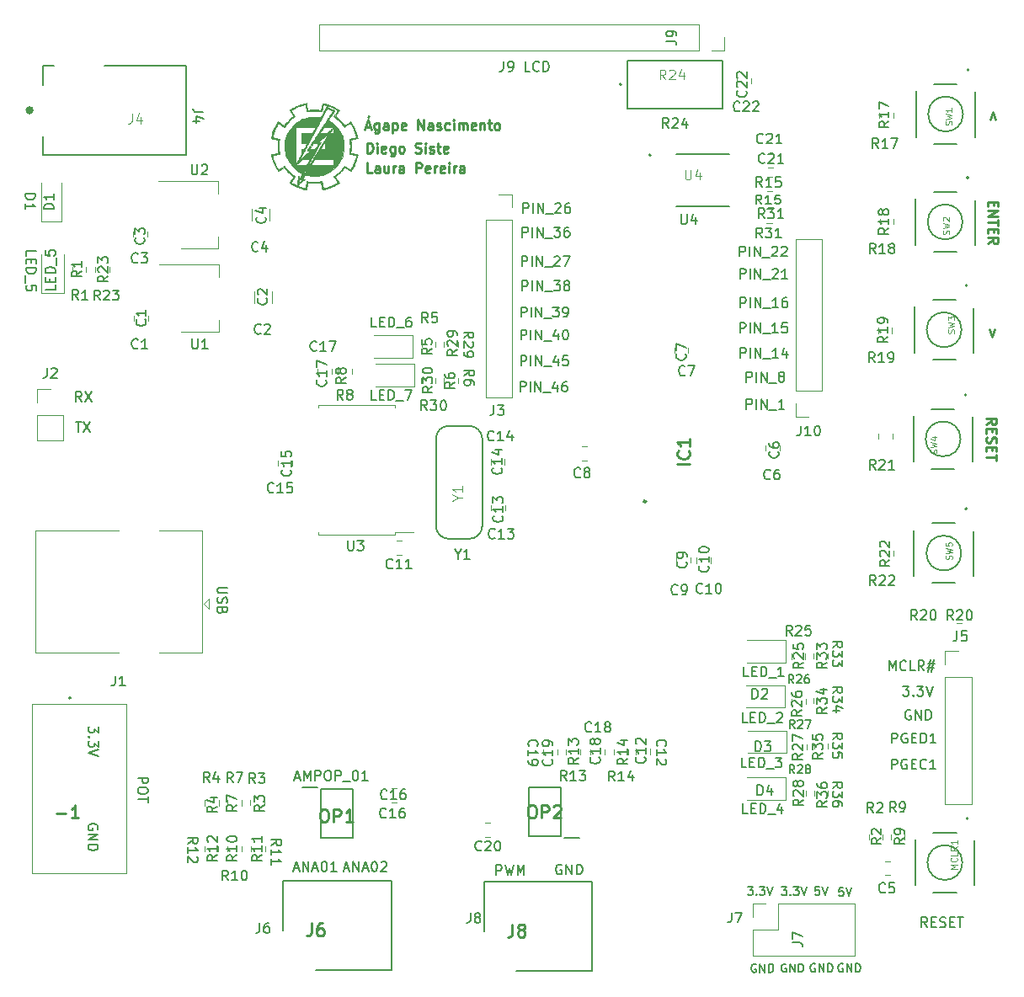
<source format=gbr>
G04 #@! TF.GenerationSoftware,KiCad,Pcbnew,(5.1.5)-3*
G04 #@! TF.CreationDate,2020-07-08T15:32:54-03:00*
G04 #@! TF.ProjectId,VH3,5648332e-6b69-4636-9164-5f7063625858,VH3*
G04 #@! TF.SameCoordinates,Original*
G04 #@! TF.FileFunction,Legend,Top*
G04 #@! TF.FilePolarity,Positive*
%FSLAX46Y46*%
G04 Gerber Fmt 4.6, Leading zero omitted, Abs format (unit mm)*
G04 Created by KiCad (PCBNEW (5.1.5)-3) date 2020-07-08 15:32:54*
%MOMM*%
%LPD*%
G04 APERTURE LIST*
%ADD10C,0.150000*%
%ADD11C,0.250000*%
%ADD12C,0.010000*%
%ADD13C,0.200000*%
%ADD14C,0.120000*%
%ADD15C,0.254000*%
%ADD16C,0.127000*%
%ADD17C,0.400000*%
%ADD18C,0.100000*%
%ADD19C,0.015000*%
G04 APERTURE END LIST*
D10*
X149433257Y-79230480D02*
X149433257Y-78230480D01*
X149814209Y-78230480D01*
X149909447Y-78278100D01*
X149957066Y-78325719D01*
X150004685Y-78420957D01*
X150004685Y-78563814D01*
X149957066Y-78659052D01*
X149909447Y-78706671D01*
X149814209Y-78754290D01*
X149433257Y-78754290D01*
X150433257Y-79230480D02*
X150433257Y-78230480D01*
X150909447Y-79230480D02*
X150909447Y-78230480D01*
X151480876Y-79230480D01*
X151480876Y-78230480D01*
X151718971Y-79325719D02*
X152480876Y-79325719D01*
X152623733Y-78230480D02*
X153242780Y-78230480D01*
X152909447Y-78611433D01*
X153052304Y-78611433D01*
X153147542Y-78659052D01*
X153195161Y-78706671D01*
X153242780Y-78801909D01*
X153242780Y-79040004D01*
X153195161Y-79135242D01*
X153147542Y-79182861D01*
X153052304Y-79230480D01*
X152766590Y-79230480D01*
X152671352Y-79182861D01*
X152623733Y-79135242D01*
X153814209Y-78659052D02*
X153718971Y-78611433D01*
X153671352Y-78563814D01*
X153623733Y-78468576D01*
X153623733Y-78420957D01*
X153671352Y-78325719D01*
X153718971Y-78278100D01*
X153814209Y-78230480D01*
X154004685Y-78230480D01*
X154099923Y-78278100D01*
X154147542Y-78325719D01*
X154195161Y-78420957D01*
X154195161Y-78468576D01*
X154147542Y-78563814D01*
X154099923Y-78611433D01*
X154004685Y-78659052D01*
X153814209Y-78659052D01*
X153718971Y-78706671D01*
X153671352Y-78754290D01*
X153623733Y-78849528D01*
X153623733Y-79040004D01*
X153671352Y-79135242D01*
X153718971Y-79182861D01*
X153814209Y-79230480D01*
X154004685Y-79230480D01*
X154099923Y-79182861D01*
X154147542Y-79135242D01*
X154195161Y-79040004D01*
X154195161Y-78849528D01*
X154147542Y-78754290D01*
X154099923Y-78706671D01*
X154004685Y-78659052D01*
X146580622Y-94225382D02*
X146533003Y-94273001D01*
X146390146Y-94320620D01*
X146294908Y-94320620D01*
X146152051Y-94273001D01*
X146056813Y-94177763D01*
X146009194Y-94082525D01*
X145961575Y-93892049D01*
X145961575Y-93749192D01*
X146009194Y-93558716D01*
X146056813Y-93463478D01*
X146152051Y-93368240D01*
X146294908Y-93320620D01*
X146390146Y-93320620D01*
X146533003Y-93368240D01*
X146580622Y-93415859D01*
X147533003Y-94320620D02*
X146961575Y-94320620D01*
X147247289Y-94320620D02*
X147247289Y-93320620D01*
X147152051Y-93463478D01*
X147056813Y-93558716D01*
X146961575Y-93606335D01*
X148390146Y-93653954D02*
X148390146Y-94320620D01*
X148152051Y-93273001D02*
X147913956Y-93987287D01*
X148533003Y-93987287D01*
X146672062Y-104065342D02*
X146624443Y-104112961D01*
X146481586Y-104160580D01*
X146386348Y-104160580D01*
X146243491Y-104112961D01*
X146148253Y-104017723D01*
X146100634Y-103922485D01*
X146053015Y-103732009D01*
X146053015Y-103589152D01*
X146100634Y-103398676D01*
X146148253Y-103303438D01*
X146243491Y-103208200D01*
X146386348Y-103160580D01*
X146481586Y-103160580D01*
X146624443Y-103208200D01*
X146672062Y-103255819D01*
X147624443Y-104160580D02*
X147053015Y-104160580D01*
X147338729Y-104160580D02*
X147338729Y-103160580D01*
X147243491Y-103303438D01*
X147148253Y-103398676D01*
X147053015Y-103446295D01*
X147957777Y-103160580D02*
X148576824Y-103160580D01*
X148243491Y-103541533D01*
X148386348Y-103541533D01*
X148481586Y-103589152D01*
X148529205Y-103636771D01*
X148576824Y-103732009D01*
X148576824Y-103970104D01*
X148529205Y-104065342D01*
X148481586Y-104112961D01*
X148386348Y-104160580D01*
X148100634Y-104160580D01*
X148005396Y-104112961D01*
X147957777Y-104065342D01*
X190149979Y-143230860D02*
X189816645Y-142754670D01*
X189578550Y-143230860D02*
X189578550Y-142230860D01*
X189959502Y-142230860D01*
X190054740Y-142278480D01*
X190102360Y-142326099D01*
X190149979Y-142421337D01*
X190149979Y-142564194D01*
X190102360Y-142659432D01*
X190054740Y-142707051D01*
X189959502Y-142754670D01*
X189578550Y-142754670D01*
X190578550Y-142707051D02*
X190911883Y-142707051D01*
X191054740Y-143230860D02*
X190578550Y-143230860D01*
X190578550Y-142230860D01*
X191054740Y-142230860D01*
X191435693Y-143183241D02*
X191578550Y-143230860D01*
X191816645Y-143230860D01*
X191911883Y-143183241D01*
X191959502Y-143135622D01*
X192007121Y-143040384D01*
X192007121Y-142945146D01*
X191959502Y-142849908D01*
X191911883Y-142802289D01*
X191816645Y-142754670D01*
X191626169Y-142707051D01*
X191530931Y-142659432D01*
X191483312Y-142611813D01*
X191435693Y-142516575D01*
X191435693Y-142421337D01*
X191483312Y-142326099D01*
X191530931Y-142278480D01*
X191626169Y-142230860D01*
X191864264Y-142230860D01*
X192007121Y-142278480D01*
X192435693Y-142707051D02*
X192769026Y-142707051D01*
X192911883Y-143230860D02*
X192435693Y-143230860D01*
X192435693Y-142230860D01*
X192911883Y-142230860D01*
X193197598Y-142230860D02*
X193769026Y-142230860D01*
X193483312Y-143230860D02*
X193483312Y-142230860D01*
D11*
X196097899Y-92659699D02*
X196574089Y-92326365D01*
X196097899Y-92088270D02*
X197097899Y-92088270D01*
X197097899Y-92469222D01*
X197050280Y-92564460D01*
X197002660Y-92612080D01*
X196907422Y-92659699D01*
X196764565Y-92659699D01*
X196669327Y-92612080D01*
X196621708Y-92564460D01*
X196574089Y-92469222D01*
X196574089Y-92088270D01*
X196621708Y-93088270D02*
X196621708Y-93421603D01*
X196097899Y-93564460D02*
X196097899Y-93088270D01*
X197097899Y-93088270D01*
X197097899Y-93564460D01*
X196145518Y-93945413D02*
X196097899Y-94088270D01*
X196097899Y-94326365D01*
X196145518Y-94421603D01*
X196193137Y-94469222D01*
X196288375Y-94516841D01*
X196383613Y-94516841D01*
X196478851Y-94469222D01*
X196526470Y-94421603D01*
X196574089Y-94326365D01*
X196621708Y-94135889D01*
X196669327Y-94040651D01*
X196716946Y-93993032D01*
X196812184Y-93945413D01*
X196907422Y-93945413D01*
X197002660Y-93993032D01*
X197050280Y-94040651D01*
X197097899Y-94135889D01*
X197097899Y-94373984D01*
X197050280Y-94516841D01*
X196621708Y-94945413D02*
X196621708Y-95278746D01*
X196097899Y-95421603D02*
X196097899Y-94945413D01*
X197097899Y-94945413D01*
X197097899Y-95421603D01*
X197097899Y-95707318D02*
X197097899Y-96278746D01*
X196097899Y-95993032D02*
X197097899Y-95993032D01*
X196947445Y-83093607D02*
X196661731Y-83855512D01*
X196376017Y-83093607D01*
X196804588Y-70293171D02*
X196804588Y-70626504D01*
X196280779Y-70769361D02*
X196280779Y-70293171D01*
X197280779Y-70293171D01*
X197280779Y-70769361D01*
X196280779Y-71197933D02*
X197280779Y-71197933D01*
X196280779Y-71769361D01*
X197280779Y-71769361D01*
X197280779Y-72102695D02*
X197280779Y-72674123D01*
X196280779Y-72388409D02*
X197280779Y-72388409D01*
X196804588Y-73007457D02*
X196804588Y-73340790D01*
X196280779Y-73483647D02*
X196280779Y-73007457D01*
X197280779Y-73007457D01*
X197280779Y-73483647D01*
X196280779Y-74483647D02*
X196756969Y-74150314D01*
X196280779Y-73912219D02*
X197280779Y-73912219D01*
X197280779Y-74293171D01*
X197233160Y-74388409D01*
X197185540Y-74436028D01*
X197090302Y-74483647D01*
X196947445Y-74483647D01*
X196852207Y-74436028D01*
X196804588Y-74388409D01*
X196756969Y-74293171D01*
X196756969Y-73912219D01*
X197033805Y-61991192D02*
X196748091Y-61229287D01*
X196462377Y-61991192D01*
X134317338Y-67368680D02*
X133841147Y-67368680D01*
X133841147Y-66368680D01*
X135079242Y-67368680D02*
X135079242Y-66844871D01*
X135031623Y-66749633D01*
X134936385Y-66702014D01*
X134745909Y-66702014D01*
X134650671Y-66749633D01*
X135079242Y-67321061D02*
X134984004Y-67368680D01*
X134745909Y-67368680D01*
X134650671Y-67321061D01*
X134603052Y-67225823D01*
X134603052Y-67130585D01*
X134650671Y-67035347D01*
X134745909Y-66987728D01*
X134984004Y-66987728D01*
X135079242Y-66940109D01*
X135984004Y-66702014D02*
X135984004Y-67368680D01*
X135555433Y-66702014D02*
X135555433Y-67225823D01*
X135603052Y-67321061D01*
X135698290Y-67368680D01*
X135841147Y-67368680D01*
X135936385Y-67321061D01*
X135984004Y-67273442D01*
X136460195Y-67368680D02*
X136460195Y-66702014D01*
X136460195Y-66892490D02*
X136507814Y-66797252D01*
X136555433Y-66749633D01*
X136650671Y-66702014D01*
X136745909Y-66702014D01*
X137507814Y-67368680D02*
X137507814Y-66844871D01*
X137460195Y-66749633D01*
X137364957Y-66702014D01*
X137174480Y-66702014D01*
X137079242Y-66749633D01*
X137507814Y-67321061D02*
X137412576Y-67368680D01*
X137174480Y-67368680D01*
X137079242Y-67321061D01*
X137031623Y-67225823D01*
X137031623Y-67130585D01*
X137079242Y-67035347D01*
X137174480Y-66987728D01*
X137412576Y-66987728D01*
X137507814Y-66940109D01*
X138745909Y-67368680D02*
X138745909Y-66368680D01*
X139126861Y-66368680D01*
X139222100Y-66416300D01*
X139269719Y-66463919D01*
X139317338Y-66559157D01*
X139317338Y-66702014D01*
X139269719Y-66797252D01*
X139222100Y-66844871D01*
X139126861Y-66892490D01*
X138745909Y-66892490D01*
X140126861Y-67321061D02*
X140031623Y-67368680D01*
X139841147Y-67368680D01*
X139745909Y-67321061D01*
X139698290Y-67225823D01*
X139698290Y-66844871D01*
X139745909Y-66749633D01*
X139841147Y-66702014D01*
X140031623Y-66702014D01*
X140126861Y-66749633D01*
X140174480Y-66844871D01*
X140174480Y-66940109D01*
X139698290Y-67035347D01*
X140603052Y-67368680D02*
X140603052Y-66702014D01*
X140603052Y-66892490D02*
X140650671Y-66797252D01*
X140698290Y-66749633D01*
X140793528Y-66702014D01*
X140888766Y-66702014D01*
X141603052Y-67321061D02*
X141507814Y-67368680D01*
X141317338Y-67368680D01*
X141222100Y-67321061D01*
X141174480Y-67225823D01*
X141174480Y-66844871D01*
X141222100Y-66749633D01*
X141317338Y-66702014D01*
X141507814Y-66702014D01*
X141603052Y-66749633D01*
X141650671Y-66844871D01*
X141650671Y-66940109D01*
X141174480Y-67035347D01*
X142079242Y-67368680D02*
X142079242Y-66702014D01*
X142079242Y-66368680D02*
X142031623Y-66416300D01*
X142079242Y-66463919D01*
X142126861Y-66416300D01*
X142079242Y-66368680D01*
X142079242Y-66463919D01*
X142555433Y-67368680D02*
X142555433Y-66702014D01*
X142555433Y-66892490D02*
X142603052Y-66797252D01*
X142650671Y-66749633D01*
X142745909Y-66702014D01*
X142841147Y-66702014D01*
X143603052Y-67368680D02*
X143603052Y-66844871D01*
X143555433Y-66749633D01*
X143460195Y-66702014D01*
X143269719Y-66702014D01*
X143174480Y-66749633D01*
X143603052Y-67321061D02*
X143507814Y-67368680D01*
X143269719Y-67368680D01*
X143174480Y-67321061D01*
X143126861Y-67225823D01*
X143126861Y-67130585D01*
X143174480Y-67035347D01*
X143269719Y-66987728D01*
X143507814Y-66987728D01*
X143603052Y-66940109D01*
X133836280Y-65374780D02*
X133836280Y-64374780D01*
X134074376Y-64374780D01*
X134217233Y-64422400D01*
X134312471Y-64517638D01*
X134360090Y-64612876D01*
X134407709Y-64803352D01*
X134407709Y-64946209D01*
X134360090Y-65136685D01*
X134312471Y-65231923D01*
X134217233Y-65327161D01*
X134074376Y-65374780D01*
X133836280Y-65374780D01*
X134836280Y-65374780D02*
X134836280Y-64708114D01*
X134836280Y-64374780D02*
X134788661Y-64422400D01*
X134836280Y-64470019D01*
X134883900Y-64422400D01*
X134836280Y-64374780D01*
X134836280Y-64470019D01*
X135693423Y-65327161D02*
X135598185Y-65374780D01*
X135407709Y-65374780D01*
X135312471Y-65327161D01*
X135264852Y-65231923D01*
X135264852Y-64850971D01*
X135312471Y-64755733D01*
X135407709Y-64708114D01*
X135598185Y-64708114D01*
X135693423Y-64755733D01*
X135741042Y-64850971D01*
X135741042Y-64946209D01*
X135264852Y-65041447D01*
X136598185Y-64708114D02*
X136598185Y-65517638D01*
X136550566Y-65612876D01*
X136502947Y-65660495D01*
X136407709Y-65708114D01*
X136264852Y-65708114D01*
X136169614Y-65660495D01*
X136598185Y-65327161D02*
X136502947Y-65374780D01*
X136312471Y-65374780D01*
X136217233Y-65327161D01*
X136169614Y-65279542D01*
X136121995Y-65184304D01*
X136121995Y-64898590D01*
X136169614Y-64803352D01*
X136217233Y-64755733D01*
X136312471Y-64708114D01*
X136502947Y-64708114D01*
X136598185Y-64755733D01*
X137217233Y-65374780D02*
X137121995Y-65327161D01*
X137074376Y-65279542D01*
X137026757Y-65184304D01*
X137026757Y-64898590D01*
X137074376Y-64803352D01*
X137121995Y-64755733D01*
X137217233Y-64708114D01*
X137360090Y-64708114D01*
X137455328Y-64755733D01*
X137502947Y-64803352D01*
X137550566Y-64898590D01*
X137550566Y-65184304D01*
X137502947Y-65279542D01*
X137455328Y-65327161D01*
X137360090Y-65374780D01*
X137217233Y-65374780D01*
X138693423Y-65327161D02*
X138836280Y-65374780D01*
X139074376Y-65374780D01*
X139169614Y-65327161D01*
X139217233Y-65279542D01*
X139264852Y-65184304D01*
X139264852Y-65089066D01*
X139217233Y-64993828D01*
X139169614Y-64946209D01*
X139074376Y-64898590D01*
X138883900Y-64850971D01*
X138788661Y-64803352D01*
X138741042Y-64755733D01*
X138693423Y-64660495D01*
X138693423Y-64565257D01*
X138741042Y-64470019D01*
X138788661Y-64422400D01*
X138883900Y-64374780D01*
X139121995Y-64374780D01*
X139264852Y-64422400D01*
X139693423Y-65374780D02*
X139693423Y-64708114D01*
X139693423Y-64374780D02*
X139645804Y-64422400D01*
X139693423Y-64470019D01*
X139741042Y-64422400D01*
X139693423Y-64374780D01*
X139693423Y-64470019D01*
X140121995Y-65327161D02*
X140217233Y-65374780D01*
X140407709Y-65374780D01*
X140502947Y-65327161D01*
X140550566Y-65231923D01*
X140550566Y-65184304D01*
X140502947Y-65089066D01*
X140407709Y-65041447D01*
X140264852Y-65041447D01*
X140169614Y-64993828D01*
X140121995Y-64898590D01*
X140121995Y-64850971D01*
X140169614Y-64755733D01*
X140264852Y-64708114D01*
X140407709Y-64708114D01*
X140502947Y-64755733D01*
X140836280Y-64708114D02*
X141217233Y-64708114D01*
X140979138Y-64374780D02*
X140979138Y-65231923D01*
X141026757Y-65327161D01*
X141121995Y-65374780D01*
X141217233Y-65374780D01*
X141931519Y-65327161D02*
X141836280Y-65374780D01*
X141645804Y-65374780D01*
X141550566Y-65327161D01*
X141502947Y-65231923D01*
X141502947Y-64850971D01*
X141550566Y-64755733D01*
X141645804Y-64708114D01*
X141836280Y-64708114D01*
X141931519Y-64755733D01*
X141979138Y-64850971D01*
X141979138Y-64946209D01*
X141502947Y-65041447D01*
X133698504Y-62764966D02*
X134174695Y-62764966D01*
X133603266Y-63050680D02*
X133936600Y-62050680D01*
X134269933Y-63050680D01*
X134031838Y-61669728D02*
X133888980Y-61812585D01*
X135031838Y-62384014D02*
X135031838Y-63193538D01*
X134984219Y-63288776D01*
X134936600Y-63336395D01*
X134841361Y-63384014D01*
X134698504Y-63384014D01*
X134603266Y-63336395D01*
X135031838Y-63003061D02*
X134936600Y-63050680D01*
X134746123Y-63050680D01*
X134650885Y-63003061D01*
X134603266Y-62955442D01*
X134555647Y-62860204D01*
X134555647Y-62574490D01*
X134603266Y-62479252D01*
X134650885Y-62431633D01*
X134746123Y-62384014D01*
X134936600Y-62384014D01*
X135031838Y-62431633D01*
X135936600Y-63050680D02*
X135936600Y-62526871D01*
X135888980Y-62431633D01*
X135793742Y-62384014D01*
X135603266Y-62384014D01*
X135508028Y-62431633D01*
X135936600Y-63003061D02*
X135841361Y-63050680D01*
X135603266Y-63050680D01*
X135508028Y-63003061D01*
X135460409Y-62907823D01*
X135460409Y-62812585D01*
X135508028Y-62717347D01*
X135603266Y-62669728D01*
X135841361Y-62669728D01*
X135936600Y-62622109D01*
X136412790Y-62384014D02*
X136412790Y-63384014D01*
X136412790Y-62431633D02*
X136508028Y-62384014D01*
X136698504Y-62384014D01*
X136793742Y-62431633D01*
X136841361Y-62479252D01*
X136888980Y-62574490D01*
X136888980Y-62860204D01*
X136841361Y-62955442D01*
X136793742Y-63003061D01*
X136698504Y-63050680D01*
X136508028Y-63050680D01*
X136412790Y-63003061D01*
X137698504Y-63003061D02*
X137603266Y-63050680D01*
X137412790Y-63050680D01*
X137317552Y-63003061D01*
X137269933Y-62907823D01*
X137269933Y-62526871D01*
X137317552Y-62431633D01*
X137412790Y-62384014D01*
X137603266Y-62384014D01*
X137698504Y-62431633D01*
X137746123Y-62526871D01*
X137746123Y-62622109D01*
X137269933Y-62717347D01*
X138936600Y-63050680D02*
X138936600Y-62050680D01*
X139508028Y-63050680D01*
X139508028Y-62050680D01*
X140412790Y-63050680D02*
X140412790Y-62526871D01*
X140365171Y-62431633D01*
X140269933Y-62384014D01*
X140079457Y-62384014D01*
X139984219Y-62431633D01*
X140412790Y-63003061D02*
X140317552Y-63050680D01*
X140079457Y-63050680D01*
X139984219Y-63003061D01*
X139936600Y-62907823D01*
X139936600Y-62812585D01*
X139984219Y-62717347D01*
X140079457Y-62669728D01*
X140317552Y-62669728D01*
X140412790Y-62622109D01*
X140841361Y-63003061D02*
X140936600Y-63050680D01*
X141127076Y-63050680D01*
X141222314Y-63003061D01*
X141269933Y-62907823D01*
X141269933Y-62860204D01*
X141222314Y-62764966D01*
X141127076Y-62717347D01*
X140984219Y-62717347D01*
X140888980Y-62669728D01*
X140841361Y-62574490D01*
X140841361Y-62526871D01*
X140888980Y-62431633D01*
X140984219Y-62384014D01*
X141127076Y-62384014D01*
X141222314Y-62431633D01*
X142127076Y-63003061D02*
X142031838Y-63050680D01*
X141841361Y-63050680D01*
X141746123Y-63003061D01*
X141698504Y-62955442D01*
X141650885Y-62860204D01*
X141650885Y-62574490D01*
X141698504Y-62479252D01*
X141746123Y-62431633D01*
X141841361Y-62384014D01*
X142031838Y-62384014D01*
X142127076Y-62431633D01*
X142555647Y-63050680D02*
X142555647Y-62384014D01*
X142555647Y-62050680D02*
X142508028Y-62098300D01*
X142555647Y-62145919D01*
X142603266Y-62098300D01*
X142555647Y-62050680D01*
X142555647Y-62145919D01*
X143031838Y-63050680D02*
X143031838Y-62384014D01*
X143031838Y-62479252D02*
X143079457Y-62431633D01*
X143174695Y-62384014D01*
X143317552Y-62384014D01*
X143412790Y-62431633D01*
X143460409Y-62526871D01*
X143460409Y-63050680D01*
X143460409Y-62526871D02*
X143508028Y-62431633D01*
X143603266Y-62384014D01*
X143746123Y-62384014D01*
X143841361Y-62431633D01*
X143888980Y-62526871D01*
X143888980Y-63050680D01*
X144746123Y-63003061D02*
X144650885Y-63050680D01*
X144460409Y-63050680D01*
X144365171Y-63003061D01*
X144317552Y-62907823D01*
X144317552Y-62526871D01*
X144365171Y-62431633D01*
X144460409Y-62384014D01*
X144650885Y-62384014D01*
X144746123Y-62431633D01*
X144793742Y-62526871D01*
X144793742Y-62622109D01*
X144317552Y-62717347D01*
X145222314Y-62384014D02*
X145222314Y-63050680D01*
X145222314Y-62479252D02*
X145269933Y-62431633D01*
X145365171Y-62384014D01*
X145508028Y-62384014D01*
X145603266Y-62431633D01*
X145650885Y-62526871D01*
X145650885Y-63050680D01*
X145984219Y-62384014D02*
X146365171Y-62384014D01*
X146127076Y-62050680D02*
X146127076Y-62907823D01*
X146174695Y-63003061D01*
X146269933Y-63050680D01*
X146365171Y-63050680D01*
X146841361Y-63050680D02*
X146746123Y-63003061D01*
X146698504Y-62955442D01*
X146650885Y-62860204D01*
X146650885Y-62574490D01*
X146698504Y-62479252D01*
X146746123Y-62431633D01*
X146841361Y-62384014D01*
X146984219Y-62384014D01*
X147079457Y-62431633D01*
X147127076Y-62479252D01*
X147174695Y-62574490D01*
X147174695Y-62860204D01*
X147127076Y-62955442D01*
X147079457Y-63003061D01*
X146984219Y-63050680D01*
X146841361Y-63050680D01*
D10*
X149230057Y-89377780D02*
X149230057Y-88377780D01*
X149611009Y-88377780D01*
X149706247Y-88425400D01*
X149753866Y-88473019D01*
X149801485Y-88568257D01*
X149801485Y-88711114D01*
X149753866Y-88806352D01*
X149706247Y-88853971D01*
X149611009Y-88901590D01*
X149230057Y-88901590D01*
X150230057Y-89377780D02*
X150230057Y-88377780D01*
X150706247Y-89377780D02*
X150706247Y-88377780D01*
X151277676Y-89377780D01*
X151277676Y-88377780D01*
X151515771Y-89473019D02*
X152277676Y-89473019D01*
X152944342Y-88711114D02*
X152944342Y-89377780D01*
X152706247Y-88330161D02*
X152468152Y-89044447D01*
X153087200Y-89044447D01*
X153896723Y-88377780D02*
X153706247Y-88377780D01*
X153611009Y-88425400D01*
X153563390Y-88473019D01*
X153468152Y-88615876D01*
X153420533Y-88806352D01*
X153420533Y-89187304D01*
X153468152Y-89282542D01*
X153515771Y-89330161D01*
X153611009Y-89377780D01*
X153801485Y-89377780D01*
X153896723Y-89330161D01*
X153944342Y-89282542D01*
X153991961Y-89187304D01*
X153991961Y-88949209D01*
X153944342Y-88853971D01*
X153896723Y-88806352D01*
X153801485Y-88758733D01*
X153611009Y-88758733D01*
X153515771Y-88806352D01*
X153468152Y-88853971D01*
X153420533Y-88949209D01*
X149306257Y-86761580D02*
X149306257Y-85761580D01*
X149687209Y-85761580D01*
X149782447Y-85809200D01*
X149830066Y-85856819D01*
X149877685Y-85952057D01*
X149877685Y-86094914D01*
X149830066Y-86190152D01*
X149782447Y-86237771D01*
X149687209Y-86285390D01*
X149306257Y-86285390D01*
X150306257Y-86761580D02*
X150306257Y-85761580D01*
X150782447Y-86761580D02*
X150782447Y-85761580D01*
X151353876Y-86761580D01*
X151353876Y-85761580D01*
X151591971Y-86856819D02*
X152353876Y-86856819D01*
X153020542Y-86094914D02*
X153020542Y-86761580D01*
X152782447Y-85713961D02*
X152544352Y-86428247D01*
X153163400Y-86428247D01*
X154020542Y-85761580D02*
X153544352Y-85761580D01*
X153496733Y-86237771D01*
X153544352Y-86190152D01*
X153639590Y-86142533D01*
X153877685Y-86142533D01*
X153972923Y-86190152D01*
X154020542Y-86237771D01*
X154068161Y-86333009D01*
X154068161Y-86571104D01*
X154020542Y-86666342D01*
X153972923Y-86713961D01*
X153877685Y-86761580D01*
X153639590Y-86761580D01*
X153544352Y-86713961D01*
X153496733Y-86666342D01*
X149306257Y-84158080D02*
X149306257Y-83158080D01*
X149687209Y-83158080D01*
X149782447Y-83205700D01*
X149830066Y-83253319D01*
X149877685Y-83348557D01*
X149877685Y-83491414D01*
X149830066Y-83586652D01*
X149782447Y-83634271D01*
X149687209Y-83681890D01*
X149306257Y-83681890D01*
X150306257Y-84158080D02*
X150306257Y-83158080D01*
X150782447Y-84158080D02*
X150782447Y-83158080D01*
X151353876Y-84158080D01*
X151353876Y-83158080D01*
X151591971Y-84253319D02*
X152353876Y-84253319D01*
X153020542Y-83491414D02*
X153020542Y-84158080D01*
X152782447Y-83110461D02*
X152544352Y-83824747D01*
X153163400Y-83824747D01*
X153734828Y-83158080D02*
X153830066Y-83158080D01*
X153925304Y-83205700D01*
X153972923Y-83253319D01*
X154020542Y-83348557D01*
X154068161Y-83539033D01*
X154068161Y-83777128D01*
X154020542Y-83967604D01*
X153972923Y-84062842D01*
X153925304Y-84110461D01*
X153830066Y-84158080D01*
X153734828Y-84158080D01*
X153639590Y-84110461D01*
X153591971Y-84062842D01*
X153544352Y-83967604D01*
X153496733Y-83777128D01*
X153496733Y-83539033D01*
X153544352Y-83348557D01*
X153591971Y-83253319D01*
X153639590Y-83205700D01*
X153734828Y-83158080D01*
X149318957Y-81872080D02*
X149318957Y-80872080D01*
X149699909Y-80872080D01*
X149795147Y-80919700D01*
X149842766Y-80967319D01*
X149890385Y-81062557D01*
X149890385Y-81205414D01*
X149842766Y-81300652D01*
X149795147Y-81348271D01*
X149699909Y-81395890D01*
X149318957Y-81395890D01*
X150318957Y-81872080D02*
X150318957Y-80872080D01*
X150795147Y-81872080D02*
X150795147Y-80872080D01*
X151366576Y-81872080D01*
X151366576Y-80872080D01*
X151604671Y-81967319D02*
X152366576Y-81967319D01*
X152509433Y-80872080D02*
X153128480Y-80872080D01*
X152795147Y-81253033D01*
X152938004Y-81253033D01*
X153033242Y-81300652D01*
X153080861Y-81348271D01*
X153128480Y-81443509D01*
X153128480Y-81681604D01*
X153080861Y-81776842D01*
X153033242Y-81824461D01*
X152938004Y-81872080D01*
X152652290Y-81872080D01*
X152557052Y-81824461D01*
X152509433Y-81776842D01*
X153604671Y-81872080D02*
X153795147Y-81872080D01*
X153890385Y-81824461D01*
X153938004Y-81776842D01*
X154033242Y-81633985D01*
X154080861Y-81443509D01*
X154080861Y-81062557D01*
X154033242Y-80967319D01*
X153985623Y-80919700D01*
X153890385Y-80872080D01*
X153699909Y-80872080D01*
X153604671Y-80919700D01*
X153557052Y-80967319D01*
X153509433Y-81062557D01*
X153509433Y-81300652D01*
X153557052Y-81395890D01*
X153604671Y-81443509D01*
X153699909Y-81491128D01*
X153890385Y-81491128D01*
X153985623Y-81443509D01*
X154033242Y-81395890D01*
X154080861Y-81300652D01*
X149395157Y-76766680D02*
X149395157Y-75766680D01*
X149776109Y-75766680D01*
X149871347Y-75814300D01*
X149918966Y-75861919D01*
X149966585Y-75957157D01*
X149966585Y-76100014D01*
X149918966Y-76195252D01*
X149871347Y-76242871D01*
X149776109Y-76290490D01*
X149395157Y-76290490D01*
X150395157Y-76766680D02*
X150395157Y-75766680D01*
X150871347Y-76766680D02*
X150871347Y-75766680D01*
X151442776Y-76766680D01*
X151442776Y-75766680D01*
X151680871Y-76861919D02*
X152442776Y-76861919D01*
X152633252Y-75861919D02*
X152680871Y-75814300D01*
X152776109Y-75766680D01*
X153014204Y-75766680D01*
X153109442Y-75814300D01*
X153157061Y-75861919D01*
X153204680Y-75957157D01*
X153204680Y-76052395D01*
X153157061Y-76195252D01*
X152585633Y-76766680D01*
X153204680Y-76766680D01*
X153538014Y-75766680D02*
X154204680Y-75766680D01*
X153776109Y-76766680D01*
X149445957Y-73845680D02*
X149445957Y-72845680D01*
X149826909Y-72845680D01*
X149922147Y-72893300D01*
X149969766Y-72940919D01*
X150017385Y-73036157D01*
X150017385Y-73179014D01*
X149969766Y-73274252D01*
X149922147Y-73321871D01*
X149826909Y-73369490D01*
X149445957Y-73369490D01*
X150445957Y-73845680D02*
X150445957Y-72845680D01*
X150922147Y-73845680D02*
X150922147Y-72845680D01*
X151493576Y-73845680D01*
X151493576Y-72845680D01*
X151731671Y-73940919D02*
X152493576Y-73940919D01*
X152636433Y-72845680D02*
X153255480Y-72845680D01*
X152922147Y-73226633D01*
X153065004Y-73226633D01*
X153160242Y-73274252D01*
X153207861Y-73321871D01*
X153255480Y-73417109D01*
X153255480Y-73655204D01*
X153207861Y-73750442D01*
X153160242Y-73798061D01*
X153065004Y-73845680D01*
X152779290Y-73845680D01*
X152684052Y-73798061D01*
X152636433Y-73750442D01*
X154112623Y-72845680D02*
X153922147Y-72845680D01*
X153826909Y-72893300D01*
X153779290Y-72940919D01*
X153684052Y-73083776D01*
X153636433Y-73274252D01*
X153636433Y-73655204D01*
X153684052Y-73750442D01*
X153731671Y-73798061D01*
X153826909Y-73845680D01*
X154017385Y-73845680D01*
X154112623Y-73798061D01*
X154160242Y-73750442D01*
X154207861Y-73655204D01*
X154207861Y-73417109D01*
X154160242Y-73321871D01*
X154112623Y-73274252D01*
X154017385Y-73226633D01*
X153826909Y-73226633D01*
X153731671Y-73274252D01*
X153684052Y-73321871D01*
X153636433Y-73417109D01*
X149509457Y-71432680D02*
X149509457Y-70432680D01*
X149890409Y-70432680D01*
X149985647Y-70480300D01*
X150033266Y-70527919D01*
X150080885Y-70623157D01*
X150080885Y-70766014D01*
X150033266Y-70861252D01*
X149985647Y-70908871D01*
X149890409Y-70956490D01*
X149509457Y-70956490D01*
X150509457Y-71432680D02*
X150509457Y-70432680D01*
X150985647Y-71432680D02*
X150985647Y-70432680D01*
X151557076Y-71432680D01*
X151557076Y-70432680D01*
X151795171Y-71527919D02*
X152557076Y-71527919D01*
X152747552Y-70527919D02*
X152795171Y-70480300D01*
X152890409Y-70432680D01*
X153128504Y-70432680D01*
X153223742Y-70480300D01*
X153271361Y-70527919D01*
X153318980Y-70623157D01*
X153318980Y-70718395D01*
X153271361Y-70861252D01*
X152699933Y-71432680D01*
X153318980Y-71432680D01*
X154176123Y-70432680D02*
X153985647Y-70432680D01*
X153890409Y-70480300D01*
X153842790Y-70527919D01*
X153747552Y-70670776D01*
X153699933Y-70861252D01*
X153699933Y-71242204D01*
X153747552Y-71337442D01*
X153795171Y-71385061D01*
X153890409Y-71432680D01*
X154080885Y-71432680D01*
X154176123Y-71385061D01*
X154223742Y-71337442D01*
X154271361Y-71242204D01*
X154271361Y-71004109D01*
X154223742Y-70908871D01*
X154176123Y-70861252D01*
X154080885Y-70813633D01*
X153890409Y-70813633D01*
X153795171Y-70861252D01*
X153747552Y-70908871D01*
X153699933Y-71004109D01*
X174366893Y-98111582D02*
X174319274Y-98159201D01*
X174176417Y-98206820D01*
X174081179Y-98206820D01*
X173938321Y-98159201D01*
X173843083Y-98063963D01*
X173795464Y-97968725D01*
X173747845Y-97778249D01*
X173747845Y-97635392D01*
X173795464Y-97444916D01*
X173843083Y-97349678D01*
X173938321Y-97254440D01*
X174081179Y-97206820D01*
X174176417Y-97206820D01*
X174319274Y-97254440D01*
X174366893Y-97302059D01*
X175224036Y-97206820D02*
X175033560Y-97206820D01*
X174938321Y-97254440D01*
X174890702Y-97302059D01*
X174795464Y-97444916D01*
X174747845Y-97635392D01*
X174747845Y-98016344D01*
X174795464Y-98111582D01*
X174843083Y-98159201D01*
X174938321Y-98206820D01*
X175128798Y-98206820D01*
X175224036Y-98159201D01*
X175271655Y-98111582D01*
X175319274Y-98016344D01*
X175319274Y-97778249D01*
X175271655Y-97683011D01*
X175224036Y-97635392D01*
X175128798Y-97587773D01*
X174938321Y-97587773D01*
X174843083Y-97635392D01*
X174795464Y-97683011D01*
X174747845Y-97778249D01*
X167535622Y-109566982D02*
X167488003Y-109614601D01*
X167345146Y-109662220D01*
X167249908Y-109662220D01*
X167107051Y-109614601D01*
X167011813Y-109519363D01*
X166964194Y-109424125D01*
X166916575Y-109233649D01*
X166916575Y-109090792D01*
X166964194Y-108900316D01*
X167011813Y-108805078D01*
X167107051Y-108709840D01*
X167249908Y-108662220D01*
X167345146Y-108662220D01*
X167488003Y-108709840D01*
X167535622Y-108757459D01*
X168488003Y-109662220D02*
X167916575Y-109662220D01*
X168202289Y-109662220D02*
X168202289Y-108662220D01*
X168107051Y-108805078D01*
X168011813Y-108900316D01*
X167916575Y-108947935D01*
X169107051Y-108662220D02*
X169202289Y-108662220D01*
X169297527Y-108709840D01*
X169345146Y-108757459D01*
X169392765Y-108852697D01*
X169440384Y-109043173D01*
X169440384Y-109281268D01*
X169392765Y-109471744D01*
X169345146Y-109566982D01*
X169297527Y-109614601D01*
X169202289Y-109662220D01*
X169107051Y-109662220D01*
X169011813Y-109614601D01*
X168964194Y-109566982D01*
X168916575Y-109471744D01*
X168868956Y-109281268D01*
X168868956Y-109043173D01*
X168916575Y-108852697D01*
X168964194Y-108757459D01*
X169011813Y-108709840D01*
X169107051Y-108662220D01*
X165045093Y-109693982D02*
X164997474Y-109741601D01*
X164854617Y-109789220D01*
X164759379Y-109789220D01*
X164616521Y-109741601D01*
X164521283Y-109646363D01*
X164473664Y-109551125D01*
X164426045Y-109360649D01*
X164426045Y-109217792D01*
X164473664Y-109027316D01*
X164521283Y-108932078D01*
X164616521Y-108836840D01*
X164759379Y-108789220D01*
X164854617Y-108789220D01*
X164997474Y-108836840D01*
X165045093Y-108884459D01*
X165521283Y-109789220D02*
X165711760Y-109789220D01*
X165806998Y-109741601D01*
X165854617Y-109693982D01*
X165949855Y-109551125D01*
X165997474Y-109360649D01*
X165997474Y-108979697D01*
X165949855Y-108884459D01*
X165902236Y-108836840D01*
X165806998Y-108789220D01*
X165616521Y-108789220D01*
X165521283Y-108836840D01*
X165473664Y-108884459D01*
X165426045Y-108979697D01*
X165426045Y-109217792D01*
X165473664Y-109313030D01*
X165521283Y-109360649D01*
X165616521Y-109408268D01*
X165806998Y-109408268D01*
X165902236Y-109360649D01*
X165949855Y-109313030D01*
X165997474Y-109217792D01*
X142957609Y-105726550D02*
X142957609Y-106202740D01*
X142624276Y-105202740D02*
X142957609Y-105726550D01*
X143290942Y-105202740D01*
X144148085Y-106202740D02*
X143576657Y-106202740D01*
X143862371Y-106202740D02*
X143862371Y-105202740D01*
X143767133Y-105345598D01*
X143671895Y-105440836D01*
X143576657Y-105488455D01*
X124426742Y-99452702D02*
X124379123Y-99500321D01*
X124236266Y-99547940D01*
X124141028Y-99547940D01*
X123998171Y-99500321D01*
X123902933Y-99405083D01*
X123855314Y-99309845D01*
X123807695Y-99119369D01*
X123807695Y-98976512D01*
X123855314Y-98786036D01*
X123902933Y-98690798D01*
X123998171Y-98595560D01*
X124141028Y-98547940D01*
X124236266Y-98547940D01*
X124379123Y-98595560D01*
X124426742Y-98643179D01*
X125379123Y-99547940D02*
X124807695Y-99547940D01*
X125093409Y-99547940D02*
X125093409Y-98547940D01*
X124998171Y-98690798D01*
X124902933Y-98786036D01*
X124807695Y-98833655D01*
X126283885Y-98547940D02*
X125807695Y-98547940D01*
X125760076Y-99024131D01*
X125807695Y-98976512D01*
X125902933Y-98928893D01*
X126141028Y-98928893D01*
X126236266Y-98976512D01*
X126283885Y-99024131D01*
X126331504Y-99119369D01*
X126331504Y-99357464D01*
X126283885Y-99452702D01*
X126236266Y-99500321D01*
X126141028Y-99547940D01*
X125902933Y-99547940D01*
X125807695Y-99500321D01*
X125760076Y-99452702D01*
X143540219Y-83979782D02*
X144016409Y-83646449D01*
X143540219Y-83408354D02*
X144540219Y-83408354D01*
X144540219Y-83789306D01*
X144492600Y-83884544D01*
X144444980Y-83932163D01*
X144349742Y-83979782D01*
X144206885Y-83979782D01*
X144111647Y-83932163D01*
X144064028Y-83884544D01*
X144016409Y-83789306D01*
X144016409Y-83408354D01*
X144444980Y-84360735D02*
X144492600Y-84408354D01*
X144540219Y-84503592D01*
X144540219Y-84741687D01*
X144492600Y-84836925D01*
X144444980Y-84884544D01*
X144349742Y-84932163D01*
X144254504Y-84932163D01*
X144111647Y-84884544D01*
X143540219Y-84313116D01*
X143540219Y-84932163D01*
X143540219Y-85408354D02*
X143540219Y-85598830D01*
X143587838Y-85694068D01*
X143635457Y-85741687D01*
X143778314Y-85836925D01*
X143968790Y-85884544D01*
X144349742Y-85884544D01*
X144444980Y-85836925D01*
X144492600Y-85789306D01*
X144540219Y-85694068D01*
X144540219Y-85503592D01*
X144492600Y-85408354D01*
X144444980Y-85360735D01*
X144349742Y-85313116D01*
X144111647Y-85313116D01*
X144016409Y-85360735D01*
X143968790Y-85408354D01*
X143921171Y-85503592D01*
X143921171Y-85694068D01*
X143968790Y-85789306D01*
X144016409Y-85836925D01*
X144111647Y-85884544D01*
X143601179Y-87798613D02*
X144077369Y-87465280D01*
X143601179Y-87227184D02*
X144601179Y-87227184D01*
X144601179Y-87608137D01*
X144553560Y-87703375D01*
X144505940Y-87750994D01*
X144410702Y-87798613D01*
X144267845Y-87798613D01*
X144172607Y-87750994D01*
X144124988Y-87703375D01*
X144077369Y-87608137D01*
X144077369Y-87227184D01*
X144601179Y-88655756D02*
X144601179Y-88465280D01*
X144553560Y-88370041D01*
X144505940Y-88322422D01*
X144363083Y-88227184D01*
X144172607Y-88179565D01*
X143791655Y-88179565D01*
X143696417Y-88227184D01*
X143648798Y-88274803D01*
X143601179Y-88370041D01*
X143601179Y-88560518D01*
X143648798Y-88655756D01*
X143696417Y-88703375D01*
X143791655Y-88750994D01*
X144029750Y-88750994D01*
X144124988Y-88703375D01*
X144172607Y-88655756D01*
X144220226Y-88560518D01*
X144220226Y-88370041D01*
X144172607Y-88274803D01*
X144124988Y-88227184D01*
X144029750Y-88179565D01*
X139869942Y-91242140D02*
X139536609Y-90765950D01*
X139298514Y-91242140D02*
X139298514Y-90242140D01*
X139679466Y-90242140D01*
X139774704Y-90289760D01*
X139822323Y-90337379D01*
X139869942Y-90432617D01*
X139869942Y-90575474D01*
X139822323Y-90670712D01*
X139774704Y-90718331D01*
X139679466Y-90765950D01*
X139298514Y-90765950D01*
X140203276Y-90242140D02*
X140822323Y-90242140D01*
X140488990Y-90623093D01*
X140631847Y-90623093D01*
X140727085Y-90670712D01*
X140774704Y-90718331D01*
X140822323Y-90813569D01*
X140822323Y-91051664D01*
X140774704Y-91146902D01*
X140727085Y-91194521D01*
X140631847Y-91242140D01*
X140346133Y-91242140D01*
X140250895Y-91194521D01*
X140203276Y-91146902D01*
X141441371Y-90242140D02*
X141536609Y-90242140D01*
X141631847Y-90289760D01*
X141679466Y-90337379D01*
X141727085Y-90432617D01*
X141774704Y-90623093D01*
X141774704Y-90861188D01*
X141727085Y-91051664D01*
X141679466Y-91146902D01*
X141631847Y-91194521D01*
X141536609Y-91242140D01*
X141441371Y-91242140D01*
X141346133Y-91194521D01*
X141298514Y-91146902D01*
X141250895Y-91051664D01*
X141203276Y-90861188D01*
X141203276Y-90623093D01*
X141250895Y-90432617D01*
X141298514Y-90337379D01*
X141346133Y-90289760D01*
X141441371Y-90242140D01*
X139949893Y-82433420D02*
X139616560Y-81957230D01*
X139378464Y-82433420D02*
X139378464Y-81433420D01*
X139759417Y-81433420D01*
X139854655Y-81481040D01*
X139902274Y-81528659D01*
X139949893Y-81623897D01*
X139949893Y-81766754D01*
X139902274Y-81861992D01*
X139854655Y-81909611D01*
X139759417Y-81957230D01*
X139378464Y-81957230D01*
X140854655Y-81433420D02*
X140378464Y-81433420D01*
X140330845Y-81909611D01*
X140378464Y-81861992D01*
X140473702Y-81814373D01*
X140711798Y-81814373D01*
X140807036Y-81861992D01*
X140854655Y-81909611D01*
X140902274Y-82004849D01*
X140902274Y-82242944D01*
X140854655Y-82338182D01*
X140807036Y-82385801D01*
X140711798Y-82433420D01*
X140473702Y-82433420D01*
X140378464Y-82385801D01*
X140330845Y-82338182D01*
X131415493Y-90195660D02*
X131082160Y-89719470D01*
X130844064Y-90195660D02*
X130844064Y-89195660D01*
X131225017Y-89195660D01*
X131320255Y-89243280D01*
X131367874Y-89290899D01*
X131415493Y-89386137D01*
X131415493Y-89528994D01*
X131367874Y-89624232D01*
X131320255Y-89671851D01*
X131225017Y-89719470D01*
X130844064Y-89719470D01*
X131986921Y-89624232D02*
X131891683Y-89576613D01*
X131844064Y-89528994D01*
X131796445Y-89433756D01*
X131796445Y-89386137D01*
X131844064Y-89290899D01*
X131891683Y-89243280D01*
X131986921Y-89195660D01*
X132177398Y-89195660D01*
X132272636Y-89243280D01*
X132320255Y-89290899D01*
X132367874Y-89386137D01*
X132367874Y-89433756D01*
X132320255Y-89528994D01*
X132272636Y-89576613D01*
X132177398Y-89624232D01*
X131986921Y-89624232D01*
X131891683Y-89671851D01*
X131844064Y-89719470D01*
X131796445Y-89814708D01*
X131796445Y-90005184D01*
X131844064Y-90100422D01*
X131891683Y-90148041D01*
X131986921Y-90195660D01*
X132177398Y-90195660D01*
X132272636Y-90148041D01*
X132320255Y-90100422D01*
X132367874Y-90005184D01*
X132367874Y-89814708D01*
X132320255Y-89719470D01*
X132272636Y-89671851D01*
X132177398Y-89624232D01*
X128739662Y-85218542D02*
X128692043Y-85266161D01*
X128549186Y-85313780D01*
X128453948Y-85313780D01*
X128311091Y-85266161D01*
X128215853Y-85170923D01*
X128168234Y-85075685D01*
X128120615Y-84885209D01*
X128120615Y-84742352D01*
X128168234Y-84551876D01*
X128215853Y-84456638D01*
X128311091Y-84361400D01*
X128453948Y-84313780D01*
X128549186Y-84313780D01*
X128692043Y-84361400D01*
X128739662Y-84409019D01*
X129692043Y-85313780D02*
X129120615Y-85313780D01*
X129406329Y-85313780D02*
X129406329Y-84313780D01*
X129311091Y-84456638D01*
X129215853Y-84551876D01*
X129120615Y-84599495D01*
X130025377Y-84313780D02*
X130692043Y-84313780D01*
X130263472Y-85313780D01*
X104536335Y-92406220D02*
X105107763Y-92406220D01*
X104822049Y-93406220D02*
X104822049Y-92406220D01*
X105345859Y-92406220D02*
X106012525Y-93406220D01*
X106012525Y-92406220D02*
X105345859Y-93406220D01*
X105131573Y-90398860D02*
X104798240Y-89922670D01*
X104560144Y-90398860D02*
X104560144Y-89398860D01*
X104941097Y-89398860D01*
X105036335Y-89446480D01*
X105083954Y-89494099D01*
X105131573Y-89589337D01*
X105131573Y-89732194D01*
X105083954Y-89827432D01*
X105036335Y-89875051D01*
X104941097Y-89922670D01*
X104560144Y-89922670D01*
X105464906Y-89398860D02*
X106131573Y-90398860D01*
X106131573Y-89398860D02*
X105464906Y-90398860D01*
X119790459Y-109070615D02*
X118980935Y-109070615D01*
X118885697Y-109118234D01*
X118838078Y-109165853D01*
X118790459Y-109261091D01*
X118790459Y-109451567D01*
X118838078Y-109546805D01*
X118885697Y-109594424D01*
X118980935Y-109642043D01*
X119790459Y-109642043D01*
X118838078Y-110070615D02*
X118790459Y-110213472D01*
X118790459Y-110451567D01*
X118838078Y-110546805D01*
X118885697Y-110594424D01*
X118980935Y-110642043D01*
X119076173Y-110642043D01*
X119171411Y-110594424D01*
X119219030Y-110546805D01*
X119266649Y-110451567D01*
X119314268Y-110261091D01*
X119361887Y-110165853D01*
X119409506Y-110118234D01*
X119504744Y-110070615D01*
X119599982Y-110070615D01*
X119695220Y-110118234D01*
X119742840Y-110165853D01*
X119790459Y-110261091D01*
X119790459Y-110499186D01*
X119742840Y-110642043D01*
X119314268Y-111403948D02*
X119266649Y-111546805D01*
X119219030Y-111594424D01*
X119123792Y-111642043D01*
X118980935Y-111642043D01*
X118885697Y-111594424D01*
X118838078Y-111546805D01*
X118790459Y-111451567D01*
X118790459Y-111070615D01*
X119790459Y-111070615D01*
X119790459Y-111403948D01*
X119742840Y-111499186D01*
X119695220Y-111546805D01*
X119599982Y-111594424D01*
X119504744Y-111594424D01*
X119409506Y-111546805D01*
X119361887Y-111499186D01*
X119314268Y-111403948D01*
X119314268Y-111070615D01*
X106735500Y-133400895D02*
X106783119Y-133305657D01*
X106783119Y-133162800D01*
X106735500Y-133019942D01*
X106640261Y-132924704D01*
X106545023Y-132877085D01*
X106354547Y-132829466D01*
X106211690Y-132829466D01*
X106021214Y-132877085D01*
X105925976Y-132924704D01*
X105830738Y-133019942D01*
X105783119Y-133162800D01*
X105783119Y-133258038D01*
X105830738Y-133400895D01*
X105878357Y-133448514D01*
X106211690Y-133448514D01*
X106211690Y-133258038D01*
X105783119Y-133877085D02*
X106783119Y-133877085D01*
X105783119Y-134448514D01*
X106783119Y-134448514D01*
X105783119Y-134924704D02*
X106783119Y-134924704D01*
X106783119Y-135162800D01*
X106735500Y-135305657D01*
X106640261Y-135400895D01*
X106545023Y-135448514D01*
X106354547Y-135496133D01*
X106211690Y-135496133D01*
X106021214Y-135448514D01*
X105925976Y-135400895D01*
X105830738Y-135305657D01*
X105783119Y-135162800D01*
X105783119Y-134924704D01*
X106811059Y-123039689D02*
X106811059Y-123658737D01*
X106430106Y-123325403D01*
X106430106Y-123468260D01*
X106382487Y-123563499D01*
X106334868Y-123611118D01*
X106239630Y-123658737D01*
X106001535Y-123658737D01*
X105906297Y-123611118D01*
X105858678Y-123563499D01*
X105811059Y-123468260D01*
X105811059Y-123182546D01*
X105858678Y-123087308D01*
X105906297Y-123039689D01*
X105906297Y-124087308D02*
X105858678Y-124134927D01*
X105811059Y-124087308D01*
X105858678Y-124039689D01*
X105906297Y-124087308D01*
X105811059Y-124087308D01*
X106811059Y-124468260D02*
X106811059Y-125087308D01*
X106430106Y-124753975D01*
X106430106Y-124896832D01*
X106382487Y-124992070D01*
X106334868Y-125039689D01*
X106239630Y-125087308D01*
X106001535Y-125087308D01*
X105906297Y-125039689D01*
X105858678Y-124992070D01*
X105811059Y-124896832D01*
X105811059Y-124611118D01*
X105858678Y-124515880D01*
X105906297Y-124468260D01*
X106811059Y-125373022D02*
X105811059Y-125706356D01*
X106811059Y-126039689D01*
X110789459Y-128200613D02*
X111789459Y-128200613D01*
X111789459Y-128581565D01*
X111741840Y-128676803D01*
X111694220Y-128724422D01*
X111598982Y-128772041D01*
X111456125Y-128772041D01*
X111360887Y-128724422D01*
X111313268Y-128676803D01*
X111265649Y-128581565D01*
X111265649Y-128200613D01*
X111789459Y-129391089D02*
X111789459Y-129581565D01*
X111741840Y-129676803D01*
X111646601Y-129772041D01*
X111456125Y-129819660D01*
X111122792Y-129819660D01*
X110932316Y-129772041D01*
X110837078Y-129676803D01*
X110789459Y-129581565D01*
X110789459Y-129391089D01*
X110837078Y-129295851D01*
X110932316Y-129200613D01*
X111122792Y-129152994D01*
X111456125Y-129152994D01*
X111646601Y-129200613D01*
X111741840Y-129295851D01*
X111789459Y-129391089D01*
X111789459Y-130105375D02*
X111789459Y-130676803D01*
X110789459Y-130391089D02*
X111789459Y-130391089D01*
X176793797Y-127760185D02*
X176514397Y-127361042D01*
X176314825Y-127760185D02*
X176314825Y-126921985D01*
X176634140Y-126921985D01*
X176713968Y-126961900D01*
X176753882Y-127001814D01*
X176793797Y-127081642D01*
X176793797Y-127201385D01*
X176753882Y-127281214D01*
X176713968Y-127321128D01*
X176634140Y-127361042D01*
X176314825Y-127361042D01*
X177113111Y-127001814D02*
X177153025Y-126961900D01*
X177232854Y-126921985D01*
X177432425Y-126921985D01*
X177512254Y-126961900D01*
X177552168Y-127001814D01*
X177592082Y-127081642D01*
X177592082Y-127161471D01*
X177552168Y-127281214D01*
X177073197Y-127760185D01*
X177592082Y-127760185D01*
X178071054Y-127281214D02*
X177991225Y-127241300D01*
X177951311Y-127201385D01*
X177911397Y-127121557D01*
X177911397Y-127081642D01*
X177951311Y-127001814D01*
X177991225Y-126961900D01*
X178071054Y-126921985D01*
X178230711Y-126921985D01*
X178310540Y-126961900D01*
X178350454Y-127001814D01*
X178390368Y-127081642D01*
X178390368Y-127121557D01*
X178350454Y-127201385D01*
X178310540Y-127241300D01*
X178230711Y-127281214D01*
X178071054Y-127281214D01*
X177991225Y-127321128D01*
X177951311Y-127361042D01*
X177911397Y-127440871D01*
X177911397Y-127600528D01*
X177951311Y-127680357D01*
X177991225Y-127720271D01*
X178071054Y-127760185D01*
X178230711Y-127760185D01*
X178310540Y-127720271D01*
X178350454Y-127680357D01*
X178390368Y-127600528D01*
X178390368Y-127440871D01*
X178350454Y-127361042D01*
X178310540Y-127321128D01*
X178230711Y-127281214D01*
X176819197Y-123208505D02*
X176539797Y-122809362D01*
X176340225Y-123208505D02*
X176340225Y-122370305D01*
X176659540Y-122370305D01*
X176739368Y-122410220D01*
X176779282Y-122450134D01*
X176819197Y-122529962D01*
X176819197Y-122649705D01*
X176779282Y-122729534D01*
X176739368Y-122769448D01*
X176659540Y-122809362D01*
X176340225Y-122809362D01*
X177138511Y-122450134D02*
X177178425Y-122410220D01*
X177258254Y-122370305D01*
X177457825Y-122370305D01*
X177537654Y-122410220D01*
X177577568Y-122450134D01*
X177617482Y-122529962D01*
X177617482Y-122609791D01*
X177577568Y-122729534D01*
X177098597Y-123208505D01*
X177617482Y-123208505D01*
X177896882Y-122370305D02*
X178455682Y-122370305D01*
X178096454Y-123208505D01*
X176702357Y-118697465D02*
X176422957Y-118298322D01*
X176223385Y-118697465D02*
X176223385Y-117859265D01*
X176542700Y-117859265D01*
X176622528Y-117899180D01*
X176662442Y-117939094D01*
X176702357Y-118018922D01*
X176702357Y-118138665D01*
X176662442Y-118218494D01*
X176622528Y-118258408D01*
X176542700Y-118298322D01*
X176223385Y-118298322D01*
X177021671Y-117939094D02*
X177061585Y-117899180D01*
X177141414Y-117859265D01*
X177340985Y-117859265D01*
X177420814Y-117899180D01*
X177460728Y-117939094D01*
X177500642Y-118018922D01*
X177500642Y-118098751D01*
X177460728Y-118218494D01*
X176981757Y-118697465D01*
X177500642Y-118697465D01*
X178219100Y-117859265D02*
X178059442Y-117859265D01*
X177979614Y-117899180D01*
X177939700Y-117939094D01*
X177859871Y-118058837D01*
X177819957Y-118218494D01*
X177819957Y-118537808D01*
X177859871Y-118617637D01*
X177899785Y-118657551D01*
X177979614Y-118697465D01*
X178139271Y-118697465D01*
X178219100Y-118657551D01*
X178259014Y-118617637D01*
X178298928Y-118537808D01*
X178298928Y-118338237D01*
X178259014Y-118258408D01*
X178219100Y-118218494D01*
X178139271Y-118178580D01*
X177979614Y-118178580D01*
X177899785Y-118218494D01*
X177859871Y-118258408D01*
X177819957Y-118338237D01*
X176557702Y-113898940D02*
X176224369Y-113422750D01*
X175986274Y-113898940D02*
X175986274Y-112898940D01*
X176367226Y-112898940D01*
X176462464Y-112946560D01*
X176510083Y-112994179D01*
X176557702Y-113089417D01*
X176557702Y-113232274D01*
X176510083Y-113327512D01*
X176462464Y-113375131D01*
X176367226Y-113422750D01*
X175986274Y-113422750D01*
X176938655Y-112994179D02*
X176986274Y-112946560D01*
X177081512Y-112898940D01*
X177319607Y-112898940D01*
X177414845Y-112946560D01*
X177462464Y-112994179D01*
X177510083Y-113089417D01*
X177510083Y-113184655D01*
X177462464Y-113327512D01*
X176891036Y-113898940D01*
X177510083Y-113898940D01*
X178414845Y-112898940D02*
X177938655Y-112898940D01*
X177891036Y-113375131D01*
X177938655Y-113327512D01*
X178033893Y-113279893D01*
X178271988Y-113279893D01*
X178367226Y-113327512D01*
X178414845Y-113375131D01*
X178462464Y-113470369D01*
X178462464Y-113708464D01*
X178414845Y-113803702D01*
X178367226Y-113851321D01*
X178271988Y-113898940D01*
X178033893Y-113898940D01*
X177938655Y-113851321D01*
X177891036Y-113803702D01*
X180634379Y-115084622D02*
X181110569Y-114751289D01*
X180634379Y-114513194D02*
X181634379Y-114513194D01*
X181634379Y-114894146D01*
X181586760Y-114989384D01*
X181539140Y-115037003D01*
X181443902Y-115084622D01*
X181301045Y-115084622D01*
X181205807Y-115037003D01*
X181158188Y-114989384D01*
X181110569Y-114894146D01*
X181110569Y-114513194D01*
X181634379Y-115417956D02*
X181634379Y-116037003D01*
X181253426Y-115703670D01*
X181253426Y-115846527D01*
X181205807Y-115941765D01*
X181158188Y-115989384D01*
X181062950Y-116037003D01*
X180824855Y-116037003D01*
X180729617Y-115989384D01*
X180681998Y-115941765D01*
X180634379Y-115846527D01*
X180634379Y-115560813D01*
X180681998Y-115465575D01*
X180729617Y-115417956D01*
X181634379Y-116370337D02*
X181634379Y-116989384D01*
X181253426Y-116656051D01*
X181253426Y-116798908D01*
X181205807Y-116894146D01*
X181158188Y-116941765D01*
X181062950Y-116989384D01*
X180824855Y-116989384D01*
X180729617Y-116941765D01*
X180681998Y-116894146D01*
X180634379Y-116798908D01*
X180634379Y-116513194D01*
X180681998Y-116417956D01*
X180729617Y-116370337D01*
X180634379Y-119656622D02*
X181110569Y-119323289D01*
X180634379Y-119085194D02*
X181634379Y-119085194D01*
X181634379Y-119466146D01*
X181586760Y-119561384D01*
X181539140Y-119609003D01*
X181443902Y-119656622D01*
X181301045Y-119656622D01*
X181205807Y-119609003D01*
X181158188Y-119561384D01*
X181110569Y-119466146D01*
X181110569Y-119085194D01*
X181634379Y-119989956D02*
X181634379Y-120609003D01*
X181253426Y-120275670D01*
X181253426Y-120418527D01*
X181205807Y-120513765D01*
X181158188Y-120561384D01*
X181062950Y-120609003D01*
X180824855Y-120609003D01*
X180729617Y-120561384D01*
X180681998Y-120513765D01*
X180634379Y-120418527D01*
X180634379Y-120132813D01*
X180681998Y-120037575D01*
X180729617Y-119989956D01*
X181301045Y-121466146D02*
X180634379Y-121466146D01*
X181681998Y-121228051D02*
X180967712Y-120989956D01*
X180967712Y-121609003D01*
X180634379Y-124314982D02*
X181110569Y-123981649D01*
X180634379Y-123743554D02*
X181634379Y-123743554D01*
X181634379Y-124124506D01*
X181586760Y-124219744D01*
X181539140Y-124267363D01*
X181443902Y-124314982D01*
X181301045Y-124314982D01*
X181205807Y-124267363D01*
X181158188Y-124219744D01*
X181110569Y-124124506D01*
X181110569Y-123743554D01*
X181634379Y-124648316D02*
X181634379Y-125267363D01*
X181253426Y-124934030D01*
X181253426Y-125076887D01*
X181205807Y-125172125D01*
X181158188Y-125219744D01*
X181062950Y-125267363D01*
X180824855Y-125267363D01*
X180729617Y-125219744D01*
X180681998Y-125172125D01*
X180634379Y-125076887D01*
X180634379Y-124791173D01*
X180681998Y-124695935D01*
X180729617Y-124648316D01*
X181634379Y-126172125D02*
X181634379Y-125695935D01*
X181158188Y-125648316D01*
X181205807Y-125695935D01*
X181253426Y-125791173D01*
X181253426Y-126029268D01*
X181205807Y-126124506D01*
X181158188Y-126172125D01*
X181062950Y-126219744D01*
X180824855Y-126219744D01*
X180729617Y-126172125D01*
X180681998Y-126124506D01*
X180634379Y-126029268D01*
X180634379Y-125791173D01*
X180681998Y-125695935D01*
X180729617Y-125648316D01*
X180634379Y-129227342D02*
X181110569Y-128894009D01*
X180634379Y-128655914D02*
X181634379Y-128655914D01*
X181634379Y-129036866D01*
X181586760Y-129132104D01*
X181539140Y-129179723D01*
X181443902Y-129227342D01*
X181301045Y-129227342D01*
X181205807Y-129179723D01*
X181158188Y-129132104D01*
X181110569Y-129036866D01*
X181110569Y-128655914D01*
X181634379Y-129560676D02*
X181634379Y-130179723D01*
X181253426Y-129846390D01*
X181253426Y-129989247D01*
X181205807Y-130084485D01*
X181158188Y-130132104D01*
X181062950Y-130179723D01*
X180824855Y-130179723D01*
X180729617Y-130132104D01*
X180681998Y-130084485D01*
X180634379Y-129989247D01*
X180634379Y-129703533D01*
X180681998Y-129608295D01*
X180729617Y-129560676D01*
X181634379Y-131036866D02*
X181634379Y-130846390D01*
X181586760Y-130751152D01*
X181539140Y-130703533D01*
X181396283Y-130608295D01*
X181205807Y-130560676D01*
X180824855Y-130560676D01*
X180729617Y-130608295D01*
X180681998Y-130655914D01*
X180634379Y-130751152D01*
X180634379Y-130941628D01*
X180681998Y-131036866D01*
X180729617Y-131084485D01*
X180824855Y-131132104D01*
X181062950Y-131132104D01*
X181158188Y-131084485D01*
X181205807Y-131036866D01*
X181253426Y-130941628D01*
X181253426Y-130751152D01*
X181205807Y-130655914D01*
X181158188Y-130608295D01*
X181062950Y-130560676D01*
X172109000Y-131800860D02*
X171632809Y-131800860D01*
X171632809Y-130800860D01*
X172442333Y-131277051D02*
X172775666Y-131277051D01*
X172918523Y-131800860D02*
X172442333Y-131800860D01*
X172442333Y-130800860D01*
X172918523Y-130800860D01*
X173347095Y-131800860D02*
X173347095Y-130800860D01*
X173585190Y-130800860D01*
X173728047Y-130848480D01*
X173823285Y-130943718D01*
X173870904Y-131038956D01*
X173918523Y-131229432D01*
X173918523Y-131372289D01*
X173870904Y-131562765D01*
X173823285Y-131658003D01*
X173728047Y-131753241D01*
X173585190Y-131800860D01*
X173347095Y-131800860D01*
X174109000Y-131896099D02*
X174870904Y-131896099D01*
X175537571Y-131134194D02*
X175537571Y-131800860D01*
X175299476Y-130753241D02*
X175061380Y-131467527D01*
X175680428Y-131467527D01*
X171982000Y-127172980D02*
X171505809Y-127172980D01*
X171505809Y-126172980D01*
X172315333Y-126649171D02*
X172648666Y-126649171D01*
X172791523Y-127172980D02*
X172315333Y-127172980D01*
X172315333Y-126172980D01*
X172791523Y-126172980D01*
X173220095Y-127172980D02*
X173220095Y-126172980D01*
X173458190Y-126172980D01*
X173601047Y-126220600D01*
X173696285Y-126315838D01*
X173743904Y-126411076D01*
X173791523Y-126601552D01*
X173791523Y-126744409D01*
X173743904Y-126934885D01*
X173696285Y-127030123D01*
X173601047Y-127125361D01*
X173458190Y-127172980D01*
X173220095Y-127172980D01*
X173982000Y-127268219D02*
X174743904Y-127268219D01*
X174886761Y-126172980D02*
X175505809Y-126172980D01*
X175172476Y-126553933D01*
X175315333Y-126553933D01*
X175410571Y-126601552D01*
X175458190Y-126649171D01*
X175505809Y-126744409D01*
X175505809Y-126982504D01*
X175458190Y-127077742D01*
X175410571Y-127125361D01*
X175315333Y-127172980D01*
X175029619Y-127172980D01*
X174934380Y-127125361D01*
X174886761Y-127077742D01*
X172068360Y-122646700D02*
X171592169Y-122646700D01*
X171592169Y-121646700D01*
X172401693Y-122122891D02*
X172735026Y-122122891D01*
X172877883Y-122646700D02*
X172401693Y-122646700D01*
X172401693Y-121646700D01*
X172877883Y-121646700D01*
X173306455Y-122646700D02*
X173306455Y-121646700D01*
X173544550Y-121646700D01*
X173687407Y-121694320D01*
X173782645Y-121789558D01*
X173830264Y-121884796D01*
X173877883Y-122075272D01*
X173877883Y-122218129D01*
X173830264Y-122408605D01*
X173782645Y-122503843D01*
X173687407Y-122599081D01*
X173544550Y-122646700D01*
X173306455Y-122646700D01*
X174068360Y-122741939D02*
X174830264Y-122741939D01*
X175020740Y-121741939D02*
X175068360Y-121694320D01*
X175163598Y-121646700D01*
X175401693Y-121646700D01*
X175496931Y-121694320D01*
X175544550Y-121741939D01*
X175592169Y-121837177D01*
X175592169Y-121932415D01*
X175544550Y-122075272D01*
X174973121Y-122646700D01*
X175592169Y-122646700D01*
X163025817Y-125005862D02*
X162978198Y-124958243D01*
X162930579Y-124815386D01*
X162930579Y-124720148D01*
X162978198Y-124577291D01*
X163073436Y-124482053D01*
X163168674Y-124434434D01*
X163359150Y-124386815D01*
X163502007Y-124386815D01*
X163692483Y-124434434D01*
X163787721Y-124482053D01*
X163882960Y-124577291D01*
X163930579Y-124720148D01*
X163930579Y-124815386D01*
X163882960Y-124958243D01*
X163835340Y-125005862D01*
X162930579Y-125958243D02*
X162930579Y-125386815D01*
X162930579Y-125672529D02*
X163930579Y-125672529D01*
X163787721Y-125577291D01*
X163692483Y-125482053D01*
X163644864Y-125386815D01*
X163835340Y-126339196D02*
X163882960Y-126386815D01*
X163930579Y-126482053D01*
X163930579Y-126720148D01*
X163882960Y-126815386D01*
X163835340Y-126863005D01*
X163740102Y-126910624D01*
X163644864Y-126910624D01*
X163502007Y-126863005D01*
X162930579Y-126291577D01*
X162930579Y-126910624D01*
X158731982Y-128524260D02*
X158398649Y-128048070D01*
X158160554Y-128524260D02*
X158160554Y-127524260D01*
X158541506Y-127524260D01*
X158636744Y-127571880D01*
X158684363Y-127619499D01*
X158731982Y-127714737D01*
X158731982Y-127857594D01*
X158684363Y-127952832D01*
X158636744Y-128000451D01*
X158541506Y-128048070D01*
X158160554Y-128048070D01*
X159684363Y-128524260D02*
X159112935Y-128524260D01*
X159398649Y-128524260D02*
X159398649Y-127524260D01*
X159303411Y-127667118D01*
X159208173Y-127762356D01*
X159112935Y-127809975D01*
X160541506Y-127857594D02*
X160541506Y-128524260D01*
X160303411Y-127476641D02*
X160065316Y-128190927D01*
X160684363Y-128190927D01*
X156379942Y-123506502D02*
X156332323Y-123554121D01*
X156189466Y-123601740D01*
X156094228Y-123601740D01*
X155951371Y-123554121D01*
X155856133Y-123458883D01*
X155808514Y-123363645D01*
X155760895Y-123173169D01*
X155760895Y-123030312D01*
X155808514Y-122839836D01*
X155856133Y-122744598D01*
X155951371Y-122649360D01*
X156094228Y-122601740D01*
X156189466Y-122601740D01*
X156332323Y-122649360D01*
X156379942Y-122696979D01*
X157332323Y-123601740D02*
X156760895Y-123601740D01*
X157046609Y-123601740D02*
X157046609Y-122601740D01*
X156951371Y-122744598D01*
X156856133Y-122839836D01*
X156760895Y-122887455D01*
X157903752Y-123030312D02*
X157808514Y-122982693D01*
X157760895Y-122935074D01*
X157713276Y-122839836D01*
X157713276Y-122792217D01*
X157760895Y-122696979D01*
X157808514Y-122649360D01*
X157903752Y-122601740D01*
X158094228Y-122601740D01*
X158189466Y-122649360D01*
X158237085Y-122696979D01*
X158284704Y-122792217D01*
X158284704Y-122839836D01*
X158237085Y-122935074D01*
X158189466Y-122982693D01*
X158094228Y-123030312D01*
X157903752Y-123030312D01*
X157808514Y-123077931D01*
X157760895Y-123125550D01*
X157713276Y-123220788D01*
X157713276Y-123411264D01*
X157760895Y-123506502D01*
X157808514Y-123554121D01*
X157903752Y-123601740D01*
X158094228Y-123601740D01*
X158189466Y-123554121D01*
X158237085Y-123506502D01*
X158284704Y-123411264D01*
X158284704Y-123220788D01*
X158237085Y-123125550D01*
X158189466Y-123077931D01*
X158094228Y-123030312D01*
X150112457Y-125021102D02*
X150064838Y-124973483D01*
X150017219Y-124830626D01*
X150017219Y-124735388D01*
X150064838Y-124592531D01*
X150160076Y-124497293D01*
X150255314Y-124449674D01*
X150445790Y-124402055D01*
X150588647Y-124402055D01*
X150779123Y-124449674D01*
X150874361Y-124497293D01*
X150969600Y-124592531D01*
X151017219Y-124735388D01*
X151017219Y-124830626D01*
X150969600Y-124973483D01*
X150921980Y-125021102D01*
X150017219Y-125973483D02*
X150017219Y-125402055D01*
X150017219Y-125687769D02*
X151017219Y-125687769D01*
X150874361Y-125592531D01*
X150779123Y-125497293D01*
X150731504Y-125402055D01*
X150017219Y-126449674D02*
X150017219Y-126640150D01*
X150064838Y-126735388D01*
X150112457Y-126783007D01*
X150255314Y-126878245D01*
X150445790Y-126925864D01*
X150826742Y-126925864D01*
X150921980Y-126878245D01*
X150969600Y-126830626D01*
X151017219Y-126735388D01*
X151017219Y-126544912D01*
X150969600Y-126449674D01*
X150921980Y-126402055D01*
X150826742Y-126354436D01*
X150588647Y-126354436D01*
X150493409Y-126402055D01*
X150445790Y-126449674D01*
X150398171Y-126544912D01*
X150398171Y-126735388D01*
X150445790Y-126830626D01*
X150493409Y-126878245D01*
X150588647Y-126925864D01*
X153880582Y-128488700D02*
X153547249Y-128012510D01*
X153309154Y-128488700D02*
X153309154Y-127488700D01*
X153690106Y-127488700D01*
X153785344Y-127536320D01*
X153832963Y-127583939D01*
X153880582Y-127679177D01*
X153880582Y-127822034D01*
X153832963Y-127917272D01*
X153785344Y-127964891D01*
X153690106Y-128012510D01*
X153309154Y-128012510D01*
X154832963Y-128488700D02*
X154261535Y-128488700D01*
X154547249Y-128488700D02*
X154547249Y-127488700D01*
X154452011Y-127631558D01*
X154356773Y-127726796D01*
X154261535Y-127774415D01*
X155166297Y-127488700D02*
X155785344Y-127488700D01*
X155452011Y-127869653D01*
X155594868Y-127869653D01*
X155690106Y-127917272D01*
X155737725Y-127964891D01*
X155785344Y-128060129D01*
X155785344Y-128298224D01*
X155737725Y-128393462D01*
X155690106Y-128441081D01*
X155594868Y-128488700D01*
X155309154Y-128488700D01*
X155213916Y-128441081D01*
X155166297Y-128393462D01*
X135744982Y-132157742D02*
X135697363Y-132205361D01*
X135554506Y-132252980D01*
X135459268Y-132252980D01*
X135316411Y-132205361D01*
X135221173Y-132110123D01*
X135173554Y-132014885D01*
X135125935Y-131824409D01*
X135125935Y-131681552D01*
X135173554Y-131491076D01*
X135221173Y-131395838D01*
X135316411Y-131300600D01*
X135459268Y-131252980D01*
X135554506Y-131252980D01*
X135697363Y-131300600D01*
X135744982Y-131348219D01*
X136697363Y-132252980D02*
X136125935Y-132252980D01*
X136411649Y-132252980D02*
X136411649Y-131252980D01*
X136316411Y-131395838D01*
X136221173Y-131491076D01*
X136125935Y-131538695D01*
X137554506Y-131252980D02*
X137364030Y-131252980D01*
X137268792Y-131300600D01*
X137221173Y-131348219D01*
X137125935Y-131491076D01*
X137078316Y-131681552D01*
X137078316Y-132062504D01*
X137125935Y-132157742D01*
X137173554Y-132205361D01*
X137268792Y-132252980D01*
X137459268Y-132252980D01*
X137554506Y-132205361D01*
X137602125Y-132157742D01*
X137649744Y-132062504D01*
X137649744Y-131824409D01*
X137602125Y-131729171D01*
X137554506Y-131681552D01*
X137459268Y-131633933D01*
X137268792Y-131633933D01*
X137173554Y-131681552D01*
X137125935Y-131729171D01*
X137078316Y-131824409D01*
X126564213Y-128197906D02*
X127040403Y-128197906D01*
X126468975Y-128483620D02*
X126802308Y-127483620D01*
X127135641Y-128483620D01*
X127468975Y-128483620D02*
X127468975Y-127483620D01*
X127802308Y-128197906D01*
X128135641Y-127483620D01*
X128135641Y-128483620D01*
X128611832Y-128483620D02*
X128611832Y-127483620D01*
X128992784Y-127483620D01*
X129088022Y-127531240D01*
X129135641Y-127578859D01*
X129183260Y-127674097D01*
X129183260Y-127816954D01*
X129135641Y-127912192D01*
X129088022Y-127959811D01*
X128992784Y-128007430D01*
X128611832Y-128007430D01*
X129802308Y-127483620D02*
X129992784Y-127483620D01*
X130088022Y-127531240D01*
X130183260Y-127626478D01*
X130230880Y-127816954D01*
X130230880Y-128150287D01*
X130183260Y-128340763D01*
X130088022Y-128436001D01*
X129992784Y-128483620D01*
X129802308Y-128483620D01*
X129707070Y-128436001D01*
X129611832Y-128340763D01*
X129564213Y-128150287D01*
X129564213Y-127816954D01*
X129611832Y-127626478D01*
X129707070Y-127531240D01*
X129802308Y-127483620D01*
X130659451Y-128483620D02*
X130659451Y-127483620D01*
X131040403Y-127483620D01*
X131135641Y-127531240D01*
X131183260Y-127578859D01*
X131230880Y-127674097D01*
X131230880Y-127816954D01*
X131183260Y-127912192D01*
X131135641Y-127959811D01*
X131040403Y-128007430D01*
X130659451Y-128007430D01*
X131421356Y-128578859D02*
X132183260Y-128578859D01*
X132611832Y-127483620D02*
X132707070Y-127483620D01*
X132802308Y-127531240D01*
X132849927Y-127578859D01*
X132897546Y-127674097D01*
X132945165Y-127864573D01*
X132945165Y-128102668D01*
X132897546Y-128293144D01*
X132849927Y-128388382D01*
X132802308Y-128436001D01*
X132707070Y-128483620D01*
X132611832Y-128483620D01*
X132516594Y-128436001D01*
X132468975Y-128388382D01*
X132421356Y-128293144D01*
X132373737Y-128102668D01*
X132373737Y-127864573D01*
X132421356Y-127674097D01*
X132468975Y-127578859D01*
X132516594Y-127531240D01*
X132611832Y-127483620D01*
X133897546Y-128483620D02*
X133326118Y-128483620D01*
X133611832Y-128483620D02*
X133611832Y-127483620D01*
X133516594Y-127626478D01*
X133421356Y-127721716D01*
X133326118Y-127769335D01*
X124215899Y-135028702D02*
X124692089Y-134695369D01*
X124215899Y-134457274D02*
X125215899Y-134457274D01*
X125215899Y-134838226D01*
X125168280Y-134933464D01*
X125120660Y-134981083D01*
X125025422Y-135028702D01*
X124882565Y-135028702D01*
X124787327Y-134981083D01*
X124739708Y-134933464D01*
X124692089Y-134838226D01*
X124692089Y-134457274D01*
X124215899Y-135981083D02*
X124215899Y-135409655D01*
X124215899Y-135695369D02*
X125215899Y-135695369D01*
X125073041Y-135600131D01*
X124977803Y-135504893D01*
X124930184Y-135409655D01*
X124215899Y-136933464D02*
X124215899Y-136362036D01*
X124215899Y-136647750D02*
X125215899Y-136647750D01*
X125073041Y-136552512D01*
X124977803Y-136457274D01*
X124930184Y-136362036D01*
X119869982Y-138521700D02*
X119536649Y-138045510D01*
X119298554Y-138521700D02*
X119298554Y-137521700D01*
X119679506Y-137521700D01*
X119774744Y-137569320D01*
X119822363Y-137616939D01*
X119869982Y-137712177D01*
X119869982Y-137855034D01*
X119822363Y-137950272D01*
X119774744Y-137997891D01*
X119679506Y-138045510D01*
X119298554Y-138045510D01*
X120822363Y-138521700D02*
X120250935Y-138521700D01*
X120536649Y-138521700D02*
X120536649Y-137521700D01*
X120441411Y-137664558D01*
X120346173Y-137759796D01*
X120250935Y-137807415D01*
X121441411Y-137521700D02*
X121536649Y-137521700D01*
X121631887Y-137569320D01*
X121679506Y-137616939D01*
X121727125Y-137712177D01*
X121774744Y-137902653D01*
X121774744Y-138140748D01*
X121727125Y-138331224D01*
X121679506Y-138426462D01*
X121631887Y-138474081D01*
X121536649Y-138521700D01*
X121441411Y-138521700D01*
X121346173Y-138474081D01*
X121298554Y-138426462D01*
X121250935Y-138331224D01*
X121203316Y-138140748D01*
X121203316Y-137902653D01*
X121250935Y-137712177D01*
X121298554Y-137616939D01*
X121346173Y-137569320D01*
X121441411Y-137521700D01*
X115813579Y-134810262D02*
X116289769Y-134476929D01*
X115813579Y-134238834D02*
X116813579Y-134238834D01*
X116813579Y-134619786D01*
X116765960Y-134715024D01*
X116718340Y-134762643D01*
X116623102Y-134810262D01*
X116480245Y-134810262D01*
X116385007Y-134762643D01*
X116337388Y-134715024D01*
X116289769Y-134619786D01*
X116289769Y-134238834D01*
X115813579Y-135762643D02*
X115813579Y-135191215D01*
X115813579Y-135476929D02*
X116813579Y-135476929D01*
X116670721Y-135381691D01*
X116575483Y-135286453D01*
X116527864Y-135191215D01*
X116718340Y-136143596D02*
X116765960Y-136191215D01*
X116813579Y-136286453D01*
X116813579Y-136524548D01*
X116765960Y-136619786D01*
X116718340Y-136667405D01*
X116623102Y-136715024D01*
X116527864Y-136715024D01*
X116385007Y-136667405D01*
X115813579Y-136095977D01*
X115813579Y-136715024D01*
X122591533Y-128742700D02*
X122258200Y-128266510D01*
X122020104Y-128742700D02*
X122020104Y-127742700D01*
X122401057Y-127742700D01*
X122496295Y-127790320D01*
X122543914Y-127837939D01*
X122591533Y-127933177D01*
X122591533Y-128076034D01*
X122543914Y-128171272D01*
X122496295Y-128218891D01*
X122401057Y-128266510D01*
X122020104Y-128266510D01*
X122924866Y-127742700D02*
X123543914Y-127742700D01*
X123210580Y-128123653D01*
X123353438Y-128123653D01*
X123448676Y-128171272D01*
X123496295Y-128218891D01*
X123543914Y-128314129D01*
X123543914Y-128552224D01*
X123496295Y-128647462D01*
X123448676Y-128695081D01*
X123353438Y-128742700D01*
X123067723Y-128742700D01*
X122972485Y-128695081D01*
X122924866Y-128647462D01*
X120346173Y-128671580D02*
X120012840Y-128195390D01*
X119774744Y-128671580D02*
X119774744Y-127671580D01*
X120155697Y-127671580D01*
X120250935Y-127719200D01*
X120298554Y-127766819D01*
X120346173Y-127862057D01*
X120346173Y-128004914D01*
X120298554Y-128100152D01*
X120250935Y-128147771D01*
X120155697Y-128195390D01*
X119774744Y-128195390D01*
X120679506Y-127671580D02*
X121346173Y-127671580D01*
X120917601Y-128671580D01*
X117999213Y-128636020D02*
X117665880Y-128159830D01*
X117427784Y-128636020D02*
X117427784Y-127636020D01*
X117808737Y-127636020D01*
X117903975Y-127683640D01*
X117951594Y-127731259D01*
X117999213Y-127826497D01*
X117999213Y-127969354D01*
X117951594Y-128064592D01*
X117903975Y-128112211D01*
X117808737Y-128159830D01*
X117427784Y-128159830D01*
X118856356Y-127969354D02*
X118856356Y-128636020D01*
X118618260Y-127588401D02*
X118380165Y-128302687D01*
X118999213Y-128302687D01*
X131527182Y-137336826D02*
X132003373Y-137336826D01*
X131431944Y-137622540D02*
X131765278Y-136622540D01*
X132098611Y-137622540D01*
X132431944Y-137622540D02*
X132431944Y-136622540D01*
X133003373Y-137622540D01*
X133003373Y-136622540D01*
X133431944Y-137336826D02*
X133908135Y-137336826D01*
X133336706Y-137622540D02*
X133670040Y-136622540D01*
X134003373Y-137622540D01*
X134527182Y-136622540D02*
X134622420Y-136622540D01*
X134717659Y-136670160D01*
X134765278Y-136717779D01*
X134812897Y-136813017D01*
X134860516Y-137003493D01*
X134860516Y-137241588D01*
X134812897Y-137432064D01*
X134765278Y-137527302D01*
X134717659Y-137574921D01*
X134622420Y-137622540D01*
X134527182Y-137622540D01*
X134431944Y-137574921D01*
X134384325Y-137527302D01*
X134336706Y-137432064D01*
X134289087Y-137241588D01*
X134289087Y-137003493D01*
X134336706Y-136813017D01*
X134384325Y-136717779D01*
X134431944Y-136670160D01*
X134527182Y-136622540D01*
X135241468Y-136717779D02*
X135289087Y-136670160D01*
X135384325Y-136622540D01*
X135622420Y-136622540D01*
X135717659Y-136670160D01*
X135765278Y-136717779D01*
X135812897Y-136813017D01*
X135812897Y-136908255D01*
X135765278Y-137051112D01*
X135193849Y-137622540D01*
X135812897Y-137622540D01*
X126472582Y-137336826D02*
X126948773Y-137336826D01*
X126377344Y-137622540D02*
X126710678Y-136622540D01*
X127044011Y-137622540D01*
X127377344Y-137622540D02*
X127377344Y-136622540D01*
X127948773Y-137622540D01*
X127948773Y-136622540D01*
X128377344Y-137336826D02*
X128853535Y-137336826D01*
X128282106Y-137622540D02*
X128615440Y-136622540D01*
X128948773Y-137622540D01*
X129472582Y-136622540D02*
X129567820Y-136622540D01*
X129663059Y-136670160D01*
X129710678Y-136717779D01*
X129758297Y-136813017D01*
X129805916Y-137003493D01*
X129805916Y-137241588D01*
X129758297Y-137432064D01*
X129710678Y-137527302D01*
X129663059Y-137574921D01*
X129567820Y-137622540D01*
X129472582Y-137622540D01*
X129377344Y-137574921D01*
X129329725Y-137527302D01*
X129282106Y-137432064D01*
X129234487Y-137241588D01*
X129234487Y-137003493D01*
X129282106Y-136813017D01*
X129329725Y-136717779D01*
X129377344Y-136670160D01*
X129472582Y-136622540D01*
X130758297Y-137622540D02*
X130186868Y-137622540D01*
X130472582Y-137622540D02*
X130472582Y-136622540D01*
X130377344Y-136765398D01*
X130282106Y-136860636D01*
X130186868Y-136908255D01*
X146814398Y-137983220D02*
X146814398Y-136983220D01*
X147195350Y-136983220D01*
X147290588Y-137030840D01*
X147338207Y-137078459D01*
X147385826Y-137173697D01*
X147385826Y-137316554D01*
X147338207Y-137411792D01*
X147290588Y-137459411D01*
X147195350Y-137507030D01*
X146814398Y-137507030D01*
X147719160Y-136983220D02*
X147957255Y-137983220D01*
X148147731Y-137268935D01*
X148338207Y-137983220D01*
X148576302Y-136983220D01*
X148957255Y-137983220D02*
X148957255Y-136983220D01*
X149290588Y-137697506D01*
X149623921Y-136983220D01*
X149623921Y-137983220D01*
X153385615Y-136969880D02*
X153290377Y-136922260D01*
X153147520Y-136922260D01*
X153004662Y-136969880D01*
X152909424Y-137065118D01*
X152861805Y-137160356D01*
X152814186Y-137350832D01*
X152814186Y-137493689D01*
X152861805Y-137684165D01*
X152909424Y-137779403D01*
X153004662Y-137874641D01*
X153147520Y-137922260D01*
X153242758Y-137922260D01*
X153385615Y-137874641D01*
X153433234Y-137827022D01*
X153433234Y-137493689D01*
X153242758Y-137493689D01*
X153861805Y-137922260D02*
X153861805Y-136922260D01*
X154433234Y-137922260D01*
X154433234Y-136922260D01*
X154909424Y-137922260D02*
X154909424Y-136922260D01*
X155147520Y-136922260D01*
X155290377Y-136969880D01*
X155385615Y-137065118D01*
X155433234Y-137160356D01*
X155480853Y-137350832D01*
X155480853Y-137493689D01*
X155433234Y-137684165D01*
X155385615Y-137779403D01*
X155290377Y-137874641D01*
X155147520Y-137922260D01*
X154909424Y-137922260D01*
X123039546Y-142794740D02*
X123039546Y-143509026D01*
X122991927Y-143651883D01*
X122896689Y-143747121D01*
X122753832Y-143794740D01*
X122658594Y-143794740D01*
X123944308Y-142794740D02*
X123753832Y-142794740D01*
X123658594Y-142842360D01*
X123610975Y-142889979D01*
X123515737Y-143032836D01*
X123468118Y-143223312D01*
X123468118Y-143604264D01*
X123515737Y-143699502D01*
X123563356Y-143747121D01*
X123658594Y-143794740D01*
X123849070Y-143794740D01*
X123944308Y-143747121D01*
X123991927Y-143699502D01*
X124039546Y-143604264D01*
X124039546Y-143366169D01*
X123991927Y-143270931D01*
X123944308Y-143223312D01*
X123849070Y-143175693D01*
X123658594Y-143175693D01*
X123563356Y-143223312D01*
X123515737Y-143270931D01*
X123468118Y-143366169D01*
X144218066Y-141793980D02*
X144218066Y-142508266D01*
X144170447Y-142651123D01*
X144075209Y-142746361D01*
X143932352Y-142793980D01*
X143837114Y-142793980D01*
X144837114Y-142222552D02*
X144741876Y-142174933D01*
X144694257Y-142127314D01*
X144646638Y-142032076D01*
X144646638Y-141984457D01*
X144694257Y-141889219D01*
X144741876Y-141841600D01*
X144837114Y-141793980D01*
X145027590Y-141793980D01*
X145122828Y-141841600D01*
X145170447Y-141889219D01*
X145218066Y-141984457D01*
X145218066Y-142032076D01*
X145170447Y-142127314D01*
X145122828Y-142174933D01*
X145027590Y-142222552D01*
X144837114Y-142222552D01*
X144741876Y-142270171D01*
X144694257Y-142317790D01*
X144646638Y-142413028D01*
X144646638Y-142603504D01*
X144694257Y-142698742D01*
X144741876Y-142746361D01*
X144837114Y-142793980D01*
X145027590Y-142793980D01*
X145122828Y-142746361D01*
X145170447Y-142698742D01*
X145218066Y-142603504D01*
X145218066Y-142413028D01*
X145170447Y-142317790D01*
X145122828Y-142270171D01*
X145027590Y-142222552D01*
X181672411Y-146921220D02*
X181592582Y-146881305D01*
X181472840Y-146881305D01*
X181353097Y-146921220D01*
X181273268Y-147001048D01*
X181233354Y-147080877D01*
X181193440Y-147240534D01*
X181193440Y-147360277D01*
X181233354Y-147519934D01*
X181273268Y-147599762D01*
X181353097Y-147679591D01*
X181472840Y-147719505D01*
X181552668Y-147719505D01*
X181672411Y-147679591D01*
X181712325Y-147639677D01*
X181712325Y-147360277D01*
X181552668Y-147360277D01*
X182071554Y-147719505D02*
X182071554Y-146881305D01*
X182550525Y-147719505D01*
X182550525Y-146881305D01*
X182949668Y-147719505D02*
X182949668Y-146881305D01*
X183149240Y-146881305D01*
X183268982Y-146921220D01*
X183348811Y-147001048D01*
X183388725Y-147080877D01*
X183428640Y-147240534D01*
X183428640Y-147360277D01*
X183388725Y-147519934D01*
X183348811Y-147599762D01*
X183268982Y-147679591D01*
X183149240Y-147719505D01*
X182949668Y-147719505D01*
X178878411Y-146921220D02*
X178798582Y-146881305D01*
X178678840Y-146881305D01*
X178559097Y-146921220D01*
X178479268Y-147001048D01*
X178439354Y-147080877D01*
X178399440Y-147240534D01*
X178399440Y-147360277D01*
X178439354Y-147519934D01*
X178479268Y-147599762D01*
X178559097Y-147679591D01*
X178678840Y-147719505D01*
X178758668Y-147719505D01*
X178878411Y-147679591D01*
X178918325Y-147639677D01*
X178918325Y-147360277D01*
X178758668Y-147360277D01*
X179277554Y-147719505D02*
X179277554Y-146881305D01*
X179756525Y-147719505D01*
X179756525Y-146881305D01*
X180155668Y-147719505D02*
X180155668Y-146881305D01*
X180355240Y-146881305D01*
X180474982Y-146921220D01*
X180554811Y-147001048D01*
X180594725Y-147080877D01*
X180634640Y-147240534D01*
X180634640Y-147360277D01*
X180594725Y-147519934D01*
X180554811Y-147599762D01*
X180474982Y-147679591D01*
X180355240Y-147719505D01*
X180155668Y-147719505D01*
X175947251Y-146951700D02*
X175867422Y-146911785D01*
X175747680Y-146911785D01*
X175627937Y-146951700D01*
X175548108Y-147031528D01*
X175508194Y-147111357D01*
X175468280Y-147271014D01*
X175468280Y-147390757D01*
X175508194Y-147550414D01*
X175548108Y-147630242D01*
X175627937Y-147710071D01*
X175747680Y-147749985D01*
X175827508Y-147749985D01*
X175947251Y-147710071D01*
X175987165Y-147670157D01*
X175987165Y-147390757D01*
X175827508Y-147390757D01*
X176346394Y-147749985D02*
X176346394Y-146911785D01*
X176825365Y-147749985D01*
X176825365Y-146911785D01*
X177224508Y-147749985D02*
X177224508Y-146911785D01*
X177424080Y-146911785D01*
X177543822Y-146951700D01*
X177623651Y-147031528D01*
X177663565Y-147111357D01*
X177703480Y-147271014D01*
X177703480Y-147390757D01*
X177663565Y-147550414D01*
X177623651Y-147630242D01*
X177543822Y-147710071D01*
X177424080Y-147749985D01*
X177224508Y-147749985D01*
X172934811Y-146987260D02*
X172854982Y-146947345D01*
X172735240Y-146947345D01*
X172615497Y-146987260D01*
X172535668Y-147067088D01*
X172495754Y-147146917D01*
X172455840Y-147306574D01*
X172455840Y-147426317D01*
X172495754Y-147585974D01*
X172535668Y-147665802D01*
X172615497Y-147745631D01*
X172735240Y-147785545D01*
X172815068Y-147785545D01*
X172934811Y-147745631D01*
X172974725Y-147705717D01*
X172974725Y-147426317D01*
X172815068Y-147426317D01*
X173333954Y-147785545D02*
X173333954Y-146947345D01*
X173812925Y-147785545D01*
X173812925Y-146947345D01*
X174212068Y-147785545D02*
X174212068Y-146947345D01*
X174411640Y-146947345D01*
X174531382Y-146987260D01*
X174611211Y-147067088D01*
X174651125Y-147146917D01*
X174691040Y-147306574D01*
X174691040Y-147426317D01*
X174651125Y-147585974D01*
X174611211Y-147665802D01*
X174531382Y-147745631D01*
X174411640Y-147785545D01*
X174212068Y-147785545D01*
X181704342Y-139266385D02*
X181305200Y-139266385D01*
X181265285Y-139665528D01*
X181305200Y-139625614D01*
X181385028Y-139585700D01*
X181584600Y-139585700D01*
X181664428Y-139625614D01*
X181704342Y-139665528D01*
X181744257Y-139745357D01*
X181744257Y-139944928D01*
X181704342Y-140024757D01*
X181664428Y-140064671D01*
X181584600Y-140104585D01*
X181385028Y-140104585D01*
X181305200Y-140064671D01*
X181265285Y-140024757D01*
X181983742Y-139266385D02*
X182263142Y-140104585D01*
X182542542Y-139266385D01*
X179301502Y-139154625D02*
X178902360Y-139154625D01*
X178862445Y-139553768D01*
X178902360Y-139513854D01*
X178982188Y-139473940D01*
X179181760Y-139473940D01*
X179261588Y-139513854D01*
X179301502Y-139553768D01*
X179341417Y-139633597D01*
X179341417Y-139833168D01*
X179301502Y-139912997D01*
X179261588Y-139952911D01*
X179181760Y-139992825D01*
X178982188Y-139992825D01*
X178902360Y-139952911D01*
X178862445Y-139912997D01*
X179580902Y-139154625D02*
X179860302Y-139992825D01*
X180139702Y-139154625D01*
X175526337Y-139180025D02*
X176045222Y-139180025D01*
X175765822Y-139499340D01*
X175885565Y-139499340D01*
X175965394Y-139539254D01*
X176005308Y-139579168D01*
X176045222Y-139658997D01*
X176045222Y-139858568D01*
X176005308Y-139938397D01*
X175965394Y-139978311D01*
X175885565Y-140018225D01*
X175646080Y-140018225D01*
X175566251Y-139978311D01*
X175526337Y-139938397D01*
X176404451Y-139938397D02*
X176444365Y-139978311D01*
X176404451Y-140018225D01*
X176364537Y-139978311D01*
X176404451Y-139938397D01*
X176404451Y-140018225D01*
X176723765Y-139180025D02*
X177242651Y-139180025D01*
X176963251Y-139499340D01*
X177082994Y-139499340D01*
X177162822Y-139539254D01*
X177202737Y-139579168D01*
X177242651Y-139658997D01*
X177242651Y-139858568D01*
X177202737Y-139938397D01*
X177162822Y-139978311D01*
X177082994Y-140018225D01*
X176843508Y-140018225D01*
X176763680Y-139978311D01*
X176723765Y-139938397D01*
X177482137Y-139180025D02*
X177761537Y-140018225D01*
X178040937Y-139180025D01*
X172102417Y-139154625D02*
X172621302Y-139154625D01*
X172341902Y-139473940D01*
X172461645Y-139473940D01*
X172541474Y-139513854D01*
X172581388Y-139553768D01*
X172621302Y-139633597D01*
X172621302Y-139833168D01*
X172581388Y-139912997D01*
X172541474Y-139952911D01*
X172461645Y-139992825D01*
X172222160Y-139992825D01*
X172142331Y-139952911D01*
X172102417Y-139912997D01*
X172980531Y-139912997D02*
X173020445Y-139952911D01*
X172980531Y-139992825D01*
X172940617Y-139952911D01*
X172980531Y-139912997D01*
X172980531Y-139992825D01*
X173299845Y-139154625D02*
X173818731Y-139154625D01*
X173539331Y-139473940D01*
X173659074Y-139473940D01*
X173738902Y-139513854D01*
X173778817Y-139553768D01*
X173818731Y-139633597D01*
X173818731Y-139833168D01*
X173778817Y-139912997D01*
X173738902Y-139952911D01*
X173659074Y-139992825D01*
X173419588Y-139992825D01*
X173339760Y-139952911D01*
X173299845Y-139912997D01*
X174058217Y-139154625D02*
X174337617Y-139992825D01*
X174617017Y-139154625D01*
X170461346Y-141743180D02*
X170461346Y-142457466D01*
X170413727Y-142600323D01*
X170318489Y-142695561D01*
X170175632Y-142743180D01*
X170080394Y-142743180D01*
X170842299Y-141743180D02*
X171508965Y-141743180D01*
X171080394Y-142743180D01*
X186990693Y-131643380D02*
X186657360Y-131167190D01*
X186419264Y-131643380D02*
X186419264Y-130643380D01*
X186800217Y-130643380D01*
X186895455Y-130691000D01*
X186943074Y-130738619D01*
X186990693Y-130833857D01*
X186990693Y-130976714D01*
X186943074Y-131071952D01*
X186895455Y-131119571D01*
X186800217Y-131167190D01*
X186419264Y-131167190D01*
X187466883Y-131643380D02*
X187657360Y-131643380D01*
X187752598Y-131595761D01*
X187800217Y-131548142D01*
X187895455Y-131405285D01*
X187943074Y-131214809D01*
X187943074Y-130833857D01*
X187895455Y-130738619D01*
X187847836Y-130691000D01*
X187752598Y-130643380D01*
X187562121Y-130643380D01*
X187466883Y-130691000D01*
X187419264Y-130738619D01*
X187371645Y-130833857D01*
X187371645Y-131071952D01*
X187419264Y-131167190D01*
X187466883Y-131214809D01*
X187562121Y-131262428D01*
X187752598Y-131262428D01*
X187847836Y-131214809D01*
X187895455Y-131167190D01*
X187943074Y-131071952D01*
X184730093Y-131704340D02*
X184396760Y-131228150D01*
X184158664Y-131704340D02*
X184158664Y-130704340D01*
X184539617Y-130704340D01*
X184634855Y-130751960D01*
X184682474Y-130799579D01*
X184730093Y-130894817D01*
X184730093Y-131037674D01*
X184682474Y-131132912D01*
X184634855Y-131180531D01*
X184539617Y-131228150D01*
X184158664Y-131228150D01*
X185111045Y-130799579D02*
X185158664Y-130751960D01*
X185253902Y-130704340D01*
X185491998Y-130704340D01*
X185587236Y-130751960D01*
X185634855Y-130799579D01*
X185682474Y-130894817D01*
X185682474Y-130990055D01*
X185634855Y-131132912D01*
X185063426Y-131704340D01*
X185682474Y-131704340D01*
X186582323Y-127345700D02*
X186582323Y-126345700D01*
X186963276Y-126345700D01*
X187058514Y-126393320D01*
X187106133Y-126440939D01*
X187153752Y-126536177D01*
X187153752Y-126679034D01*
X187106133Y-126774272D01*
X187058514Y-126821891D01*
X186963276Y-126869510D01*
X186582323Y-126869510D01*
X188106133Y-126393320D02*
X188010895Y-126345700D01*
X187868038Y-126345700D01*
X187725180Y-126393320D01*
X187629942Y-126488558D01*
X187582323Y-126583796D01*
X187534704Y-126774272D01*
X187534704Y-126917129D01*
X187582323Y-127107605D01*
X187629942Y-127202843D01*
X187725180Y-127298081D01*
X187868038Y-127345700D01*
X187963276Y-127345700D01*
X188106133Y-127298081D01*
X188153752Y-127250462D01*
X188153752Y-126917129D01*
X187963276Y-126917129D01*
X188582323Y-126821891D02*
X188915657Y-126821891D01*
X189058514Y-127345700D02*
X188582323Y-127345700D01*
X188582323Y-126345700D01*
X189058514Y-126345700D01*
X190058514Y-127250462D02*
X190010895Y-127298081D01*
X189868038Y-127345700D01*
X189772800Y-127345700D01*
X189629942Y-127298081D01*
X189534704Y-127202843D01*
X189487085Y-127107605D01*
X189439466Y-126917129D01*
X189439466Y-126774272D01*
X189487085Y-126583796D01*
X189534704Y-126488558D01*
X189629942Y-126393320D01*
X189772800Y-126345700D01*
X189868038Y-126345700D01*
X190010895Y-126393320D01*
X190058514Y-126440939D01*
X191010895Y-127345700D02*
X190439466Y-127345700D01*
X190725180Y-127345700D02*
X190725180Y-126345700D01*
X190629942Y-126488558D01*
X190534704Y-126583796D01*
X190439466Y-126631415D01*
X186602643Y-124709180D02*
X186602643Y-123709180D01*
X186983596Y-123709180D01*
X187078834Y-123756800D01*
X187126453Y-123804419D01*
X187174072Y-123899657D01*
X187174072Y-124042514D01*
X187126453Y-124137752D01*
X187078834Y-124185371D01*
X186983596Y-124232990D01*
X186602643Y-124232990D01*
X188126453Y-123756800D02*
X188031215Y-123709180D01*
X187888358Y-123709180D01*
X187745500Y-123756800D01*
X187650262Y-123852038D01*
X187602643Y-123947276D01*
X187555024Y-124137752D01*
X187555024Y-124280609D01*
X187602643Y-124471085D01*
X187650262Y-124566323D01*
X187745500Y-124661561D01*
X187888358Y-124709180D01*
X187983596Y-124709180D01*
X188126453Y-124661561D01*
X188174072Y-124613942D01*
X188174072Y-124280609D01*
X187983596Y-124280609D01*
X188602643Y-124185371D02*
X188935977Y-124185371D01*
X189078834Y-124709180D02*
X188602643Y-124709180D01*
X188602643Y-123709180D01*
X189078834Y-123709180D01*
X189507405Y-124709180D02*
X189507405Y-123709180D01*
X189745500Y-123709180D01*
X189888358Y-123756800D01*
X189983596Y-123852038D01*
X190031215Y-123947276D01*
X190078834Y-124137752D01*
X190078834Y-124280609D01*
X190031215Y-124471085D01*
X189983596Y-124566323D01*
X189888358Y-124661561D01*
X189745500Y-124709180D01*
X189507405Y-124709180D01*
X191031215Y-124709180D02*
X190459786Y-124709180D01*
X190745500Y-124709180D02*
X190745500Y-123709180D01*
X190650262Y-123852038D01*
X190555024Y-123947276D01*
X190459786Y-123994895D01*
X188478255Y-121414920D02*
X188383017Y-121367300D01*
X188240160Y-121367300D01*
X188097302Y-121414920D01*
X188002064Y-121510158D01*
X187954445Y-121605396D01*
X187906826Y-121795872D01*
X187906826Y-121938729D01*
X187954445Y-122129205D01*
X188002064Y-122224443D01*
X188097302Y-122319681D01*
X188240160Y-122367300D01*
X188335398Y-122367300D01*
X188478255Y-122319681D01*
X188525874Y-122272062D01*
X188525874Y-121938729D01*
X188335398Y-121938729D01*
X188954445Y-122367300D02*
X188954445Y-121367300D01*
X189525874Y-122367300D01*
X189525874Y-121367300D01*
X190002064Y-122367300D02*
X190002064Y-121367300D01*
X190240160Y-121367300D01*
X190383017Y-121414920D01*
X190478255Y-121510158D01*
X190525874Y-121605396D01*
X190573493Y-121795872D01*
X190573493Y-121938729D01*
X190525874Y-122129205D01*
X190478255Y-122224443D01*
X190383017Y-122319681D01*
X190240160Y-122367300D01*
X190002064Y-122367300D01*
X187703009Y-118989860D02*
X188322057Y-118989860D01*
X187988723Y-119370813D01*
X188131580Y-119370813D01*
X188226819Y-119418432D01*
X188274438Y-119466051D01*
X188322057Y-119561289D01*
X188322057Y-119799384D01*
X188274438Y-119894622D01*
X188226819Y-119942241D01*
X188131580Y-119989860D01*
X187845866Y-119989860D01*
X187750628Y-119942241D01*
X187703009Y-119894622D01*
X188750628Y-119894622D02*
X188798247Y-119942241D01*
X188750628Y-119989860D01*
X188703009Y-119942241D01*
X188750628Y-119894622D01*
X188750628Y-119989860D01*
X189131580Y-118989860D02*
X189750628Y-118989860D01*
X189417295Y-119370813D01*
X189560152Y-119370813D01*
X189655390Y-119418432D01*
X189703009Y-119466051D01*
X189750628Y-119561289D01*
X189750628Y-119799384D01*
X189703009Y-119894622D01*
X189655390Y-119942241D01*
X189560152Y-119989860D01*
X189274438Y-119989860D01*
X189179200Y-119942241D01*
X189131580Y-119894622D01*
X190036342Y-118989860D02*
X190369676Y-119989860D01*
X190703009Y-118989860D01*
X186316264Y-117414300D02*
X186316264Y-116414300D01*
X186649598Y-117128586D01*
X186982931Y-116414300D01*
X186982931Y-117414300D01*
X188030550Y-117319062D02*
X187982931Y-117366681D01*
X187840074Y-117414300D01*
X187744836Y-117414300D01*
X187601979Y-117366681D01*
X187506740Y-117271443D01*
X187459121Y-117176205D01*
X187411502Y-116985729D01*
X187411502Y-116842872D01*
X187459121Y-116652396D01*
X187506740Y-116557158D01*
X187601979Y-116461920D01*
X187744836Y-116414300D01*
X187840074Y-116414300D01*
X187982931Y-116461920D01*
X188030550Y-116509539D01*
X188935312Y-117414300D02*
X188459121Y-117414300D01*
X188459121Y-116414300D01*
X189840074Y-117414300D02*
X189506740Y-116938110D01*
X189268645Y-117414300D02*
X189268645Y-116414300D01*
X189649598Y-116414300D01*
X189744836Y-116461920D01*
X189792455Y-116509539D01*
X189840074Y-116604777D01*
X189840074Y-116747634D01*
X189792455Y-116842872D01*
X189744836Y-116890491D01*
X189649598Y-116938110D01*
X189268645Y-116938110D01*
X190221026Y-116747634D02*
X190935312Y-116747634D01*
X190506740Y-116319062D02*
X190221026Y-117604777D01*
X190840074Y-117176205D02*
X190125788Y-117176205D01*
X190554360Y-117604777D02*
X190840074Y-116319062D01*
X189115462Y-112329220D02*
X188782129Y-111853030D01*
X188544034Y-112329220D02*
X188544034Y-111329220D01*
X188924986Y-111329220D01*
X189020224Y-111376840D01*
X189067843Y-111424459D01*
X189115462Y-111519697D01*
X189115462Y-111662554D01*
X189067843Y-111757792D01*
X189020224Y-111805411D01*
X188924986Y-111853030D01*
X188544034Y-111853030D01*
X189496415Y-111424459D02*
X189544034Y-111376840D01*
X189639272Y-111329220D01*
X189877367Y-111329220D01*
X189972605Y-111376840D01*
X190020224Y-111424459D01*
X190067843Y-111519697D01*
X190067843Y-111614935D01*
X190020224Y-111757792D01*
X189448796Y-112329220D01*
X190067843Y-112329220D01*
X190686891Y-111329220D02*
X190782129Y-111329220D01*
X190877367Y-111376840D01*
X190924986Y-111424459D01*
X190972605Y-111519697D01*
X191020224Y-111710173D01*
X191020224Y-111948268D01*
X190972605Y-112138744D01*
X190924986Y-112233982D01*
X190877367Y-112281601D01*
X190782129Y-112329220D01*
X190686891Y-112329220D01*
X190591653Y-112281601D01*
X190544034Y-112233982D01*
X190496415Y-112138744D01*
X190448796Y-111948268D01*
X190448796Y-111710173D01*
X190496415Y-111519697D01*
X190544034Y-111424459D01*
X190591653Y-111376840D01*
X190686891Y-111329220D01*
X184965102Y-108854500D02*
X184631769Y-108378310D01*
X184393674Y-108854500D02*
X184393674Y-107854500D01*
X184774626Y-107854500D01*
X184869864Y-107902120D01*
X184917483Y-107949739D01*
X184965102Y-108044977D01*
X184965102Y-108187834D01*
X184917483Y-108283072D01*
X184869864Y-108330691D01*
X184774626Y-108378310D01*
X184393674Y-108378310D01*
X185346055Y-107949739D02*
X185393674Y-107902120D01*
X185488912Y-107854500D01*
X185727007Y-107854500D01*
X185822245Y-107902120D01*
X185869864Y-107949739D01*
X185917483Y-108044977D01*
X185917483Y-108140215D01*
X185869864Y-108283072D01*
X185298436Y-108854500D01*
X185917483Y-108854500D01*
X186298436Y-107949739D02*
X186346055Y-107902120D01*
X186441293Y-107854500D01*
X186679388Y-107854500D01*
X186774626Y-107902120D01*
X186822245Y-107949739D01*
X186869864Y-108044977D01*
X186869864Y-108140215D01*
X186822245Y-108283072D01*
X186250817Y-108854500D01*
X186869864Y-108854500D01*
X171976967Y-91125300D02*
X171976967Y-90125300D01*
X172357920Y-90125300D01*
X172453158Y-90172920D01*
X172500777Y-90220539D01*
X172548396Y-90315777D01*
X172548396Y-90458634D01*
X172500777Y-90553872D01*
X172453158Y-90601491D01*
X172357920Y-90649110D01*
X171976967Y-90649110D01*
X172976967Y-91125300D02*
X172976967Y-90125300D01*
X173453158Y-91125300D02*
X173453158Y-90125300D01*
X174024586Y-91125300D01*
X174024586Y-90125300D01*
X174262681Y-91220539D02*
X175024586Y-91220539D01*
X175786491Y-91125300D02*
X175215062Y-91125300D01*
X175500777Y-91125300D02*
X175500777Y-90125300D01*
X175405539Y-90268158D01*
X175310300Y-90363396D01*
X175215062Y-90411015D01*
X171976967Y-88407500D02*
X171976967Y-87407500D01*
X172357920Y-87407500D01*
X172453158Y-87455120D01*
X172500777Y-87502739D01*
X172548396Y-87597977D01*
X172548396Y-87740834D01*
X172500777Y-87836072D01*
X172453158Y-87883691D01*
X172357920Y-87931310D01*
X171976967Y-87931310D01*
X172976967Y-88407500D02*
X172976967Y-87407500D01*
X173453158Y-88407500D02*
X173453158Y-87407500D01*
X174024586Y-88407500D01*
X174024586Y-87407500D01*
X174262681Y-88502739D02*
X175024586Y-88502739D01*
X175405539Y-87836072D02*
X175310300Y-87788453D01*
X175262681Y-87740834D01*
X175215062Y-87645596D01*
X175215062Y-87597977D01*
X175262681Y-87502739D01*
X175310300Y-87455120D01*
X175405539Y-87407500D01*
X175596015Y-87407500D01*
X175691253Y-87455120D01*
X175738872Y-87502739D01*
X175786491Y-87597977D01*
X175786491Y-87645596D01*
X175738872Y-87740834D01*
X175691253Y-87788453D01*
X175596015Y-87836072D01*
X175405539Y-87836072D01*
X175310300Y-87883691D01*
X175262681Y-87931310D01*
X175215062Y-88026548D01*
X175215062Y-88217024D01*
X175262681Y-88312262D01*
X175310300Y-88359881D01*
X175405539Y-88407500D01*
X175596015Y-88407500D01*
X175691253Y-88359881D01*
X175738872Y-88312262D01*
X175786491Y-88217024D01*
X175786491Y-88026548D01*
X175738872Y-87931310D01*
X175691253Y-87883691D01*
X175596015Y-87836072D01*
X171363617Y-85989420D02*
X171363617Y-84989420D01*
X171744569Y-84989420D01*
X171839807Y-85037040D01*
X171887426Y-85084659D01*
X171935045Y-85179897D01*
X171935045Y-85322754D01*
X171887426Y-85417992D01*
X171839807Y-85465611D01*
X171744569Y-85513230D01*
X171363617Y-85513230D01*
X172363617Y-85989420D02*
X172363617Y-84989420D01*
X172839807Y-85989420D02*
X172839807Y-84989420D01*
X173411236Y-85989420D01*
X173411236Y-84989420D01*
X173649331Y-86084659D02*
X174411236Y-86084659D01*
X175173140Y-85989420D02*
X174601712Y-85989420D01*
X174887426Y-85989420D02*
X174887426Y-84989420D01*
X174792188Y-85132278D01*
X174696950Y-85227516D01*
X174601712Y-85275135D01*
X176030283Y-85322754D02*
X176030283Y-85989420D01*
X175792188Y-84941801D02*
X175554093Y-85656087D01*
X176173140Y-85656087D01*
X171333137Y-83459580D02*
X171333137Y-82459580D01*
X171714089Y-82459580D01*
X171809327Y-82507200D01*
X171856946Y-82554819D01*
X171904565Y-82650057D01*
X171904565Y-82792914D01*
X171856946Y-82888152D01*
X171809327Y-82935771D01*
X171714089Y-82983390D01*
X171333137Y-82983390D01*
X172333137Y-83459580D02*
X172333137Y-82459580D01*
X172809327Y-83459580D02*
X172809327Y-82459580D01*
X173380756Y-83459580D01*
X173380756Y-82459580D01*
X173618851Y-83554819D02*
X174380756Y-83554819D01*
X175142660Y-83459580D02*
X174571232Y-83459580D01*
X174856946Y-83459580D02*
X174856946Y-82459580D01*
X174761708Y-82602438D01*
X174666470Y-82697676D01*
X174571232Y-82745295D01*
X176047422Y-82459580D02*
X175571232Y-82459580D01*
X175523613Y-82935771D01*
X175571232Y-82888152D01*
X175666470Y-82840533D01*
X175904565Y-82840533D01*
X175999803Y-82888152D01*
X176047422Y-82935771D01*
X176095041Y-83031009D01*
X176095041Y-83269104D01*
X176047422Y-83364342D01*
X175999803Y-83411961D01*
X175904565Y-83459580D01*
X175666470Y-83459580D01*
X175571232Y-83411961D01*
X175523613Y-83364342D01*
X171363617Y-80919580D02*
X171363617Y-79919580D01*
X171744569Y-79919580D01*
X171839807Y-79967200D01*
X171887426Y-80014819D01*
X171935045Y-80110057D01*
X171935045Y-80252914D01*
X171887426Y-80348152D01*
X171839807Y-80395771D01*
X171744569Y-80443390D01*
X171363617Y-80443390D01*
X172363617Y-80919580D02*
X172363617Y-79919580D01*
X172839807Y-80919580D02*
X172839807Y-79919580D01*
X173411236Y-80919580D01*
X173411236Y-79919580D01*
X173649331Y-81014819D02*
X174411236Y-81014819D01*
X175173140Y-80919580D02*
X174601712Y-80919580D01*
X174887426Y-80919580D02*
X174887426Y-79919580D01*
X174792188Y-80062438D01*
X174696950Y-80157676D01*
X174601712Y-80205295D01*
X176030283Y-79919580D02*
X175839807Y-79919580D01*
X175744569Y-79967200D01*
X175696950Y-80014819D01*
X175601712Y-80157676D01*
X175554093Y-80348152D01*
X175554093Y-80729104D01*
X175601712Y-80824342D01*
X175649331Y-80871961D01*
X175744569Y-80919580D01*
X175935045Y-80919580D01*
X176030283Y-80871961D01*
X176077902Y-80824342D01*
X176125521Y-80729104D01*
X176125521Y-80491009D01*
X176077902Y-80395771D01*
X176030283Y-80348152D01*
X175935045Y-80300533D01*
X175744569Y-80300533D01*
X175649331Y-80348152D01*
X175601712Y-80395771D01*
X175554093Y-80491009D01*
X171333137Y-78029060D02*
X171333137Y-77029060D01*
X171714089Y-77029060D01*
X171809327Y-77076680D01*
X171856946Y-77124299D01*
X171904565Y-77219537D01*
X171904565Y-77362394D01*
X171856946Y-77457632D01*
X171809327Y-77505251D01*
X171714089Y-77552870D01*
X171333137Y-77552870D01*
X172333137Y-78029060D02*
X172333137Y-77029060D01*
X172809327Y-78029060D02*
X172809327Y-77029060D01*
X173380756Y-78029060D01*
X173380756Y-77029060D01*
X173618851Y-78124299D02*
X174380756Y-78124299D01*
X174571232Y-77124299D02*
X174618851Y-77076680D01*
X174714089Y-77029060D01*
X174952184Y-77029060D01*
X175047422Y-77076680D01*
X175095041Y-77124299D01*
X175142660Y-77219537D01*
X175142660Y-77314775D01*
X175095041Y-77457632D01*
X174523613Y-78029060D01*
X175142660Y-78029060D01*
X176095041Y-78029060D02*
X175523613Y-78029060D01*
X175809327Y-78029060D02*
X175809327Y-77029060D01*
X175714089Y-77171918D01*
X175618851Y-77267156D01*
X175523613Y-77314775D01*
X171297577Y-75783700D02*
X171297577Y-74783700D01*
X171678529Y-74783700D01*
X171773767Y-74831320D01*
X171821386Y-74878939D01*
X171869005Y-74974177D01*
X171869005Y-75117034D01*
X171821386Y-75212272D01*
X171773767Y-75259891D01*
X171678529Y-75307510D01*
X171297577Y-75307510D01*
X172297577Y-75783700D02*
X172297577Y-74783700D01*
X172773767Y-75783700D02*
X172773767Y-74783700D01*
X173345196Y-75783700D01*
X173345196Y-74783700D01*
X173583291Y-75878939D02*
X174345196Y-75878939D01*
X174535672Y-74878939D02*
X174583291Y-74831320D01*
X174678529Y-74783700D01*
X174916624Y-74783700D01*
X175011862Y-74831320D01*
X175059481Y-74878939D01*
X175107100Y-74974177D01*
X175107100Y-75069415D01*
X175059481Y-75212272D01*
X174488053Y-75783700D01*
X175107100Y-75783700D01*
X175488053Y-74878939D02*
X175535672Y-74831320D01*
X175630910Y-74783700D01*
X175869005Y-74783700D01*
X175964243Y-74831320D01*
X176011862Y-74878939D01*
X176059481Y-74974177D01*
X176059481Y-75069415D01*
X176011862Y-75212272D01*
X175440434Y-75783700D01*
X176059481Y-75783700D01*
X165796933Y-87682342D02*
X165749314Y-87729961D01*
X165606457Y-87777580D01*
X165511219Y-87777580D01*
X165368361Y-87729961D01*
X165273123Y-87634723D01*
X165225504Y-87539485D01*
X165177885Y-87349009D01*
X165177885Y-87206152D01*
X165225504Y-87015676D01*
X165273123Y-86920438D01*
X165368361Y-86825200D01*
X165511219Y-86777580D01*
X165606457Y-86777580D01*
X165749314Y-86825200D01*
X165796933Y-86872819D01*
X166130266Y-86777580D02*
X166796933Y-86777580D01*
X166368361Y-87777580D01*
X117352059Y-61276906D02*
X116637773Y-61276906D01*
X116494916Y-61229287D01*
X116399678Y-61134049D01*
X116352059Y-60991192D01*
X116352059Y-60895954D01*
X117018725Y-62181668D02*
X116352059Y-62181668D01*
X117399678Y-61943573D02*
X116685392Y-61705478D01*
X116685392Y-62324525D01*
X99547419Y-75731240D02*
X99547419Y-75255049D01*
X100547419Y-75255049D01*
X100071228Y-76064573D02*
X100071228Y-76397906D01*
X99547419Y-76540763D02*
X99547419Y-76064573D01*
X100547419Y-76064573D01*
X100547419Y-76540763D01*
X99547419Y-76969335D02*
X100547419Y-76969335D01*
X100547419Y-77207430D01*
X100499800Y-77350287D01*
X100404561Y-77445525D01*
X100309323Y-77493144D01*
X100118847Y-77540763D01*
X99975990Y-77540763D01*
X99785514Y-77493144D01*
X99690276Y-77445525D01*
X99595038Y-77350287D01*
X99547419Y-77207430D01*
X99547419Y-76969335D01*
X99452180Y-77731240D02*
X99452180Y-78493144D01*
X100547419Y-79207430D02*
X100547419Y-78731240D01*
X100071228Y-78683620D01*
X100118847Y-78731240D01*
X100166466Y-78826478D01*
X100166466Y-79064573D01*
X100118847Y-79159811D01*
X100071228Y-79207430D01*
X99975990Y-79255049D01*
X99737895Y-79255049D01*
X99642657Y-79207430D01*
X99595038Y-79159811D01*
X99547419Y-79064573D01*
X99547419Y-78826478D01*
X99595038Y-78731240D01*
X99642657Y-78683620D01*
X99476299Y-69518304D02*
X100476299Y-69518304D01*
X100476299Y-69756400D01*
X100428680Y-69899257D01*
X100333441Y-69994495D01*
X100238203Y-70042114D01*
X100047727Y-70089733D01*
X99904870Y-70089733D01*
X99714394Y-70042114D01*
X99619156Y-69994495D01*
X99523918Y-69899257D01*
X99476299Y-69756400D01*
X99476299Y-69518304D01*
X99476299Y-71042114D02*
X99476299Y-70470685D01*
X99476299Y-70756400D02*
X100476299Y-70756400D01*
X100333441Y-70661161D01*
X100238203Y-70565923D01*
X100190584Y-70470685D01*
X184868582Y-86421220D02*
X184535249Y-85945030D01*
X184297154Y-86421220D02*
X184297154Y-85421220D01*
X184678106Y-85421220D01*
X184773344Y-85468840D01*
X184820963Y-85516459D01*
X184868582Y-85611697D01*
X184868582Y-85754554D01*
X184820963Y-85849792D01*
X184773344Y-85897411D01*
X184678106Y-85945030D01*
X184297154Y-85945030D01*
X185820963Y-86421220D02*
X185249535Y-86421220D01*
X185535249Y-86421220D02*
X185535249Y-85421220D01*
X185440011Y-85564078D01*
X185344773Y-85659316D01*
X185249535Y-85706935D01*
X186297154Y-86421220D02*
X186487630Y-86421220D01*
X186582868Y-86373601D01*
X186630487Y-86325982D01*
X186725725Y-86183125D01*
X186773344Y-85992649D01*
X186773344Y-85611697D01*
X186725725Y-85516459D01*
X186678106Y-85468840D01*
X186582868Y-85421220D01*
X186392392Y-85421220D01*
X186297154Y-85468840D01*
X186249535Y-85516459D01*
X186201916Y-85611697D01*
X186201916Y-85849792D01*
X186249535Y-85945030D01*
X186297154Y-85992649D01*
X186392392Y-86040268D01*
X186582868Y-86040268D01*
X186678106Y-85992649D01*
X186725725Y-85945030D01*
X186773344Y-85849792D01*
X184949862Y-75489060D02*
X184616529Y-75012870D01*
X184378434Y-75489060D02*
X184378434Y-74489060D01*
X184759386Y-74489060D01*
X184854624Y-74536680D01*
X184902243Y-74584299D01*
X184949862Y-74679537D01*
X184949862Y-74822394D01*
X184902243Y-74917632D01*
X184854624Y-74965251D01*
X184759386Y-75012870D01*
X184378434Y-75012870D01*
X185902243Y-75489060D02*
X185330815Y-75489060D01*
X185616529Y-75489060D02*
X185616529Y-74489060D01*
X185521291Y-74631918D01*
X185426053Y-74727156D01*
X185330815Y-74774775D01*
X186473672Y-74917632D02*
X186378434Y-74870013D01*
X186330815Y-74822394D01*
X186283196Y-74727156D01*
X186283196Y-74679537D01*
X186330815Y-74584299D01*
X186378434Y-74536680D01*
X186473672Y-74489060D01*
X186664148Y-74489060D01*
X186759386Y-74536680D01*
X186807005Y-74584299D01*
X186854624Y-74679537D01*
X186854624Y-74727156D01*
X186807005Y-74822394D01*
X186759386Y-74870013D01*
X186664148Y-74917632D01*
X186473672Y-74917632D01*
X186378434Y-74965251D01*
X186330815Y-75012870D01*
X186283196Y-75108108D01*
X186283196Y-75298584D01*
X186330815Y-75393822D01*
X186378434Y-75441441D01*
X186473672Y-75489060D01*
X186664148Y-75489060D01*
X186759386Y-75441441D01*
X186807005Y-75393822D01*
X186854624Y-75298584D01*
X186854624Y-75108108D01*
X186807005Y-75012870D01*
X186759386Y-74965251D01*
X186664148Y-74917632D01*
X185244502Y-64907420D02*
X184911169Y-64431230D01*
X184673074Y-64907420D02*
X184673074Y-63907420D01*
X185054026Y-63907420D01*
X185149264Y-63955040D01*
X185196883Y-64002659D01*
X185244502Y-64097897D01*
X185244502Y-64240754D01*
X185196883Y-64335992D01*
X185149264Y-64383611D01*
X185054026Y-64431230D01*
X184673074Y-64431230D01*
X186196883Y-64907420D02*
X185625455Y-64907420D01*
X185911169Y-64907420D02*
X185911169Y-63907420D01*
X185815931Y-64050278D01*
X185720693Y-64145516D01*
X185625455Y-64193135D01*
X186530217Y-63907420D02*
X187196883Y-63907420D01*
X186768312Y-64907420D01*
X173565582Y-73914260D02*
X173232249Y-73438070D01*
X172994154Y-73914260D02*
X172994154Y-72914260D01*
X173375106Y-72914260D01*
X173470344Y-72961880D01*
X173517963Y-73009499D01*
X173565582Y-73104737D01*
X173565582Y-73247594D01*
X173517963Y-73342832D01*
X173470344Y-73390451D01*
X173375106Y-73438070D01*
X172994154Y-73438070D01*
X173898916Y-72914260D02*
X174517963Y-72914260D01*
X174184630Y-73295213D01*
X174327487Y-73295213D01*
X174422725Y-73342832D01*
X174470344Y-73390451D01*
X174517963Y-73485689D01*
X174517963Y-73723784D01*
X174470344Y-73819022D01*
X174422725Y-73866641D01*
X174327487Y-73914260D01*
X174041773Y-73914260D01*
X173946535Y-73866641D01*
X173898916Y-73819022D01*
X175470344Y-73914260D02*
X174898916Y-73914260D01*
X175184630Y-73914260D02*
X175184630Y-72914260D01*
X175089392Y-73057118D01*
X174994154Y-73152356D01*
X174898916Y-73199975D01*
X173499542Y-70478105D02*
X173166209Y-70078962D01*
X172928114Y-70478105D02*
X172928114Y-69639905D01*
X173309066Y-69639905D01*
X173404304Y-69679820D01*
X173451923Y-69719734D01*
X173499542Y-69799562D01*
X173499542Y-69919305D01*
X173451923Y-69999134D01*
X173404304Y-70039048D01*
X173309066Y-70078962D01*
X172928114Y-70078962D01*
X174451923Y-70478105D02*
X173880495Y-70478105D01*
X174166209Y-70478105D02*
X174166209Y-69639905D01*
X174070971Y-69759648D01*
X173975733Y-69839477D01*
X173880495Y-69879391D01*
X175356685Y-69639905D02*
X174880495Y-69639905D01*
X174832876Y-70039048D01*
X174880495Y-69999134D01*
X174975733Y-69959220D01*
X175213828Y-69959220D01*
X175309066Y-69999134D01*
X175356685Y-70039048D01*
X175404304Y-70118877D01*
X175404304Y-70318448D01*
X175356685Y-70398277D01*
X175309066Y-70438191D01*
X175213828Y-70478105D01*
X174975733Y-70478105D01*
X174880495Y-70438191D01*
X174832876Y-70398277D01*
X173631622Y-64339742D02*
X173584003Y-64387361D01*
X173441146Y-64434980D01*
X173345908Y-64434980D01*
X173203051Y-64387361D01*
X173107813Y-64292123D01*
X173060194Y-64196885D01*
X173012575Y-64006409D01*
X173012575Y-63863552D01*
X173060194Y-63673076D01*
X173107813Y-63577838D01*
X173203051Y-63482600D01*
X173345908Y-63434980D01*
X173441146Y-63434980D01*
X173584003Y-63482600D01*
X173631622Y-63530219D01*
X174012575Y-63530219D02*
X174060194Y-63482600D01*
X174155432Y-63434980D01*
X174393527Y-63434980D01*
X174488765Y-63482600D01*
X174536384Y-63530219D01*
X174584003Y-63625457D01*
X174584003Y-63720695D01*
X174536384Y-63863552D01*
X173964956Y-64434980D01*
X174584003Y-64434980D01*
X175536384Y-64434980D02*
X174964956Y-64434980D01*
X175250670Y-64434980D02*
X175250670Y-63434980D01*
X175155432Y-63577838D01*
X175060194Y-63673076D01*
X174964956Y-63720695D01*
X165404895Y-71532500D02*
X165404895Y-72342024D01*
X165452514Y-72437262D01*
X165500133Y-72484881D01*
X165595371Y-72532500D01*
X165785847Y-72532500D01*
X165881085Y-72484881D01*
X165928704Y-72437262D01*
X165976323Y-72342024D01*
X165976323Y-71532500D01*
X166881085Y-71865834D02*
X166881085Y-72532500D01*
X166642990Y-71484881D02*
X166404895Y-72199167D01*
X167023942Y-72199167D01*
X147547912Y-56175660D02*
X147547912Y-56889946D01*
X147500293Y-57032803D01*
X147405055Y-57128041D01*
X147262198Y-57175660D01*
X147166960Y-57175660D01*
X148071721Y-57175660D02*
X148262198Y-57175660D01*
X148357436Y-57128041D01*
X148405055Y-57080422D01*
X148500293Y-56937565D01*
X148547912Y-56747089D01*
X148547912Y-56366137D01*
X148500293Y-56270899D01*
X148452674Y-56223280D01*
X148357436Y-56175660D01*
X148166960Y-56175660D01*
X148071721Y-56223280D01*
X148024102Y-56270899D01*
X147976483Y-56366137D01*
X147976483Y-56604232D01*
X148024102Y-56699470D01*
X148071721Y-56747089D01*
X148166960Y-56794708D01*
X148357436Y-56794708D01*
X148452674Y-56747089D01*
X148500293Y-56699470D01*
X148547912Y-56604232D01*
X150214579Y-57175660D02*
X149738388Y-57175660D01*
X149738388Y-56175660D01*
X151119340Y-57080422D02*
X151071721Y-57128041D01*
X150928864Y-57175660D01*
X150833626Y-57175660D01*
X150690769Y-57128041D01*
X150595531Y-57032803D01*
X150547912Y-56937565D01*
X150500293Y-56747089D01*
X150500293Y-56604232D01*
X150547912Y-56413756D01*
X150595531Y-56318518D01*
X150690769Y-56223280D01*
X150833626Y-56175660D01*
X150928864Y-56175660D01*
X151071721Y-56223280D01*
X151119340Y-56270899D01*
X151547912Y-57175660D02*
X151547912Y-56175660D01*
X151786007Y-56175660D01*
X151928864Y-56223280D01*
X152024102Y-56318518D01*
X152071721Y-56413756D01*
X152119340Y-56604232D01*
X152119340Y-56747089D01*
X152071721Y-56937565D01*
X152024102Y-57032803D01*
X151928864Y-57128041D01*
X151786007Y-57175660D01*
X151547912Y-57175660D01*
X164152342Y-62865260D02*
X163819009Y-62389070D01*
X163580914Y-62865260D02*
X163580914Y-61865260D01*
X163961866Y-61865260D01*
X164057104Y-61912880D01*
X164104723Y-61960499D01*
X164152342Y-62055737D01*
X164152342Y-62198594D01*
X164104723Y-62293832D01*
X164057104Y-62341451D01*
X163961866Y-62389070D01*
X163580914Y-62389070D01*
X164533295Y-61960499D02*
X164580914Y-61912880D01*
X164676152Y-61865260D01*
X164914247Y-61865260D01*
X165009485Y-61912880D01*
X165057104Y-61960499D01*
X165104723Y-62055737D01*
X165104723Y-62150975D01*
X165057104Y-62293832D01*
X164485676Y-62865260D01*
X165104723Y-62865260D01*
X165961866Y-62198594D02*
X165961866Y-62865260D01*
X165723771Y-61817641D02*
X165485676Y-62531927D01*
X166104723Y-62531927D01*
X171299902Y-61103782D02*
X171252283Y-61151401D01*
X171109426Y-61199020D01*
X171014188Y-61199020D01*
X170871331Y-61151401D01*
X170776093Y-61056163D01*
X170728474Y-60960925D01*
X170680855Y-60770449D01*
X170680855Y-60627592D01*
X170728474Y-60437116D01*
X170776093Y-60341878D01*
X170871331Y-60246640D01*
X171014188Y-60199020D01*
X171109426Y-60199020D01*
X171252283Y-60246640D01*
X171299902Y-60294259D01*
X171680855Y-60294259D02*
X171728474Y-60246640D01*
X171823712Y-60199020D01*
X172061807Y-60199020D01*
X172157045Y-60246640D01*
X172204664Y-60294259D01*
X172252283Y-60389497D01*
X172252283Y-60484735D01*
X172204664Y-60627592D01*
X171633236Y-61199020D01*
X172252283Y-61199020D01*
X172633236Y-60294259D02*
X172680855Y-60246640D01*
X172776093Y-60199020D01*
X173014188Y-60199020D01*
X173109426Y-60246640D01*
X173157045Y-60294259D01*
X173204664Y-60389497D01*
X173204664Y-60484735D01*
X173157045Y-60627592D01*
X172585617Y-61199020D01*
X173204664Y-61199020D01*
X122858233Y-75210942D02*
X122810614Y-75258561D01*
X122667757Y-75306180D01*
X122572519Y-75306180D01*
X122429661Y-75258561D01*
X122334423Y-75163323D01*
X122286804Y-75068085D01*
X122239185Y-74877609D01*
X122239185Y-74734752D01*
X122286804Y-74544276D01*
X122334423Y-74449038D01*
X122429661Y-74353800D01*
X122572519Y-74306180D01*
X122667757Y-74306180D01*
X122810614Y-74353800D01*
X122858233Y-74401419D01*
X123715376Y-74639514D02*
X123715376Y-75306180D01*
X123477280Y-74258561D02*
X123239185Y-74972847D01*
X123858233Y-74972847D01*
X123137633Y-83491342D02*
X123090014Y-83538961D01*
X122947157Y-83586580D01*
X122851919Y-83586580D01*
X122709061Y-83538961D01*
X122613823Y-83443723D01*
X122566204Y-83348485D01*
X122518585Y-83158009D01*
X122518585Y-83015152D01*
X122566204Y-82824676D01*
X122613823Y-82729438D01*
X122709061Y-82634200D01*
X122851919Y-82586580D01*
X122947157Y-82586580D01*
X123090014Y-82634200D01*
X123137633Y-82681819D01*
X123518585Y-82681819D02*
X123566204Y-82634200D01*
X123661442Y-82586580D01*
X123899538Y-82586580D01*
X123994776Y-82634200D01*
X124042395Y-82681819D01*
X124090014Y-82777057D01*
X124090014Y-82872295D01*
X124042395Y-83015152D01*
X123470966Y-83586580D01*
X124090014Y-83586580D01*
X110793233Y-84977242D02*
X110745614Y-85024861D01*
X110602757Y-85072480D01*
X110507519Y-85072480D01*
X110364661Y-85024861D01*
X110269423Y-84929623D01*
X110221804Y-84834385D01*
X110174185Y-84643909D01*
X110174185Y-84501052D01*
X110221804Y-84310576D01*
X110269423Y-84215338D01*
X110364661Y-84120100D01*
X110507519Y-84072480D01*
X110602757Y-84072480D01*
X110745614Y-84120100D01*
X110793233Y-84167719D01*
X111745614Y-85072480D02*
X111174185Y-85072480D01*
X111459900Y-85072480D02*
X111459900Y-84072480D01*
X111364661Y-84215338D01*
X111269423Y-84310576D01*
X111174185Y-84358195D01*
X110780533Y-76341242D02*
X110732914Y-76388861D01*
X110590057Y-76436480D01*
X110494819Y-76436480D01*
X110351961Y-76388861D01*
X110256723Y-76293623D01*
X110209104Y-76198385D01*
X110161485Y-76007909D01*
X110161485Y-75865052D01*
X110209104Y-75674576D01*
X110256723Y-75579338D01*
X110351961Y-75484100D01*
X110494819Y-75436480D01*
X110590057Y-75436480D01*
X110732914Y-75484100D01*
X110780533Y-75531719D01*
X111113866Y-75436480D02*
X111732914Y-75436480D01*
X111399580Y-75817433D01*
X111542438Y-75817433D01*
X111637676Y-75865052D01*
X111685295Y-75912671D01*
X111732914Y-76007909D01*
X111732914Y-76246004D01*
X111685295Y-76341242D01*
X111637676Y-76388861D01*
X111542438Y-76436480D01*
X111256723Y-76436480D01*
X111161485Y-76388861D01*
X111113866Y-76341242D01*
X106964242Y-80182980D02*
X106630909Y-79706790D01*
X106392814Y-80182980D02*
X106392814Y-79182980D01*
X106773766Y-79182980D01*
X106869004Y-79230600D01*
X106916623Y-79278219D01*
X106964242Y-79373457D01*
X106964242Y-79516314D01*
X106916623Y-79611552D01*
X106869004Y-79659171D01*
X106773766Y-79706790D01*
X106392814Y-79706790D01*
X107345195Y-79278219D02*
X107392814Y-79230600D01*
X107488052Y-79182980D01*
X107726147Y-79182980D01*
X107821385Y-79230600D01*
X107869004Y-79278219D01*
X107916623Y-79373457D01*
X107916623Y-79468695D01*
X107869004Y-79611552D01*
X107297576Y-80182980D01*
X107916623Y-80182980D01*
X108249957Y-79182980D02*
X108869004Y-79182980D01*
X108535671Y-79563933D01*
X108678528Y-79563933D01*
X108773766Y-79611552D01*
X108821385Y-79659171D01*
X108869004Y-79754409D01*
X108869004Y-79992504D01*
X108821385Y-80087742D01*
X108773766Y-80135361D01*
X108678528Y-80182980D01*
X108392814Y-80182980D01*
X108297576Y-80135361D01*
X108249957Y-80087742D01*
X104798833Y-80144880D02*
X104465500Y-79668690D01*
X104227404Y-80144880D02*
X104227404Y-79144880D01*
X104608357Y-79144880D01*
X104703595Y-79192500D01*
X104751214Y-79240119D01*
X104798833Y-79335357D01*
X104798833Y-79478214D01*
X104751214Y-79573452D01*
X104703595Y-79621071D01*
X104608357Y-79668690D01*
X104227404Y-79668690D01*
X105751214Y-80144880D02*
X105179785Y-80144880D01*
X105465500Y-80144880D02*
X105465500Y-79144880D01*
X105370261Y-79287738D01*
X105275023Y-79382976D01*
X105179785Y-79430595D01*
D12*
G36*
X127786501Y-60720647D02*
G01*
X127804502Y-60811081D01*
X127821010Y-60893090D01*
X127835362Y-60963453D01*
X127846895Y-61018952D01*
X127854947Y-61056365D01*
X127858854Y-61072473D01*
X127859017Y-61072827D01*
X127872249Y-61072937D01*
X127905878Y-61069826D01*
X127955176Y-61064016D01*
X128015419Y-61056028D01*
X128031461Y-61053777D01*
X128123347Y-61043631D01*
X128233601Y-61036116D01*
X128356487Y-61031236D01*
X128486268Y-61028997D01*
X128617207Y-61029404D01*
X128743570Y-61032462D01*
X128859618Y-61038176D01*
X128959617Y-61046550D01*
X129009942Y-61052917D01*
X129069846Y-61062169D01*
X129121211Y-61070675D01*
X129158424Y-61077466D01*
X129175596Y-61081465D01*
X129182071Y-61076394D01*
X129190502Y-61055689D01*
X129201324Y-61017609D01*
X129214970Y-60960414D01*
X129231872Y-60882361D01*
X129252463Y-60781709D01*
X129261791Y-60734927D01*
X129331726Y-60382150D01*
X129388238Y-60385809D01*
X129438457Y-60392367D01*
X129508225Y-60406273D01*
X129593129Y-60426443D01*
X129688757Y-60451798D01*
X129790697Y-60481254D01*
X129843016Y-60497296D01*
X130066472Y-60574908D01*
X130294096Y-60668492D01*
X130518238Y-60774465D01*
X130731247Y-60889245D01*
X130898372Y-60991406D01*
X131025447Y-61074131D01*
X130990518Y-61128190D01*
X130973377Y-61154318D01*
X130944615Y-61197712D01*
X130906773Y-61254556D01*
X130862395Y-61321031D01*
X130814024Y-61393322D01*
X130789215Y-61430336D01*
X130622842Y-61678422D01*
X130692901Y-61728786D01*
X130730658Y-61756375D01*
X130761075Y-61779407D01*
X130776955Y-61792369D01*
X130797773Y-61809447D01*
X130819859Y-61825550D01*
X130880575Y-61872005D01*
X130953238Y-61934993D01*
X131034326Y-62010902D01*
X131120316Y-62096122D01*
X131207685Y-62187040D01*
X131292910Y-62280046D01*
X131372467Y-62371527D01*
X131442833Y-62457872D01*
X131465605Y-62487492D01*
X131503174Y-62536015D01*
X131535792Y-62575780D01*
X131560264Y-62603061D01*
X131573396Y-62614128D01*
X131574181Y-62614162D01*
X131587089Y-62606475D01*
X131618210Y-62586378D01*
X131664740Y-62555728D01*
X131723879Y-62516381D01*
X131792822Y-62470197D01*
X131868769Y-62419030D01*
X131876158Y-62414037D01*
X132167542Y-62217100D01*
X132204488Y-62271175D01*
X132345835Y-62495273D01*
X132476941Y-62737692D01*
X132594859Y-62992424D01*
X132696642Y-63253459D01*
X132721133Y-63324715D01*
X132748716Y-63411042D01*
X132776418Y-63504284D01*
X132802746Y-63598806D01*
X132826209Y-63688975D01*
X132845312Y-63769155D01*
X132858564Y-63833712D01*
X132862530Y-63858387D01*
X132869993Y-63912832D01*
X132522621Y-63981319D01*
X132431993Y-63999278D01*
X132349628Y-64015773D01*
X132278782Y-64030137D01*
X132222712Y-64041706D01*
X132184672Y-64049812D01*
X132167919Y-64053791D01*
X132167496Y-64053958D01*
X132165823Y-64067501D01*
X132168414Y-64099600D01*
X132174702Y-64143872D01*
X132176372Y-64153739D01*
X132195929Y-64295553D01*
X132209109Y-64455173D01*
X132215838Y-64625796D01*
X132216038Y-64800622D01*
X132209632Y-64972849D01*
X132196545Y-65135675D01*
X132188217Y-65205868D01*
X132180198Y-65265743D01*
X132173210Y-65316851D01*
X132168019Y-65353662D01*
X132165427Y-65370468D01*
X132176792Y-65377543D01*
X132212234Y-65388540D01*
X132270775Y-65403223D01*
X132351435Y-65421353D01*
X132453233Y-65442695D01*
X132514975Y-65455138D01*
X132618189Y-65475812D01*
X132699137Y-65492423D01*
X132760495Y-65505701D01*
X132804940Y-65516379D01*
X132835147Y-65525190D01*
X132853794Y-65532865D01*
X132863557Y-65540137D01*
X132867112Y-65547738D01*
X132867400Y-65551555D01*
X132863960Y-65579059D01*
X132854439Y-65626266D01*
X132840033Y-65688543D01*
X132821936Y-65761258D01*
X132801346Y-65839779D01*
X132779457Y-65919473D01*
X132757466Y-65995708D01*
X132736569Y-66063852D01*
X132729605Y-66085326D01*
X132673676Y-66242261D01*
X132607819Y-66405996D01*
X132534524Y-66571413D01*
X132456281Y-66733391D01*
X132375584Y-66886810D01*
X132294922Y-67026552D01*
X132216787Y-67147497D01*
X132203632Y-67166246D01*
X132165855Y-67219343D01*
X131879039Y-67027855D01*
X131802541Y-66977107D01*
X131732283Y-66931113D01*
X131671216Y-66891758D01*
X131622293Y-66860925D01*
X131588467Y-66840498D01*
X131572689Y-66832360D01*
X131572586Y-66832337D01*
X131555596Y-66840764D01*
X131527066Y-66869370D01*
X131488508Y-66916541D01*
X131466863Y-66945328D01*
X131408711Y-67022864D01*
X131355284Y-67090211D01*
X131301451Y-67153235D01*
X131242081Y-67217802D01*
X131172044Y-67289778D01*
X131121243Y-67340469D01*
X131053016Y-67405936D01*
X130976553Y-67475815D01*
X130896739Y-67545924D01*
X130818459Y-67612082D01*
X130746601Y-67670106D01*
X130686048Y-67715814D01*
X130668129Y-67728332D01*
X130622455Y-67759315D01*
X130823596Y-68060643D01*
X131024738Y-68361971D01*
X130980510Y-68395705D01*
X130928970Y-68431682D01*
X130858740Y-68475791D01*
X130774193Y-68525513D01*
X130679698Y-68578335D01*
X130579627Y-68631737D01*
X130498850Y-68673008D01*
X130423652Y-68709778D01*
X130344668Y-68746921D01*
X130265739Y-68782780D01*
X130190711Y-68815700D01*
X130123425Y-68844024D01*
X130067727Y-68866095D01*
X130027459Y-68880257D01*
X130007241Y-68884878D01*
X129985061Y-68890479D01*
X129954623Y-68903850D01*
X129954413Y-68903959D01*
X129926226Y-68915335D01*
X129877807Y-68931331D01*
X129813634Y-68950685D01*
X129738186Y-68972135D01*
X129655939Y-68994420D01*
X129571373Y-69016277D01*
X129488965Y-69036446D01*
X129460871Y-69043009D01*
X129404201Y-69055649D01*
X129367520Y-69062355D01*
X129346193Y-69063418D01*
X129335584Y-69059132D01*
X129331429Y-69051155D01*
X129327472Y-69033663D01*
X129319316Y-68994743D01*
X129307671Y-68937887D01*
X129293248Y-68866586D01*
X129276758Y-68784334D01*
X129259476Y-68697475D01*
X129239740Y-68595683D01*
X129224272Y-68516058D01*
X129211066Y-68456155D01*
X129198115Y-68413526D01*
X129183414Y-68385726D01*
X129164955Y-68370309D01*
X129140732Y-68364829D01*
X129108738Y-68366840D01*
X129066969Y-68373896D01*
X129013416Y-68383551D01*
X129003341Y-68385219D01*
X128935508Y-68393384D01*
X128847492Y-68399691D01*
X128744443Y-68404140D01*
X128631509Y-68406732D01*
X128513840Y-68407467D01*
X128396585Y-68406348D01*
X128284892Y-68403375D01*
X128183911Y-68398549D01*
X128098792Y-68391870D01*
X128044658Y-68385047D01*
X127987012Y-68376203D01*
X127936219Y-68369205D01*
X127899142Y-68364958D01*
X127885628Y-68364100D01*
X127876946Y-68365108D01*
X127869354Y-68369942D01*
X127862095Y-68381314D01*
X127854410Y-68401938D01*
X127845544Y-68434527D01*
X127834736Y-68481794D01*
X127821231Y-68546452D01*
X127804269Y-68631214D01*
X127788090Y-68713350D01*
X127767075Y-68819077D01*
X127749910Y-68902195D01*
X127735988Y-68965098D01*
X127724698Y-69010181D01*
X127715432Y-69039840D01*
X127707581Y-69056469D01*
X127700536Y-69062465D01*
X127699278Y-69062600D01*
X127679887Y-69059909D01*
X127640993Y-69052541D01*
X127587839Y-69041551D01*
X127525665Y-69027994D01*
X127510918Y-69024686D01*
X127282608Y-68964662D01*
X127044259Y-68885755D01*
X126800614Y-68789738D01*
X126556415Y-68678383D01*
X126471934Y-68636236D01*
X126427627Y-68612421D01*
X126373360Y-68581412D01*
X126312959Y-68545606D01*
X126250251Y-68507403D01*
X126189062Y-68469201D01*
X126133217Y-68433400D01*
X126086544Y-68402398D01*
X126052869Y-68378595D01*
X126036017Y-68364388D01*
X126034799Y-68362185D01*
X126041596Y-68348774D01*
X126060761Y-68317172D01*
X126090460Y-68270244D01*
X126128857Y-68210856D01*
X126174115Y-68141873D01*
X126224400Y-68066161D01*
X126225365Y-68064717D01*
X126275850Y-67988927D01*
X126321540Y-67919889D01*
X126360570Y-67860460D01*
X126391072Y-67813498D01*
X126411179Y-67781859D01*
X126419024Y-67768402D01*
X126419040Y-67768347D01*
X126411022Y-67756116D01*
X126386963Y-67733444D01*
X126351526Y-67704603D01*
X126339552Y-67695520D01*
X126249341Y-67627219D01*
X126173715Y-67567420D01*
X126106143Y-67510505D01*
X126040097Y-67450857D01*
X125969047Y-67382857D01*
X125920985Y-67335400D01*
X125808077Y-67218529D01*
X125700741Y-67098812D01*
X125603764Y-66981830D01*
X125521937Y-66873164D01*
X125511016Y-66857566D01*
X125483544Y-66817882D01*
X125181708Y-67019363D01*
X124879872Y-67220843D01*
X124830563Y-67147946D01*
X124698260Y-66935989D01*
X124574260Y-66704947D01*
X124460966Y-66460444D01*
X124360785Y-66208101D01*
X124276122Y-65953541D01*
X124209382Y-65702386D01*
X124206246Y-65688640D01*
X124194698Y-65633194D01*
X124186687Y-65586006D01*
X124183143Y-65553152D01*
X124183821Y-65541922D01*
X124198124Y-65533543D01*
X124236142Y-65521659D01*
X124298194Y-65506191D01*
X124384601Y-65487062D01*
X124495681Y-65464194D01*
X124541050Y-65455174D01*
X124644793Y-65434533D01*
X124726094Y-65417859D01*
X124787486Y-65404489D01*
X124831502Y-65393758D01*
X124860675Y-65385001D01*
X124877536Y-65377554D01*
X124884618Y-65370752D01*
X124884841Y-65364982D01*
X124876192Y-65326882D01*
X124867172Y-65268073D01*
X124858239Y-65193233D01*
X124849853Y-65107039D01*
X124842471Y-65014169D01*
X124836551Y-64919299D01*
X124832765Y-64833500D01*
X124830853Y-64657215D01*
X124836675Y-64481920D01*
X124849792Y-64315225D01*
X124869766Y-64164744D01*
X124872126Y-64150867D01*
X124878935Y-64105593D01*
X124882102Y-64071221D01*
X124881065Y-64054269D01*
X124880503Y-64053626D01*
X124866487Y-64050094D01*
X124830804Y-64042366D01*
X124776716Y-64031114D01*
X124707485Y-64017008D01*
X124626375Y-64000716D01*
X124536648Y-63982911D01*
X124526685Y-63980946D01*
X124424465Y-63960679D01*
X124344499Y-63944415D01*
X124284086Y-63931418D01*
X124240524Y-63920953D01*
X124211114Y-63912284D01*
X124193155Y-63904676D01*
X124183946Y-63897392D01*
X124180787Y-63889698D01*
X124180610Y-63886683D01*
X124183991Y-63859933D01*
X124193333Y-63813591D01*
X124194557Y-63808274D01*
X124307309Y-63808274D01*
X124307783Y-63820867D01*
X124321364Y-63824581D01*
X124356640Y-63832523D01*
X124410387Y-63844013D01*
X124479379Y-63858374D01*
X124560389Y-63874927D01*
X124650192Y-63892994D01*
X124663200Y-63895589D01*
X124771100Y-63917403D01*
X124856067Y-63935342D01*
X124920185Y-63949933D01*
X124965537Y-63961701D01*
X124994204Y-63971174D01*
X125008271Y-63978878D01*
X125010555Y-63983422D01*
X125007536Y-64003717D01*
X125001140Y-64041954D01*
X124992555Y-64091091D01*
X124989246Y-64109600D01*
X124960272Y-64312591D01*
X124943467Y-64527036D01*
X124938778Y-64746253D01*
X124946148Y-64963558D01*
X124965525Y-65172268D01*
X124996854Y-65365699D01*
X124999570Y-65378859D01*
X125007645Y-65422016D01*
X125011974Y-65454798D01*
X125011684Y-65469738D01*
X124998351Y-65474241D01*
X124963282Y-65482785D01*
X124909697Y-65494676D01*
X124840814Y-65509223D01*
X124759853Y-65525732D01*
X124670034Y-65543511D01*
X124657052Y-65546039D01*
X124550214Y-65567083D01*
X124466133Y-65584344D01*
X124402541Y-65598390D01*
X124357170Y-65609785D01*
X124327752Y-65619098D01*
X124312018Y-65626894D01*
X124307680Y-65633305D01*
X124311266Y-65657025D01*
X124321078Y-65700374D01*
X124335855Y-65758712D01*
X124354335Y-65827396D01*
X124375256Y-65901787D01*
X124397356Y-65977241D01*
X124419374Y-66049119D01*
X124428608Y-66078100D01*
X124467633Y-66189895D01*
X124516065Y-66314654D01*
X124570190Y-66443590D01*
X124626295Y-66567918D01*
X124680666Y-66678851D01*
X124690348Y-66697411D01*
X124731724Y-66773861D01*
X124773428Y-66847396D01*
X124813447Y-66914808D01*
X124849772Y-66972892D01*
X124880390Y-67018438D01*
X124903292Y-67048241D01*
X124916467Y-67059093D01*
X124917079Y-67059037D01*
X124930884Y-67051355D01*
X124962879Y-67031375D01*
X125010177Y-67000971D01*
X125069888Y-66962015D01*
X125139124Y-66916379D01*
X125214995Y-66865936D01*
X125215855Y-66865362D01*
X125291519Y-66815089D01*
X125360352Y-66769817D01*
X125419519Y-66731374D01*
X125466183Y-66701588D01*
X125497508Y-66682289D01*
X125510656Y-66675303D01*
X125510718Y-66675302D01*
X125521872Y-66685258D01*
X125542866Y-66711435D01*
X125569705Y-66748753D01*
X125577600Y-66760324D01*
X125663419Y-66879008D01*
X125765043Y-67005415D01*
X125876971Y-67133434D01*
X125993703Y-67256959D01*
X126109739Y-67369878D01*
X126193418Y-67444288D01*
X126234331Y-67479049D01*
X126268732Y-67508412D01*
X126291370Y-67527889D01*
X126296340Y-67532250D01*
X126311624Y-67544155D01*
X126343179Y-67567531D01*
X126386577Y-67599131D01*
X126437385Y-67635708D01*
X126443661Y-67640200D01*
X126576828Y-67735450D01*
X126374739Y-68038266D01*
X126323127Y-68115922D01*
X126276663Y-68186447D01*
X126237075Y-68247166D01*
X126206092Y-68295409D01*
X126185441Y-68328503D01*
X126176850Y-68343775D01*
X126176749Y-68344478D01*
X126188632Y-68351882D01*
X126218022Y-68369581D01*
X126260552Y-68394959D01*
X126311855Y-68425401D01*
X126314200Y-68426789D01*
X126427500Y-68490634D01*
X126556272Y-68557804D01*
X126691762Y-68623986D01*
X126825216Y-68684868D01*
X126917450Y-68723947D01*
X126985712Y-68750431D01*
X127063707Y-68778518D01*
X127147942Y-68807172D01*
X127234923Y-68835354D01*
X127321159Y-68862028D01*
X127403158Y-68886156D01*
X127477425Y-68906701D01*
X127540470Y-68922625D01*
X127588800Y-68932892D01*
X127618921Y-68936464D01*
X127627079Y-68934707D01*
X127630812Y-68921287D01*
X127638718Y-68886251D01*
X127650103Y-68832915D01*
X127664269Y-68764593D01*
X127680520Y-68684597D01*
X127697605Y-68599050D01*
X127718792Y-68492262D01*
X127735678Y-68407845D01*
X127748871Y-68343245D01*
X127758974Y-68295911D01*
X127766594Y-68263290D01*
X127772338Y-68242832D01*
X127776809Y-68231982D01*
X127780614Y-68228190D01*
X127784360Y-68228904D01*
X127785323Y-68229466D01*
X127801718Y-68233928D01*
X127838646Y-68241135D01*
X127891485Y-68250327D01*
X127955612Y-68260743D01*
X128026403Y-68271620D01*
X128099236Y-68282197D01*
X128137844Y-68287524D01*
X128241515Y-68297521D01*
X128364201Y-68302767D01*
X128500011Y-68303510D01*
X128643058Y-68299997D01*
X128787453Y-68292476D01*
X128927307Y-68281196D01*
X129056730Y-68266404D01*
X129169833Y-68248347D01*
X129196672Y-68242973D01*
X129238469Y-68234561D01*
X129268589Y-68229257D01*
X129280395Y-68228205D01*
X129283169Y-68240823D01*
X129290181Y-68275123D01*
X129300782Y-68327862D01*
X129314325Y-68395797D01*
X129330159Y-68475685D01*
X129347637Y-68564281D01*
X129348231Y-68567300D01*
X129366006Y-68657277D01*
X129382416Y-68739692D01*
X129396758Y-68811071D01*
X129408329Y-68867937D01*
X129416428Y-68906815D01*
X129420348Y-68924213D01*
X129424016Y-68931166D01*
X129432096Y-68935044D01*
X129447386Y-68935269D01*
X129472689Y-68931264D01*
X129510803Y-68922450D01*
X129564531Y-68908250D01*
X129636671Y-68888086D01*
X129730024Y-68861379D01*
X129743200Y-68857588D01*
X129844290Y-68826643D01*
X129950195Y-68791012D01*
X130052596Y-68753673D01*
X130143175Y-68717604D01*
X130184901Y-68699406D01*
X130222247Y-68682933D01*
X130249544Y-68671857D01*
X130259107Y-68668900D01*
X130272110Y-68663561D01*
X130302999Y-68649121D01*
X130346991Y-68627940D01*
X130399307Y-68602379D01*
X130455166Y-68574801D01*
X130509786Y-68547567D01*
X130558386Y-68523037D01*
X130596187Y-68503574D01*
X130618406Y-68491539D01*
X130619500Y-68490888D01*
X130637832Y-68479792D01*
X130672470Y-68458828D01*
X130717985Y-68431280D01*
X130756223Y-68408137D01*
X130813249Y-68371783D01*
X130849927Y-68344205D01*
X130865168Y-68326263D01*
X130864993Y-68321933D01*
X130855808Y-68307717D01*
X130834470Y-68275304D01*
X130802922Y-68227628D01*
X130763108Y-68167621D01*
X130716971Y-68098216D01*
X130667944Y-68024581D01*
X130617982Y-67949210D01*
X130573008Y-67880620D01*
X130534863Y-67821678D01*
X130505387Y-67775251D01*
X130486419Y-67744206D01*
X130479800Y-67731445D01*
X130489688Y-67719485D01*
X130515438Y-67699094D01*
X130546475Y-67677967D01*
X130582430Y-67654362D01*
X130609051Y-67635818D01*
X130619500Y-67627365D01*
X130632815Y-67616293D01*
X130660238Y-67596283D01*
X130683000Y-67580465D01*
X130737061Y-67540136D01*
X130803913Y-67484919D01*
X130879311Y-67418765D01*
X130959006Y-67345625D01*
X131038753Y-67269449D01*
X131114305Y-67194187D01*
X131181416Y-67123790D01*
X131219468Y-67081400D01*
X131275464Y-67015233D01*
X131334098Y-66942984D01*
X131389436Y-66872149D01*
X131435542Y-66810225D01*
X131447395Y-66793490D01*
X131537330Y-66664330D01*
X131839499Y-66866033D01*
X132141669Y-67067737D01*
X132185534Y-67001543D01*
X132214004Y-66957402D01*
X132240693Y-66914095D01*
X132254220Y-66890900D01*
X132376946Y-66660070D01*
X132481539Y-66438616D01*
X132570335Y-66220876D01*
X132645672Y-66001186D01*
X132701086Y-65807867D01*
X132716378Y-65747938D01*
X132728893Y-65695574D01*
X132737332Y-65656438D01*
X132740400Y-65636263D01*
X132737259Y-65629048D01*
X132726126Y-65621683D01*
X132704429Y-65613500D01*
X132669601Y-65603829D01*
X132619070Y-65591999D01*
X132550268Y-65577342D01*
X132460626Y-65559187D01*
X132394325Y-65546052D01*
X132303851Y-65528124D01*
X132221632Y-65511638D01*
X132150932Y-65497265D01*
X132095018Y-65485674D01*
X132057155Y-65477537D01*
X132040608Y-65473522D01*
X132040237Y-65473366D01*
X132038597Y-65459666D01*
X132042002Y-65428074D01*
X132049710Y-65385447D01*
X132080280Y-65202898D01*
X132099822Y-65003638D01*
X132108334Y-64793841D01*
X132105812Y-64579677D01*
X132092255Y-64367320D01*
X132067660Y-64162941D01*
X132050266Y-64060592D01*
X132042849Y-64015737D01*
X132039243Y-63981811D01*
X132040105Y-63965335D01*
X132040605Y-63964799D01*
X132054603Y-63961337D01*
X132090259Y-63953713D01*
X132144295Y-63942596D01*
X132213432Y-63928651D01*
X132294394Y-63912545D01*
X132383899Y-63894944D01*
X132391150Y-63893527D01*
X132481018Y-63875855D01*
X132562444Y-63859628D01*
X132632183Y-63845510D01*
X132686989Y-63834164D01*
X132723617Y-63826255D01*
X132738822Y-63822447D01*
X132739020Y-63822336D01*
X132738657Y-63808666D01*
X132732831Y-63776115D01*
X132722832Y-63730288D01*
X132709951Y-63676790D01*
X132695477Y-63621226D01*
X132680896Y-63569850D01*
X132592775Y-63300098D01*
X132494515Y-63048132D01*
X132383283Y-62807415D01*
X132256249Y-62571405D01*
X132226414Y-62520335D01*
X132138885Y-62372521D01*
X131838117Y-62573289D01*
X131537349Y-62774056D01*
X131495466Y-62714753D01*
X131462958Y-62668541D01*
X131426875Y-62616986D01*
X131409427Y-62591950D01*
X131326727Y-62482203D01*
X131226704Y-62364469D01*
X131114024Y-62243300D01*
X130993358Y-62123251D01*
X130869372Y-62008875D01*
X130746736Y-61904726D01*
X130630118Y-61815357D01*
X130572664Y-61775750D01*
X130531326Y-61747534D01*
X130499548Y-61723941D01*
X130482302Y-61708744D01*
X130480589Y-61705918D01*
X130487163Y-61693195D01*
X130506106Y-61662231D01*
X130535599Y-61615852D01*
X130573824Y-61556885D01*
X130618964Y-61488158D01*
X130669199Y-61412498D01*
X130671213Y-61409482D01*
X130721454Y-61333357D01*
X130766327Y-61263689D01*
X130804059Y-61203365D01*
X130832878Y-61155275D01*
X130851013Y-61122307D01*
X130856692Y-61107349D01*
X130856644Y-61107188D01*
X130843094Y-61093920D01*
X130810810Y-61070949D01*
X130763495Y-61040474D01*
X130704852Y-61004694D01*
X130638587Y-60965809D01*
X130568401Y-60926020D01*
X130498000Y-60887524D01*
X130431086Y-60852523D01*
X130409950Y-60841890D01*
X130252315Y-60768787D01*
X130078719Y-60697514D01*
X129898542Y-60631587D01*
X129721165Y-60574524D01*
X129622550Y-60546683D01*
X129572460Y-60533180D01*
X129524531Y-60519951D01*
X129499669Y-60512894D01*
X129464929Y-60505613D01*
X129439134Y-60505017D01*
X129436169Y-60505818D01*
X129428163Y-60520532D01*
X129416364Y-60559454D01*
X129400982Y-60621707D01*
X129382228Y-60706417D01*
X129360312Y-60812708D01*
X129350925Y-60859964D01*
X129333110Y-60950288D01*
X129316911Y-61032043D01*
X129302964Y-61102040D01*
X129291908Y-61157094D01*
X129284380Y-61194018D01*
X129281017Y-61209625D01*
X129280917Y-61209924D01*
X129268670Y-61208817D01*
X129237690Y-61203824D01*
X129194166Y-61195958D01*
X129184699Y-61194167D01*
X129079708Y-61175107D01*
X128986528Y-61160650D01*
X128898482Y-61150219D01*
X128808889Y-61143235D01*
X128711072Y-61139119D01*
X128598350Y-61137291D01*
X128525432Y-61137052D01*
X128404809Y-61137750D01*
X128302979Y-61140223D01*
X128213363Y-61145041D01*
X128129384Y-61152773D01*
X128044461Y-61163988D01*
X127952017Y-61179256D01*
X127876300Y-61193231D01*
X127819272Y-61202166D01*
X127784275Y-61203196D01*
X127773137Y-61198657D01*
X127768677Y-61183297D01*
X127760078Y-61146347D01*
X127748053Y-61091150D01*
X127733315Y-61021048D01*
X127716577Y-60939386D01*
X127698552Y-60849504D01*
X127697333Y-60843358D01*
X127629443Y-60500749D01*
X127571896Y-60508737D01*
X127535501Y-60515897D01*
X127480938Y-60529254D01*
X127413435Y-60547274D01*
X127338219Y-60568422D01*
X127260517Y-60591162D01*
X127185557Y-60613960D01*
X127118566Y-60635280D01*
X127064772Y-60653587D01*
X127029402Y-60667346D01*
X127025400Y-60669219D01*
X127003889Y-60678412D01*
X126967125Y-60692906D01*
X126930150Y-60706910D01*
X126837123Y-60744570D01*
X126729594Y-60793150D01*
X126614089Y-60849325D01*
X126497135Y-60909772D01*
X126385259Y-60971167D01*
X126284988Y-61030186D01*
X126241399Y-61057665D01*
X126174948Y-61100760D01*
X126377152Y-61403679D01*
X126579356Y-61706599D01*
X126494403Y-61763090D01*
X126330409Y-61881998D01*
X126164526Y-62020889D01*
X126001384Y-62175199D01*
X125845612Y-62340360D01*
X125701841Y-62511808D01*
X125607747Y-62637437D01*
X125512299Y-62771825D01*
X125243324Y-62591887D01*
X125168234Y-62541683D01*
X125098573Y-62495163D01*
X125037618Y-62454511D01*
X124988644Y-62421911D01*
X124954927Y-62399546D01*
X124941276Y-62390577D01*
X124921246Y-62378971D01*
X124907218Y-62379063D01*
X124892315Y-62394129D01*
X124872337Y-62423401D01*
X124812193Y-62520827D01*
X124747485Y-62637248D01*
X124680794Y-62767282D01*
X124614701Y-62905551D01*
X124551786Y-63046674D01*
X124494631Y-63185271D01*
X124450337Y-63303150D01*
X124428191Y-63368108D01*
X124405060Y-63440551D01*
X124382047Y-63516476D01*
X124360253Y-63591882D01*
X124340781Y-63662767D01*
X124324731Y-63725128D01*
X124313207Y-63774964D01*
X124307309Y-63808274D01*
X124194557Y-63808274D01*
X124207413Y-63752429D01*
X124225008Y-63681218D01*
X124244897Y-63604729D01*
X124265857Y-63527735D01*
X124286666Y-63455005D01*
X124306101Y-63391313D01*
X124312753Y-63370832D01*
X124392792Y-63148564D01*
X124484118Y-62928171D01*
X124567268Y-62750700D01*
X124605085Y-62677030D01*
X124648004Y-62597344D01*
X124693442Y-62516071D01*
X124738816Y-62437642D01*
X124781543Y-62366486D01*
X124819038Y-62307034D01*
X124848718Y-62263714D01*
X124859045Y-62250411D01*
X124885450Y-62218701D01*
X125185652Y-62420605D01*
X125485854Y-62622510D01*
X125541085Y-62543772D01*
X125655334Y-62393489D01*
X125788540Y-62239933D01*
X125935663Y-62088151D01*
X126091662Y-61943190D01*
X126251497Y-61810097D01*
X126342249Y-61741579D01*
X126380797Y-61711427D01*
X126408047Y-61685810D01*
X126419768Y-61668866D01*
X126419554Y-61665961D01*
X126410602Y-61652155D01*
X126389333Y-61620179D01*
X126357668Y-61572898D01*
X126317531Y-61513174D01*
X126270842Y-61443873D01*
X126219524Y-61367857D01*
X126216847Y-61363896D01*
X126022034Y-61075642D01*
X126063342Y-61044532D01*
X126137176Y-60993458D01*
X126230357Y-60936097D01*
X126338314Y-60874717D01*
X126456478Y-60811585D01*
X126580281Y-60748970D01*
X126705151Y-60689139D01*
X126826520Y-60634359D01*
X126939818Y-60586900D01*
X127040475Y-60549029D01*
X127101600Y-60529252D01*
X127149361Y-60514407D01*
X127196687Y-60498491D01*
X127206733Y-60494887D01*
X127246865Y-60481873D01*
X127304628Y-60465281D01*
X127373646Y-60446721D01*
X127447544Y-60427802D01*
X127519946Y-60410135D01*
X127584475Y-60395329D01*
X127634756Y-60384994D01*
X127655246Y-60381634D01*
X127717741Y-60373344D01*
X127786501Y-60720647D01*
G37*
X127786501Y-60720647D02*
X127804502Y-60811081D01*
X127821010Y-60893090D01*
X127835362Y-60963453D01*
X127846895Y-61018952D01*
X127854947Y-61056365D01*
X127858854Y-61072473D01*
X127859017Y-61072827D01*
X127872249Y-61072937D01*
X127905878Y-61069826D01*
X127955176Y-61064016D01*
X128015419Y-61056028D01*
X128031461Y-61053777D01*
X128123347Y-61043631D01*
X128233601Y-61036116D01*
X128356487Y-61031236D01*
X128486268Y-61028997D01*
X128617207Y-61029404D01*
X128743570Y-61032462D01*
X128859618Y-61038176D01*
X128959617Y-61046550D01*
X129009942Y-61052917D01*
X129069846Y-61062169D01*
X129121211Y-61070675D01*
X129158424Y-61077466D01*
X129175596Y-61081465D01*
X129182071Y-61076394D01*
X129190502Y-61055689D01*
X129201324Y-61017609D01*
X129214970Y-60960414D01*
X129231872Y-60882361D01*
X129252463Y-60781709D01*
X129261791Y-60734927D01*
X129331726Y-60382150D01*
X129388238Y-60385809D01*
X129438457Y-60392367D01*
X129508225Y-60406273D01*
X129593129Y-60426443D01*
X129688757Y-60451798D01*
X129790697Y-60481254D01*
X129843016Y-60497296D01*
X130066472Y-60574908D01*
X130294096Y-60668492D01*
X130518238Y-60774465D01*
X130731247Y-60889245D01*
X130898372Y-60991406D01*
X131025447Y-61074131D01*
X130990518Y-61128190D01*
X130973377Y-61154318D01*
X130944615Y-61197712D01*
X130906773Y-61254556D01*
X130862395Y-61321031D01*
X130814024Y-61393322D01*
X130789215Y-61430336D01*
X130622842Y-61678422D01*
X130692901Y-61728786D01*
X130730658Y-61756375D01*
X130761075Y-61779407D01*
X130776955Y-61792369D01*
X130797773Y-61809447D01*
X130819859Y-61825550D01*
X130880575Y-61872005D01*
X130953238Y-61934993D01*
X131034326Y-62010902D01*
X131120316Y-62096122D01*
X131207685Y-62187040D01*
X131292910Y-62280046D01*
X131372467Y-62371527D01*
X131442833Y-62457872D01*
X131465605Y-62487492D01*
X131503174Y-62536015D01*
X131535792Y-62575780D01*
X131560264Y-62603061D01*
X131573396Y-62614128D01*
X131574181Y-62614162D01*
X131587089Y-62606475D01*
X131618210Y-62586378D01*
X131664740Y-62555728D01*
X131723879Y-62516381D01*
X131792822Y-62470197D01*
X131868769Y-62419030D01*
X131876158Y-62414037D01*
X132167542Y-62217100D01*
X132204488Y-62271175D01*
X132345835Y-62495273D01*
X132476941Y-62737692D01*
X132594859Y-62992424D01*
X132696642Y-63253459D01*
X132721133Y-63324715D01*
X132748716Y-63411042D01*
X132776418Y-63504284D01*
X132802746Y-63598806D01*
X132826209Y-63688975D01*
X132845312Y-63769155D01*
X132858564Y-63833712D01*
X132862530Y-63858387D01*
X132869993Y-63912832D01*
X132522621Y-63981319D01*
X132431993Y-63999278D01*
X132349628Y-64015773D01*
X132278782Y-64030137D01*
X132222712Y-64041706D01*
X132184672Y-64049812D01*
X132167919Y-64053791D01*
X132167496Y-64053958D01*
X132165823Y-64067501D01*
X132168414Y-64099600D01*
X132174702Y-64143872D01*
X132176372Y-64153739D01*
X132195929Y-64295553D01*
X132209109Y-64455173D01*
X132215838Y-64625796D01*
X132216038Y-64800622D01*
X132209632Y-64972849D01*
X132196545Y-65135675D01*
X132188217Y-65205868D01*
X132180198Y-65265743D01*
X132173210Y-65316851D01*
X132168019Y-65353662D01*
X132165427Y-65370468D01*
X132176792Y-65377543D01*
X132212234Y-65388540D01*
X132270775Y-65403223D01*
X132351435Y-65421353D01*
X132453233Y-65442695D01*
X132514975Y-65455138D01*
X132618189Y-65475812D01*
X132699137Y-65492423D01*
X132760495Y-65505701D01*
X132804940Y-65516379D01*
X132835147Y-65525190D01*
X132853794Y-65532865D01*
X132863557Y-65540137D01*
X132867112Y-65547738D01*
X132867400Y-65551555D01*
X132863960Y-65579059D01*
X132854439Y-65626266D01*
X132840033Y-65688543D01*
X132821936Y-65761258D01*
X132801346Y-65839779D01*
X132779457Y-65919473D01*
X132757466Y-65995708D01*
X132736569Y-66063852D01*
X132729605Y-66085326D01*
X132673676Y-66242261D01*
X132607819Y-66405996D01*
X132534524Y-66571413D01*
X132456281Y-66733391D01*
X132375584Y-66886810D01*
X132294922Y-67026552D01*
X132216787Y-67147497D01*
X132203632Y-67166246D01*
X132165855Y-67219343D01*
X131879039Y-67027855D01*
X131802541Y-66977107D01*
X131732283Y-66931113D01*
X131671216Y-66891758D01*
X131622293Y-66860925D01*
X131588467Y-66840498D01*
X131572689Y-66832360D01*
X131572586Y-66832337D01*
X131555596Y-66840764D01*
X131527066Y-66869370D01*
X131488508Y-66916541D01*
X131466863Y-66945328D01*
X131408711Y-67022864D01*
X131355284Y-67090211D01*
X131301451Y-67153235D01*
X131242081Y-67217802D01*
X131172044Y-67289778D01*
X131121243Y-67340469D01*
X131053016Y-67405936D01*
X130976553Y-67475815D01*
X130896739Y-67545924D01*
X130818459Y-67612082D01*
X130746601Y-67670106D01*
X130686048Y-67715814D01*
X130668129Y-67728332D01*
X130622455Y-67759315D01*
X130823596Y-68060643D01*
X131024738Y-68361971D01*
X130980510Y-68395705D01*
X130928970Y-68431682D01*
X130858740Y-68475791D01*
X130774193Y-68525513D01*
X130679698Y-68578335D01*
X130579627Y-68631737D01*
X130498850Y-68673008D01*
X130423652Y-68709778D01*
X130344668Y-68746921D01*
X130265739Y-68782780D01*
X130190711Y-68815700D01*
X130123425Y-68844024D01*
X130067727Y-68866095D01*
X130027459Y-68880257D01*
X130007241Y-68884878D01*
X129985061Y-68890479D01*
X129954623Y-68903850D01*
X129954413Y-68903959D01*
X129926226Y-68915335D01*
X129877807Y-68931331D01*
X129813634Y-68950685D01*
X129738186Y-68972135D01*
X129655939Y-68994420D01*
X129571373Y-69016277D01*
X129488965Y-69036446D01*
X129460871Y-69043009D01*
X129404201Y-69055649D01*
X129367520Y-69062355D01*
X129346193Y-69063418D01*
X129335584Y-69059132D01*
X129331429Y-69051155D01*
X129327472Y-69033663D01*
X129319316Y-68994743D01*
X129307671Y-68937887D01*
X129293248Y-68866586D01*
X129276758Y-68784334D01*
X129259476Y-68697475D01*
X129239740Y-68595683D01*
X129224272Y-68516058D01*
X129211066Y-68456155D01*
X129198115Y-68413526D01*
X129183414Y-68385726D01*
X129164955Y-68370309D01*
X129140732Y-68364829D01*
X129108738Y-68366840D01*
X129066969Y-68373896D01*
X129013416Y-68383551D01*
X129003341Y-68385219D01*
X128935508Y-68393384D01*
X128847492Y-68399691D01*
X128744443Y-68404140D01*
X128631509Y-68406732D01*
X128513840Y-68407467D01*
X128396585Y-68406348D01*
X128284892Y-68403375D01*
X128183911Y-68398549D01*
X128098792Y-68391870D01*
X128044658Y-68385047D01*
X127987012Y-68376203D01*
X127936219Y-68369205D01*
X127899142Y-68364958D01*
X127885628Y-68364100D01*
X127876946Y-68365108D01*
X127869354Y-68369942D01*
X127862095Y-68381314D01*
X127854410Y-68401938D01*
X127845544Y-68434527D01*
X127834736Y-68481794D01*
X127821231Y-68546452D01*
X127804269Y-68631214D01*
X127788090Y-68713350D01*
X127767075Y-68819077D01*
X127749910Y-68902195D01*
X127735988Y-68965098D01*
X127724698Y-69010181D01*
X127715432Y-69039840D01*
X127707581Y-69056469D01*
X127700536Y-69062465D01*
X127699278Y-69062600D01*
X127679887Y-69059909D01*
X127640993Y-69052541D01*
X127587839Y-69041551D01*
X127525665Y-69027994D01*
X127510918Y-69024686D01*
X127282608Y-68964662D01*
X127044259Y-68885755D01*
X126800614Y-68789738D01*
X126556415Y-68678383D01*
X126471934Y-68636236D01*
X126427627Y-68612421D01*
X126373360Y-68581412D01*
X126312959Y-68545606D01*
X126250251Y-68507403D01*
X126189062Y-68469201D01*
X126133217Y-68433400D01*
X126086544Y-68402398D01*
X126052869Y-68378595D01*
X126036017Y-68364388D01*
X126034799Y-68362185D01*
X126041596Y-68348774D01*
X126060761Y-68317172D01*
X126090460Y-68270244D01*
X126128857Y-68210856D01*
X126174115Y-68141873D01*
X126224400Y-68066161D01*
X126225365Y-68064717D01*
X126275850Y-67988927D01*
X126321540Y-67919889D01*
X126360570Y-67860460D01*
X126391072Y-67813498D01*
X126411179Y-67781859D01*
X126419024Y-67768402D01*
X126419040Y-67768347D01*
X126411022Y-67756116D01*
X126386963Y-67733444D01*
X126351526Y-67704603D01*
X126339552Y-67695520D01*
X126249341Y-67627219D01*
X126173715Y-67567420D01*
X126106143Y-67510505D01*
X126040097Y-67450857D01*
X125969047Y-67382857D01*
X125920985Y-67335400D01*
X125808077Y-67218529D01*
X125700741Y-67098812D01*
X125603764Y-66981830D01*
X125521937Y-66873164D01*
X125511016Y-66857566D01*
X125483544Y-66817882D01*
X125181708Y-67019363D01*
X124879872Y-67220843D01*
X124830563Y-67147946D01*
X124698260Y-66935989D01*
X124574260Y-66704947D01*
X124460966Y-66460444D01*
X124360785Y-66208101D01*
X124276122Y-65953541D01*
X124209382Y-65702386D01*
X124206246Y-65688640D01*
X124194698Y-65633194D01*
X124186687Y-65586006D01*
X124183143Y-65553152D01*
X124183821Y-65541922D01*
X124198124Y-65533543D01*
X124236142Y-65521659D01*
X124298194Y-65506191D01*
X124384601Y-65487062D01*
X124495681Y-65464194D01*
X124541050Y-65455174D01*
X124644793Y-65434533D01*
X124726094Y-65417859D01*
X124787486Y-65404489D01*
X124831502Y-65393758D01*
X124860675Y-65385001D01*
X124877536Y-65377554D01*
X124884618Y-65370752D01*
X124884841Y-65364982D01*
X124876192Y-65326882D01*
X124867172Y-65268073D01*
X124858239Y-65193233D01*
X124849853Y-65107039D01*
X124842471Y-65014169D01*
X124836551Y-64919299D01*
X124832765Y-64833500D01*
X124830853Y-64657215D01*
X124836675Y-64481920D01*
X124849792Y-64315225D01*
X124869766Y-64164744D01*
X124872126Y-64150867D01*
X124878935Y-64105593D01*
X124882102Y-64071221D01*
X124881065Y-64054269D01*
X124880503Y-64053626D01*
X124866487Y-64050094D01*
X124830804Y-64042366D01*
X124776716Y-64031114D01*
X124707485Y-64017008D01*
X124626375Y-64000716D01*
X124536648Y-63982911D01*
X124526685Y-63980946D01*
X124424465Y-63960679D01*
X124344499Y-63944415D01*
X124284086Y-63931418D01*
X124240524Y-63920953D01*
X124211114Y-63912284D01*
X124193155Y-63904676D01*
X124183946Y-63897392D01*
X124180787Y-63889698D01*
X124180610Y-63886683D01*
X124183991Y-63859933D01*
X124193333Y-63813591D01*
X124194557Y-63808274D01*
X124307309Y-63808274D01*
X124307783Y-63820867D01*
X124321364Y-63824581D01*
X124356640Y-63832523D01*
X124410387Y-63844013D01*
X124479379Y-63858374D01*
X124560389Y-63874927D01*
X124650192Y-63892994D01*
X124663200Y-63895589D01*
X124771100Y-63917403D01*
X124856067Y-63935342D01*
X124920185Y-63949933D01*
X124965537Y-63961701D01*
X124994204Y-63971174D01*
X125008271Y-63978878D01*
X125010555Y-63983422D01*
X125007536Y-64003717D01*
X125001140Y-64041954D01*
X124992555Y-64091091D01*
X124989246Y-64109600D01*
X124960272Y-64312591D01*
X124943467Y-64527036D01*
X124938778Y-64746253D01*
X124946148Y-64963558D01*
X124965525Y-65172268D01*
X124996854Y-65365699D01*
X124999570Y-65378859D01*
X125007645Y-65422016D01*
X125011974Y-65454798D01*
X125011684Y-65469738D01*
X124998351Y-65474241D01*
X124963282Y-65482785D01*
X124909697Y-65494676D01*
X124840814Y-65509223D01*
X124759853Y-65525732D01*
X124670034Y-65543511D01*
X124657052Y-65546039D01*
X124550214Y-65567083D01*
X124466133Y-65584344D01*
X124402541Y-65598390D01*
X124357170Y-65609785D01*
X124327752Y-65619098D01*
X124312018Y-65626894D01*
X124307680Y-65633305D01*
X124311266Y-65657025D01*
X124321078Y-65700374D01*
X124335855Y-65758712D01*
X124354335Y-65827396D01*
X124375256Y-65901787D01*
X124397356Y-65977241D01*
X124419374Y-66049119D01*
X124428608Y-66078100D01*
X124467633Y-66189895D01*
X124516065Y-66314654D01*
X124570190Y-66443590D01*
X124626295Y-66567918D01*
X124680666Y-66678851D01*
X124690348Y-66697411D01*
X124731724Y-66773861D01*
X124773428Y-66847396D01*
X124813447Y-66914808D01*
X124849772Y-66972892D01*
X124880390Y-67018438D01*
X124903292Y-67048241D01*
X124916467Y-67059093D01*
X124917079Y-67059037D01*
X124930884Y-67051355D01*
X124962879Y-67031375D01*
X125010177Y-67000971D01*
X125069888Y-66962015D01*
X125139124Y-66916379D01*
X125214995Y-66865936D01*
X125215855Y-66865362D01*
X125291519Y-66815089D01*
X125360352Y-66769817D01*
X125419519Y-66731374D01*
X125466183Y-66701588D01*
X125497508Y-66682289D01*
X125510656Y-66675303D01*
X125510718Y-66675302D01*
X125521872Y-66685258D01*
X125542866Y-66711435D01*
X125569705Y-66748753D01*
X125577600Y-66760324D01*
X125663419Y-66879008D01*
X125765043Y-67005415D01*
X125876971Y-67133434D01*
X125993703Y-67256959D01*
X126109739Y-67369878D01*
X126193418Y-67444288D01*
X126234331Y-67479049D01*
X126268732Y-67508412D01*
X126291370Y-67527889D01*
X126296340Y-67532250D01*
X126311624Y-67544155D01*
X126343179Y-67567531D01*
X126386577Y-67599131D01*
X126437385Y-67635708D01*
X126443661Y-67640200D01*
X126576828Y-67735450D01*
X126374739Y-68038266D01*
X126323127Y-68115922D01*
X126276663Y-68186447D01*
X126237075Y-68247166D01*
X126206092Y-68295409D01*
X126185441Y-68328503D01*
X126176850Y-68343775D01*
X126176749Y-68344478D01*
X126188632Y-68351882D01*
X126218022Y-68369581D01*
X126260552Y-68394959D01*
X126311855Y-68425401D01*
X126314200Y-68426789D01*
X126427500Y-68490634D01*
X126556272Y-68557804D01*
X126691762Y-68623986D01*
X126825216Y-68684868D01*
X126917450Y-68723947D01*
X126985712Y-68750431D01*
X127063707Y-68778518D01*
X127147942Y-68807172D01*
X127234923Y-68835354D01*
X127321159Y-68862028D01*
X127403158Y-68886156D01*
X127477425Y-68906701D01*
X127540470Y-68922625D01*
X127588800Y-68932892D01*
X127618921Y-68936464D01*
X127627079Y-68934707D01*
X127630812Y-68921287D01*
X127638718Y-68886251D01*
X127650103Y-68832915D01*
X127664269Y-68764593D01*
X127680520Y-68684597D01*
X127697605Y-68599050D01*
X127718792Y-68492262D01*
X127735678Y-68407845D01*
X127748871Y-68343245D01*
X127758974Y-68295911D01*
X127766594Y-68263290D01*
X127772338Y-68242832D01*
X127776809Y-68231982D01*
X127780614Y-68228190D01*
X127784360Y-68228904D01*
X127785323Y-68229466D01*
X127801718Y-68233928D01*
X127838646Y-68241135D01*
X127891485Y-68250327D01*
X127955612Y-68260743D01*
X128026403Y-68271620D01*
X128099236Y-68282197D01*
X128137844Y-68287524D01*
X128241515Y-68297521D01*
X128364201Y-68302767D01*
X128500011Y-68303510D01*
X128643058Y-68299997D01*
X128787453Y-68292476D01*
X128927307Y-68281196D01*
X129056730Y-68266404D01*
X129169833Y-68248347D01*
X129196672Y-68242973D01*
X129238469Y-68234561D01*
X129268589Y-68229257D01*
X129280395Y-68228205D01*
X129283169Y-68240823D01*
X129290181Y-68275123D01*
X129300782Y-68327862D01*
X129314325Y-68395797D01*
X129330159Y-68475685D01*
X129347637Y-68564281D01*
X129348231Y-68567300D01*
X129366006Y-68657277D01*
X129382416Y-68739692D01*
X129396758Y-68811071D01*
X129408329Y-68867937D01*
X129416428Y-68906815D01*
X129420348Y-68924213D01*
X129424016Y-68931166D01*
X129432096Y-68935044D01*
X129447386Y-68935269D01*
X129472689Y-68931264D01*
X129510803Y-68922450D01*
X129564531Y-68908250D01*
X129636671Y-68888086D01*
X129730024Y-68861379D01*
X129743200Y-68857588D01*
X129844290Y-68826643D01*
X129950195Y-68791012D01*
X130052596Y-68753673D01*
X130143175Y-68717604D01*
X130184901Y-68699406D01*
X130222247Y-68682933D01*
X130249544Y-68671857D01*
X130259107Y-68668900D01*
X130272110Y-68663561D01*
X130302999Y-68649121D01*
X130346991Y-68627940D01*
X130399307Y-68602379D01*
X130455166Y-68574801D01*
X130509786Y-68547567D01*
X130558386Y-68523037D01*
X130596187Y-68503574D01*
X130618406Y-68491539D01*
X130619500Y-68490888D01*
X130637832Y-68479792D01*
X130672470Y-68458828D01*
X130717985Y-68431280D01*
X130756223Y-68408137D01*
X130813249Y-68371783D01*
X130849927Y-68344205D01*
X130865168Y-68326263D01*
X130864993Y-68321933D01*
X130855808Y-68307717D01*
X130834470Y-68275304D01*
X130802922Y-68227628D01*
X130763108Y-68167621D01*
X130716971Y-68098216D01*
X130667944Y-68024581D01*
X130617982Y-67949210D01*
X130573008Y-67880620D01*
X130534863Y-67821678D01*
X130505387Y-67775251D01*
X130486419Y-67744206D01*
X130479800Y-67731445D01*
X130489688Y-67719485D01*
X130515438Y-67699094D01*
X130546475Y-67677967D01*
X130582430Y-67654362D01*
X130609051Y-67635818D01*
X130619500Y-67627365D01*
X130632815Y-67616293D01*
X130660238Y-67596283D01*
X130683000Y-67580465D01*
X130737061Y-67540136D01*
X130803913Y-67484919D01*
X130879311Y-67418765D01*
X130959006Y-67345625D01*
X131038753Y-67269449D01*
X131114305Y-67194187D01*
X131181416Y-67123790D01*
X131219468Y-67081400D01*
X131275464Y-67015233D01*
X131334098Y-66942984D01*
X131389436Y-66872149D01*
X131435542Y-66810225D01*
X131447395Y-66793490D01*
X131537330Y-66664330D01*
X131839499Y-66866033D01*
X132141669Y-67067737D01*
X132185534Y-67001543D01*
X132214004Y-66957402D01*
X132240693Y-66914095D01*
X132254220Y-66890900D01*
X132376946Y-66660070D01*
X132481539Y-66438616D01*
X132570335Y-66220876D01*
X132645672Y-66001186D01*
X132701086Y-65807867D01*
X132716378Y-65747938D01*
X132728893Y-65695574D01*
X132737332Y-65656438D01*
X132740400Y-65636263D01*
X132737259Y-65629048D01*
X132726126Y-65621683D01*
X132704429Y-65613500D01*
X132669601Y-65603829D01*
X132619070Y-65591999D01*
X132550268Y-65577342D01*
X132460626Y-65559187D01*
X132394325Y-65546052D01*
X132303851Y-65528124D01*
X132221632Y-65511638D01*
X132150932Y-65497265D01*
X132095018Y-65485674D01*
X132057155Y-65477537D01*
X132040608Y-65473522D01*
X132040237Y-65473366D01*
X132038597Y-65459666D01*
X132042002Y-65428074D01*
X132049710Y-65385447D01*
X132080280Y-65202898D01*
X132099822Y-65003638D01*
X132108334Y-64793841D01*
X132105812Y-64579677D01*
X132092255Y-64367320D01*
X132067660Y-64162941D01*
X132050266Y-64060592D01*
X132042849Y-64015737D01*
X132039243Y-63981811D01*
X132040105Y-63965335D01*
X132040605Y-63964799D01*
X132054603Y-63961337D01*
X132090259Y-63953713D01*
X132144295Y-63942596D01*
X132213432Y-63928651D01*
X132294394Y-63912545D01*
X132383899Y-63894944D01*
X132391150Y-63893527D01*
X132481018Y-63875855D01*
X132562444Y-63859628D01*
X132632183Y-63845510D01*
X132686989Y-63834164D01*
X132723617Y-63826255D01*
X132738822Y-63822447D01*
X132739020Y-63822336D01*
X132738657Y-63808666D01*
X132732831Y-63776115D01*
X132722832Y-63730288D01*
X132709951Y-63676790D01*
X132695477Y-63621226D01*
X132680896Y-63569850D01*
X132592775Y-63300098D01*
X132494515Y-63048132D01*
X132383283Y-62807415D01*
X132256249Y-62571405D01*
X132226414Y-62520335D01*
X132138885Y-62372521D01*
X131838117Y-62573289D01*
X131537349Y-62774056D01*
X131495466Y-62714753D01*
X131462958Y-62668541D01*
X131426875Y-62616986D01*
X131409427Y-62591950D01*
X131326727Y-62482203D01*
X131226704Y-62364469D01*
X131114024Y-62243300D01*
X130993358Y-62123251D01*
X130869372Y-62008875D01*
X130746736Y-61904726D01*
X130630118Y-61815357D01*
X130572664Y-61775750D01*
X130531326Y-61747534D01*
X130499548Y-61723941D01*
X130482302Y-61708744D01*
X130480589Y-61705918D01*
X130487163Y-61693195D01*
X130506106Y-61662231D01*
X130535599Y-61615852D01*
X130573824Y-61556885D01*
X130618964Y-61488158D01*
X130669199Y-61412498D01*
X130671213Y-61409482D01*
X130721454Y-61333357D01*
X130766327Y-61263689D01*
X130804059Y-61203365D01*
X130832878Y-61155275D01*
X130851013Y-61122307D01*
X130856692Y-61107349D01*
X130856644Y-61107188D01*
X130843094Y-61093920D01*
X130810810Y-61070949D01*
X130763495Y-61040474D01*
X130704852Y-61004694D01*
X130638587Y-60965809D01*
X130568401Y-60926020D01*
X130498000Y-60887524D01*
X130431086Y-60852523D01*
X130409950Y-60841890D01*
X130252315Y-60768787D01*
X130078719Y-60697514D01*
X129898542Y-60631587D01*
X129721165Y-60574524D01*
X129622550Y-60546683D01*
X129572460Y-60533180D01*
X129524531Y-60519951D01*
X129499669Y-60512894D01*
X129464929Y-60505613D01*
X129439134Y-60505017D01*
X129436169Y-60505818D01*
X129428163Y-60520532D01*
X129416364Y-60559454D01*
X129400982Y-60621707D01*
X129382228Y-60706417D01*
X129360312Y-60812708D01*
X129350925Y-60859964D01*
X129333110Y-60950288D01*
X129316911Y-61032043D01*
X129302964Y-61102040D01*
X129291908Y-61157094D01*
X129284380Y-61194018D01*
X129281017Y-61209625D01*
X129280917Y-61209924D01*
X129268670Y-61208817D01*
X129237690Y-61203824D01*
X129194166Y-61195958D01*
X129184699Y-61194167D01*
X129079708Y-61175107D01*
X128986528Y-61160650D01*
X128898482Y-61150219D01*
X128808889Y-61143235D01*
X128711072Y-61139119D01*
X128598350Y-61137291D01*
X128525432Y-61137052D01*
X128404809Y-61137750D01*
X128302979Y-61140223D01*
X128213363Y-61145041D01*
X128129384Y-61152773D01*
X128044461Y-61163988D01*
X127952017Y-61179256D01*
X127876300Y-61193231D01*
X127819272Y-61202166D01*
X127784275Y-61203196D01*
X127773137Y-61198657D01*
X127768677Y-61183297D01*
X127760078Y-61146347D01*
X127748053Y-61091150D01*
X127733315Y-61021048D01*
X127716577Y-60939386D01*
X127698552Y-60849504D01*
X127697333Y-60843358D01*
X127629443Y-60500749D01*
X127571896Y-60508737D01*
X127535501Y-60515897D01*
X127480938Y-60529254D01*
X127413435Y-60547274D01*
X127338219Y-60568422D01*
X127260517Y-60591162D01*
X127185557Y-60613960D01*
X127118566Y-60635280D01*
X127064772Y-60653587D01*
X127029402Y-60667346D01*
X127025400Y-60669219D01*
X127003889Y-60678412D01*
X126967125Y-60692906D01*
X126930150Y-60706910D01*
X126837123Y-60744570D01*
X126729594Y-60793150D01*
X126614089Y-60849325D01*
X126497135Y-60909772D01*
X126385259Y-60971167D01*
X126284988Y-61030186D01*
X126241399Y-61057665D01*
X126174948Y-61100760D01*
X126377152Y-61403679D01*
X126579356Y-61706599D01*
X126494403Y-61763090D01*
X126330409Y-61881998D01*
X126164526Y-62020889D01*
X126001384Y-62175199D01*
X125845612Y-62340360D01*
X125701841Y-62511808D01*
X125607747Y-62637437D01*
X125512299Y-62771825D01*
X125243324Y-62591887D01*
X125168234Y-62541683D01*
X125098573Y-62495163D01*
X125037618Y-62454511D01*
X124988644Y-62421911D01*
X124954927Y-62399546D01*
X124941276Y-62390577D01*
X124921246Y-62378971D01*
X124907218Y-62379063D01*
X124892315Y-62394129D01*
X124872337Y-62423401D01*
X124812193Y-62520827D01*
X124747485Y-62637248D01*
X124680794Y-62767282D01*
X124614701Y-62905551D01*
X124551786Y-63046674D01*
X124494631Y-63185271D01*
X124450337Y-63303150D01*
X124428191Y-63368108D01*
X124405060Y-63440551D01*
X124382047Y-63516476D01*
X124360253Y-63591882D01*
X124340781Y-63662767D01*
X124324731Y-63725128D01*
X124313207Y-63774964D01*
X124307309Y-63808274D01*
X124194557Y-63808274D01*
X124207413Y-63752429D01*
X124225008Y-63681218D01*
X124244897Y-63604729D01*
X124265857Y-63527735D01*
X124286666Y-63455005D01*
X124306101Y-63391313D01*
X124312753Y-63370832D01*
X124392792Y-63148564D01*
X124484118Y-62928171D01*
X124567268Y-62750700D01*
X124605085Y-62677030D01*
X124648004Y-62597344D01*
X124693442Y-62516071D01*
X124738816Y-62437642D01*
X124781543Y-62366486D01*
X124819038Y-62307034D01*
X124848718Y-62263714D01*
X124859045Y-62250411D01*
X124885450Y-62218701D01*
X125185652Y-62420605D01*
X125485854Y-62622510D01*
X125541085Y-62543772D01*
X125655334Y-62393489D01*
X125788540Y-62239933D01*
X125935663Y-62088151D01*
X126091662Y-61943190D01*
X126251497Y-61810097D01*
X126342249Y-61741579D01*
X126380797Y-61711427D01*
X126408047Y-61685810D01*
X126419768Y-61668866D01*
X126419554Y-61665961D01*
X126410602Y-61652155D01*
X126389333Y-61620179D01*
X126357668Y-61572898D01*
X126317531Y-61513174D01*
X126270842Y-61443873D01*
X126219524Y-61367857D01*
X126216847Y-61363896D01*
X126022034Y-61075642D01*
X126063342Y-61044532D01*
X126137176Y-60993458D01*
X126230357Y-60936097D01*
X126338314Y-60874717D01*
X126456478Y-60811585D01*
X126580281Y-60748970D01*
X126705151Y-60689139D01*
X126826520Y-60634359D01*
X126939818Y-60586900D01*
X127040475Y-60549029D01*
X127101600Y-60529252D01*
X127149361Y-60514407D01*
X127196687Y-60498491D01*
X127206733Y-60494887D01*
X127246865Y-60481873D01*
X127304628Y-60465281D01*
X127373646Y-60446721D01*
X127447544Y-60427802D01*
X127519946Y-60410135D01*
X127584475Y-60395329D01*
X127634756Y-60384994D01*
X127655246Y-60381634D01*
X127717741Y-60373344D01*
X127786501Y-60720647D01*
G36*
X129759923Y-60736649D02*
G01*
X129792632Y-60750490D01*
X129842060Y-60771850D01*
X129904972Y-60799295D01*
X129978139Y-60831396D01*
X130058327Y-60866720D01*
X130142304Y-60903837D01*
X130226839Y-60941314D01*
X130308699Y-60977721D01*
X130384652Y-61011627D01*
X130451466Y-61041600D01*
X130505908Y-61066208D01*
X130544748Y-61084020D01*
X130564751Y-61093606D01*
X130566504Y-61094598D01*
X130560608Y-61105439D01*
X130542080Y-61135360D01*
X130512287Y-61182248D01*
X130472593Y-61243987D01*
X130424362Y-61318462D01*
X130368959Y-61403557D01*
X130307749Y-61497159D01*
X130252179Y-61581818D01*
X130186920Y-61681279D01*
X130126161Y-61774281D01*
X130071291Y-61858669D01*
X130023698Y-61932287D01*
X129984772Y-61992981D01*
X129955901Y-62038595D01*
X129938476Y-62066975D01*
X129933700Y-62075915D01*
X129943951Y-62085905D01*
X129971788Y-62105691D01*
X130012830Y-62132311D01*
X130057525Y-62159711D01*
X130280001Y-62307469D01*
X130488911Y-62475798D01*
X130682693Y-62662891D01*
X130859788Y-62866937D01*
X131018638Y-63086127D01*
X131157683Y-63318651D01*
X131275362Y-63562699D01*
X131283861Y-63582795D01*
X131348193Y-63754564D01*
X131405090Y-63942825D01*
X131452209Y-64139189D01*
X131478794Y-64281050D01*
X131489240Y-64364956D01*
X131496782Y-64467871D01*
X131501422Y-64583664D01*
X131503160Y-64706204D01*
X131501998Y-64829360D01*
X131497937Y-64947000D01*
X131490978Y-65052993D01*
X131481124Y-65141209D01*
X131478612Y-65157350D01*
X131424883Y-65420016D01*
X131352828Y-65667820D01*
X131261188Y-65904712D01*
X131196705Y-66042399D01*
X131158879Y-66114010D01*
X131112185Y-66196031D01*
X131060048Y-66282999D01*
X131005892Y-66369448D01*
X130953143Y-66449916D01*
X130905225Y-66518939D01*
X130865562Y-66571053D01*
X130864699Y-66572100D01*
X130690310Y-66768262D01*
X130506168Y-66945331D01*
X130307505Y-67107486D01*
X130089554Y-67258907D01*
X130059408Y-67278114D01*
X130026594Y-67296989D01*
X129976295Y-67323743D01*
X129914094Y-67355620D01*
X129845571Y-67389861D01*
X129776308Y-67423711D01*
X129711885Y-67454410D01*
X129657884Y-67479202D01*
X129619887Y-67495329D01*
X129619228Y-67495583D01*
X129395226Y-67572963D01*
X129175575Y-67630506D01*
X128951569Y-67670162D01*
X128741026Y-67692022D01*
X128465933Y-67699684D01*
X128190803Y-67682662D01*
X127918778Y-67641269D01*
X127695051Y-67587915D01*
X127648844Y-67575692D01*
X127613175Y-67567577D01*
X127594080Y-67564897D01*
X127592500Y-67565332D01*
X127585125Y-67577334D01*
X127566911Y-67607723D01*
X127539935Y-67653014D01*
X127506272Y-67709722D01*
X127467997Y-67774363D01*
X127466895Y-67776225D01*
X127423660Y-67850083D01*
X127392693Y-67905044D01*
X127372753Y-67943716D01*
X127362599Y-67968712D01*
X127360990Y-67982643D01*
X127366246Y-67988006D01*
X127388717Y-67992853D01*
X127428123Y-68000084D01*
X127476298Y-68008208D01*
X127480616Y-68008905D01*
X127523647Y-68017214D01*
X127553125Y-68025638D01*
X127563775Y-68032595D01*
X127563166Y-68033685D01*
X127550860Y-68043700D01*
X127521087Y-68067424D01*
X127476353Y-68102875D01*
X127419165Y-68148070D01*
X127352031Y-68201027D01*
X127277455Y-68259765D01*
X127241300Y-68288213D01*
X127160007Y-68352163D01*
X127081299Y-68414098D01*
X127008454Y-68471436D01*
X126944752Y-68521595D01*
X126893473Y-68561992D01*
X126857896Y-68590045D01*
X126850775Y-68595669D01*
X126814226Y-68622632D01*
X126786573Y-68639382D01*
X126772381Y-68643290D01*
X126771427Y-68641418D01*
X126773460Y-68623465D01*
X126779043Y-68585299D01*
X126787430Y-68531740D01*
X126797877Y-68467609D01*
X126803495Y-68433950D01*
X126811992Y-68383529D01*
X126923800Y-68383529D01*
X126925637Y-68385926D01*
X126932734Y-68383061D01*
X126947464Y-68373123D01*
X126972203Y-68354307D01*
X127009325Y-68324802D01*
X127061206Y-68282800D01*
X127130222Y-68226493D01*
X127132783Y-68224400D01*
X127295910Y-68091050D01*
X127230505Y-68080556D01*
X127193746Y-68072201D01*
X127170019Y-68062089D01*
X127165100Y-68055942D01*
X127171592Y-68036660D01*
X127187527Y-68007739D01*
X127190610Y-68002935D01*
X127206996Y-67976977D01*
X127233946Y-67933175D01*
X127269058Y-67875523D01*
X127309928Y-67808017D01*
X127354154Y-67734654D01*
X127399333Y-67659429D01*
X127443061Y-67586337D01*
X127482935Y-67519374D01*
X127516554Y-67462536D01*
X127541513Y-67419818D01*
X127546240Y-67411600D01*
X127564298Y-67380609D01*
X127593500Y-67331174D01*
X127631875Y-67266601D01*
X127677453Y-67190197D01*
X127728261Y-67105269D01*
X127782329Y-67015124D01*
X127815008Y-66960750D01*
X127871367Y-66866925D01*
X127937830Y-66756077D01*
X128011519Y-66633017D01*
X128014925Y-66627322D01*
X128164462Y-66627322D01*
X128164510Y-66627443D01*
X128177732Y-66628824D01*
X128214541Y-66630074D01*
X128273125Y-66631184D01*
X128351674Y-66632143D01*
X128448374Y-66632940D01*
X128561414Y-66633567D01*
X128688981Y-66634012D01*
X128829265Y-66634265D01*
X128980452Y-66634317D01*
X129140731Y-66634158D01*
X129302666Y-66633793D01*
X130435350Y-66630550D01*
X130435350Y-66033650D01*
X129474226Y-66030395D01*
X128513103Y-66027140D01*
X128336071Y-66322495D01*
X128289637Y-66400626D01*
X128248156Y-66471703D01*
X128213262Y-66532818D01*
X128186592Y-66581064D01*
X128169780Y-66613534D01*
X128164462Y-66627322D01*
X128014925Y-66627322D01*
X128089557Y-66502553D01*
X128169069Y-66369496D01*
X128247176Y-66238657D01*
X128321003Y-66114844D01*
X128339111Y-66084450D01*
X128401277Y-65980123D01*
X128460003Y-65881656D01*
X128513898Y-65791372D01*
X128561574Y-65711594D01*
X128601639Y-65644647D01*
X128632707Y-65592855D01*
X128653385Y-65558540D01*
X128661852Y-65544700D01*
X128677187Y-65519923D01*
X128703159Y-65477288D01*
X128737391Y-65420751D01*
X128777507Y-65354267D01*
X128821130Y-65281791D01*
X128865883Y-65207280D01*
X128909391Y-65134689D01*
X128949276Y-65067972D01*
X128983163Y-65011086D01*
X128984915Y-65008125D01*
X129124474Y-65008125D01*
X129127629Y-65013730D01*
X129143834Y-65017934D01*
X129175639Y-65020900D01*
X129225594Y-65022790D01*
X129296248Y-65023766D01*
X129373541Y-65024000D01*
X129628900Y-65024000D01*
X129628900Y-64413187D01*
X129550998Y-64416968D01*
X129473096Y-64420750D01*
X129301931Y-64706500D01*
X129255723Y-64783839D01*
X129213763Y-64854447D01*
X129177849Y-64915267D01*
X129149780Y-64963240D01*
X129131355Y-64995310D01*
X129124474Y-65008125D01*
X128984915Y-65008125D01*
X129008674Y-64967986D01*
X129020471Y-64947800D01*
X129049891Y-64897764D01*
X129084147Y-64840809D01*
X129108105Y-64801750D01*
X129125439Y-64773343D01*
X129153921Y-64726084D01*
X129191757Y-64662975D01*
X129237152Y-64587020D01*
X129288312Y-64501221D01*
X129343441Y-64408581D01*
X129400331Y-64312800D01*
X129457835Y-64215996D01*
X129513335Y-64122759D01*
X129565002Y-64036148D01*
X129611007Y-63959219D01*
X129649522Y-63895032D01*
X129678717Y-63846646D01*
X129696527Y-63817500D01*
X129726397Y-63768885D01*
X129760806Y-63712048D01*
X129797415Y-63650951D01*
X129833889Y-63589553D01*
X129867890Y-63531817D01*
X129897080Y-63481702D01*
X129919123Y-63443170D01*
X129931681Y-63420181D01*
X129933700Y-63415564D01*
X129924685Y-63421314D01*
X129899903Y-63440961D01*
X129862743Y-63471725D01*
X129816594Y-63510827D01*
X129796614Y-63527976D01*
X129740691Y-63575982D01*
X129671724Y-63634938D01*
X129596082Y-63699413D01*
X129520134Y-63763977D01*
X129464492Y-63811150D01*
X129404242Y-63862212D01*
X129350141Y-63908175D01*
X129305369Y-63946330D01*
X129273104Y-63973967D01*
X129256525Y-63988375D01*
X129255503Y-63989307D01*
X129236960Y-64005692D01*
X129203554Y-64034344D01*
X129159974Y-64071319D01*
X129110910Y-64112671D01*
X129061050Y-64154455D01*
X129015085Y-64192724D01*
X128977703Y-64223534D01*
X128961593Y-64236600D01*
X128931095Y-64262554D01*
X128910715Y-64282752D01*
X128905585Y-64290575D01*
X128917100Y-64294665D01*
X128948532Y-64297876D01*
X128994401Y-64299773D01*
X129025650Y-64300100D01*
X129086981Y-64300969D01*
X129125483Y-64305287D01*
X129143710Y-64315618D01*
X129144215Y-64334525D01*
X129129554Y-64364572D01*
X129114421Y-64389203D01*
X129090388Y-64428994D01*
X129062030Y-64478351D01*
X129043270Y-64512291D01*
X129022480Y-64550383D01*
X128992863Y-64604208D01*
X128957974Y-64667322D01*
X128921371Y-64733281D01*
X128911810Y-64750465D01*
X128878773Y-64809820D01*
X128851768Y-64858402D01*
X128828110Y-64901079D01*
X128805116Y-64942722D01*
X128780101Y-64988197D01*
X128750382Y-65042373D01*
X128713275Y-65110120D01*
X128676991Y-65176400D01*
X128639650Y-65244420D01*
X128599714Y-65316844D01*
X128562369Y-65384282D01*
X128536690Y-65430400D01*
X128505551Y-65486188D01*
X128474492Y-65541995D01*
X128448691Y-65588506D01*
X128441319Y-65601850D01*
X128413253Y-65652709D01*
X128382905Y-65707647D01*
X128371183Y-65728850D01*
X128318394Y-65824434D01*
X128258745Y-65932670D01*
X128197547Y-66043913D01*
X128140108Y-66148520D01*
X128139381Y-66149845D01*
X128104412Y-66213318D01*
X128067436Y-66279960D01*
X128033846Y-66340072D01*
X128016945Y-66370057D01*
X127993153Y-66412659D01*
X127975133Y-66446099D01*
X127965844Y-66464841D01*
X127965200Y-66466839D01*
X127959078Y-66479949D01*
X127943657Y-66506554D01*
X127935583Y-66519677D01*
X127917285Y-66550688D01*
X127891148Y-66597205D01*
X127861073Y-66652207D01*
X127838680Y-66694050D01*
X127804815Y-66757209D01*
X127763816Y-66832532D01*
X127721107Y-66910103D01*
X127685802Y-66973450D01*
X127633605Y-67066843D01*
X127576392Y-67169978D01*
X127518501Y-67274981D01*
X127464273Y-67373982D01*
X127418047Y-67459107D01*
X127416270Y-67462400D01*
X127396748Y-67498153D01*
X127369097Y-67548227D01*
X127337641Y-67604808D01*
X127317862Y-67640200D01*
X127282903Y-67703120D01*
X127245908Y-67770544D01*
X127212730Y-67831772D01*
X127199730Y-67856100D01*
X127172632Y-67906472D01*
X127146582Y-67953723D01*
X127126437Y-67989069D01*
X127123450Y-67994093D01*
X127097712Y-68036837D01*
X127056215Y-67987743D01*
X127030031Y-67959612D01*
X127014637Y-67951032D01*
X127007864Y-67957700D01*
X127003621Y-67974941D01*
X126995730Y-68011654D01*
X126985218Y-68062645D01*
X126973110Y-68122717D01*
X126960430Y-68186677D01*
X126948205Y-68249330D01*
X126937461Y-68305482D01*
X126929221Y-68349938D01*
X126924513Y-68377504D01*
X126923800Y-68383529D01*
X126811992Y-68383529D01*
X126827938Y-68288907D01*
X126850591Y-68155060D01*
X126871120Y-68034347D01*
X126889193Y-67928707D01*
X126904476Y-67840077D01*
X126916637Y-67770397D01*
X126925342Y-67721605D01*
X126930258Y-67695639D01*
X126930647Y-67693837D01*
X126935264Y-67681718D01*
X126943717Y-67680824D01*
X126959350Y-67693520D01*
X126985505Y-67722173D01*
X127008365Y-67748865D01*
X127079578Y-67832807D01*
X127116809Y-67765078D01*
X127138603Y-67725178D01*
X127168033Y-67670956D01*
X127200729Y-67610475D01*
X127223797Y-67567659D01*
X127293553Y-67437969D01*
X127162651Y-67372970D01*
X127108474Y-67345387D01*
X127061431Y-67320179D01*
X127027021Y-67300370D01*
X127011699Y-67289936D01*
X126991800Y-67275285D01*
X126983016Y-67271900D01*
X126968458Y-67264879D01*
X126937783Y-67245825D01*
X126895339Y-67217750D01*
X126845474Y-67183665D01*
X126792535Y-67146582D01*
X126740870Y-67109514D01*
X126694827Y-67075472D01*
X126658754Y-67047468D01*
X126657100Y-67046125D01*
X126450892Y-66863709D01*
X126266554Y-66669567D01*
X126102503Y-66461727D01*
X125957157Y-66238215D01*
X125849896Y-66040000D01*
X125740986Y-65793838D01*
X125654756Y-65538734D01*
X125652854Y-65530849D01*
X126608573Y-65530849D01*
X126608581Y-65712785D01*
X126608670Y-65882248D01*
X126608836Y-66037833D01*
X126609080Y-66178132D01*
X126609397Y-66301739D01*
X126609787Y-66407250D01*
X126610247Y-66493257D01*
X126610775Y-66558354D01*
X126611370Y-66601135D01*
X126612029Y-66620195D01*
X126612163Y-66621025D01*
X126619030Y-66625008D01*
X126637542Y-66628317D01*
X126669521Y-66631001D01*
X126716789Y-66633112D01*
X126781166Y-66634701D01*
X126864474Y-66635821D01*
X126968535Y-66636521D01*
X127095169Y-66636854D01*
X127175249Y-66636900D01*
X127732295Y-66636900D01*
X127893197Y-66340682D01*
X127936041Y-66261497D01*
X127974589Y-66189654D01*
X128007256Y-66128159D01*
X128032454Y-66080017D01*
X128048596Y-66048236D01*
X128054100Y-66035882D01*
X128041918Y-66033727D01*
X128007449Y-66031770D01*
X127953802Y-66030082D01*
X127884091Y-66028733D01*
X127801425Y-66027794D01*
X127708917Y-66027334D01*
X127674861Y-66027300D01*
X127295623Y-66027300D01*
X126960486Y-66324393D01*
X126882724Y-66393186D01*
X126811183Y-66456203D01*
X126748024Y-66511559D01*
X126695411Y-66557372D01*
X126655504Y-66591758D01*
X126630467Y-66612835D01*
X126622433Y-66618868D01*
X126627542Y-66607472D01*
X126643353Y-66576067D01*
X126668610Y-66527057D01*
X126702063Y-66462845D01*
X126742456Y-66385833D01*
X126788536Y-66298424D01*
X126839051Y-66203022D01*
X126855229Y-66172549D01*
X126879342Y-66127131D01*
X127002707Y-66127131D01*
X127012789Y-66121224D01*
X127019367Y-66116200D01*
X127044413Y-66095793D01*
X127077008Y-66068016D01*
X127087271Y-66059050D01*
X127116837Y-66032857D01*
X127139615Y-66012378D01*
X127144657Y-66007734D01*
X127165591Y-65988503D01*
X127201771Y-65955684D01*
X127249499Y-65912610D01*
X127305077Y-65862613D01*
X127364806Y-65809024D01*
X127424987Y-65755175D01*
X127426023Y-65754250D01*
X127479309Y-65706474D01*
X127533827Y-65657305D01*
X127582193Y-65613418D01*
X127609600Y-65588340D01*
X127658420Y-65543432D01*
X127700366Y-65504977D01*
X127740058Y-65468778D01*
X127782116Y-65430642D01*
X127831163Y-65386373D01*
X127891817Y-65331777D01*
X127934162Y-65293703D01*
X128099974Y-65144650D01*
X127943687Y-65141095D01*
X127874631Y-65138494D01*
X127824013Y-65134393D01*
X127794360Y-65129061D01*
X127787400Y-65124418D01*
X127789447Y-65117613D01*
X127796290Y-65104122D01*
X127808982Y-65082299D01*
X127828573Y-65050498D01*
X127855028Y-65008789D01*
X128003373Y-65008789D01*
X128015516Y-65011257D01*
X128049589Y-65013461D01*
X128102123Y-65015299D01*
X128169648Y-65016671D01*
X128248695Y-65017477D01*
X128308665Y-65017650D01*
X128613883Y-65017650D01*
X128773121Y-64727588D01*
X128815659Y-64649698D01*
X128853597Y-64579452D01*
X128885371Y-64519808D01*
X128909421Y-64473722D01*
X128924181Y-64444154D01*
X128928205Y-64434072D01*
X128914853Y-64432701D01*
X128879880Y-64430825D01*
X128827060Y-64428600D01*
X128760162Y-64426179D01*
X128682959Y-64423717D01*
X128655388Y-64422909D01*
X128386727Y-64415199D01*
X128195013Y-64707564D01*
X128144858Y-64784365D01*
X128099607Y-64854258D01*
X128061048Y-64914432D01*
X128030971Y-64962075D01*
X128011165Y-64994376D01*
X128003418Y-65008521D01*
X128003373Y-65008789D01*
X127855028Y-65008789D01*
X127856118Y-65007072D01*
X127892667Y-64950375D01*
X127939273Y-64878760D01*
X127996989Y-64790582D01*
X128066866Y-64684192D01*
X128131581Y-64585850D01*
X128255091Y-64398257D01*
X128365637Y-64230328D01*
X128464234Y-64080517D01*
X128551897Y-63947280D01*
X128629642Y-63829073D01*
X128698484Y-63724352D01*
X128759439Y-63631572D01*
X128813521Y-63549191D01*
X128861746Y-63475663D01*
X128897925Y-63420448D01*
X128908428Y-63404429D01*
X129057400Y-63404429D01*
X129069550Y-63406200D01*
X129103801Y-63407795D01*
X129156855Y-63409147D01*
X129225414Y-63410192D01*
X129306178Y-63410864D01*
X129394849Y-63411100D01*
X129732298Y-63411100D01*
X129742990Y-63401933D01*
X130086234Y-63401933D01*
X130098113Y-63405272D01*
X130130801Y-63407613D01*
X130179722Y-63408787D01*
X130240298Y-63408628D01*
X130260725Y-63408283D01*
X130435350Y-63404750D01*
X130438785Y-63132014D01*
X130439482Y-63050459D01*
X130439483Y-62976888D01*
X130438840Y-62915309D01*
X130437604Y-62869729D01*
X130435825Y-62844158D01*
X130435097Y-62840711D01*
X130426693Y-62845432D01*
X130406841Y-62870720D01*
X130376577Y-62915020D01*
X130336938Y-62976781D01*
X130288962Y-63054449D01*
X130257171Y-63107097D01*
X130211353Y-63183892D01*
X130170168Y-63253602D01*
X130135342Y-63313251D01*
X130108600Y-63359864D01*
X130091667Y-63390464D01*
X130086234Y-63401933D01*
X129742990Y-63401933D01*
X130080649Y-63112451D01*
X130160523Y-63043809D01*
X130233951Y-62980390D01*
X130298777Y-62924081D01*
X130352848Y-62876765D01*
X130394011Y-62840327D01*
X130420111Y-62816651D01*
X130429000Y-62807651D01*
X130416756Y-62806285D01*
X130381852Y-62805024D01*
X130327025Y-62803904D01*
X130255016Y-62802957D01*
X130168563Y-62802219D01*
X130070404Y-62801724D01*
X129963280Y-62801507D01*
X129939594Y-62801500D01*
X129450188Y-62801500D01*
X129253794Y-63099629D01*
X129202953Y-63177035D01*
X129157001Y-63247434D01*
X129117712Y-63308075D01*
X129086859Y-63356206D01*
X129066216Y-63389074D01*
X129057555Y-63403926D01*
X129057400Y-63404429D01*
X128908428Y-63404429D01*
X128946312Y-63346649D01*
X129005028Y-63257231D01*
X129070407Y-63157769D01*
X129138783Y-63053841D01*
X129206487Y-62951022D01*
X129267372Y-62858650D01*
X129407882Y-62645489D01*
X129535391Y-62451818D01*
X129650979Y-62275990D01*
X129755731Y-62116359D01*
X129850727Y-61971276D01*
X129901582Y-61893450D01*
X129945885Y-61825730D01*
X130000165Y-61742971D01*
X130060383Y-61651317D01*
X130122501Y-61556912D01*
X130182481Y-61465901D01*
X130205257Y-61431388D01*
X130253670Y-61357682D01*
X130296947Y-61291072D01*
X130333251Y-61234441D01*
X130360750Y-61190671D01*
X130377610Y-61162645D01*
X130382193Y-61153307D01*
X130370290Y-61145578D01*
X130340571Y-61130582D01*
X130298568Y-61111056D01*
X130280593Y-61103043D01*
X130227160Y-61079425D01*
X130175783Y-61056604D01*
X130136115Y-61038871D01*
X130130550Y-61036363D01*
X130075729Y-61012140D01*
X130015441Y-60986358D01*
X129954217Y-60960848D01*
X129896586Y-60937441D01*
X129847077Y-60917966D01*
X129810220Y-60904255D01*
X129790543Y-60898139D01*
X129788546Y-60898139D01*
X129781166Y-60910712D01*
X129764834Y-60940657D01*
X129742337Y-60982823D01*
X129727477Y-61011013D01*
X129695929Y-61070806D01*
X129662386Y-61133896D01*
X129632867Y-61188972D01*
X129626090Y-61201513D01*
X129603985Y-61242799D01*
X129573665Y-61300097D01*
X129538580Y-61366855D01*
X129502178Y-61436523D01*
X129489107Y-61461650D01*
X129456907Y-61523343D01*
X129428415Y-61577403D01*
X129405854Y-61619651D01*
X129391446Y-61645911D01*
X129387716Y-61652150D01*
X129378882Y-61667449D01*
X129360682Y-61700936D01*
X129335452Y-61748252D01*
X129305525Y-61805039D01*
X129292491Y-61829950D01*
X129261309Y-61889353D01*
X129233855Y-61941065D01*
X129212469Y-61980727D01*
X129199487Y-62003979D01*
X129197142Y-62007750D01*
X129188594Y-62022681D01*
X129170477Y-62056333D01*
X129144837Y-62104838D01*
X129113720Y-62164327D01*
X129082936Y-62223650D01*
X129047469Y-62291982D01*
X129014521Y-62354984D01*
X128986469Y-62408143D01*
X128965693Y-62446947D01*
X128955719Y-62464950D01*
X128940489Y-62492227D01*
X128917161Y-62535268D01*
X128889377Y-62587312D01*
X128870163Y-62623700D01*
X128837271Y-62686099D01*
X128802425Y-62751899D01*
X128771164Y-62810651D01*
X128759076Y-62833250D01*
X128696622Y-62949719D01*
X128644607Y-63046800D01*
X128601441Y-63127475D01*
X128565535Y-63194727D01*
X128535299Y-63251540D01*
X128509143Y-63300896D01*
X128485479Y-63345778D01*
X128462716Y-63389170D01*
X128454568Y-63404750D01*
X128425808Y-63459374D01*
X128400791Y-63506152D01*
X128382122Y-63540260D01*
X128372409Y-63556874D01*
X128372212Y-63557150D01*
X128363598Y-63572081D01*
X128345419Y-63605732D01*
X128319725Y-63654237D01*
X128288566Y-63713725D01*
X128257759Y-63773050D01*
X128223456Y-63839083D01*
X128192791Y-63897590D01*
X128167812Y-63944703D01*
X128150571Y-63976554D01*
X128143379Y-63988950D01*
X128134460Y-64004254D01*
X128116198Y-64037752D01*
X128090931Y-64085082D01*
X128061000Y-64141885D01*
X128048000Y-64166750D01*
X128013193Y-64233288D01*
X127978610Y-64299060D01*
X127947825Y-64357289D01*
X127924413Y-64401197D01*
X127920722Y-64408050D01*
X127896414Y-64453377D01*
X127865336Y-64511792D01*
X127832491Y-64573877D01*
X127816156Y-64604900D01*
X127786819Y-64660471D01*
X127749557Y-64730677D01*
X127708485Y-64807783D01*
X127667718Y-64884059D01*
X127653976Y-64909700D01*
X127615124Y-64982281D01*
X127575263Y-65057007D01*
X127538234Y-65126663D01*
X127507876Y-65184031D01*
X127498525Y-65201800D01*
X127468776Y-65258067D01*
X127438711Y-65314273D01*
X127413447Y-65360870D01*
X127406627Y-65373250D01*
X127385246Y-65412411D01*
X127356650Y-65465621D01*
X127325378Y-65524410D01*
X127307972Y-65557400D01*
X127234455Y-65696915D01*
X127171948Y-65814830D01*
X127119906Y-65912160D01*
X127077780Y-65989922D01*
X127045024Y-66049133D01*
X127021098Y-66090800D01*
X127005400Y-66118115D01*
X127002707Y-66127131D01*
X126879342Y-66127131D01*
X126910094Y-66069209D01*
X126963742Y-65968044D01*
X127014414Y-65872380D01*
X127060348Y-65785545D01*
X127099784Y-65710867D01*
X127130964Y-65651672D01*
X127152127Y-65611289D01*
X127153421Y-65608804D01*
X127215900Y-65488759D01*
X127215900Y-65024000D01*
X127464020Y-65024000D01*
X127619360Y-64731248D01*
X127661103Y-64652135D01*
X127698604Y-64580207D01*
X127730287Y-64518560D01*
X127754575Y-64470288D01*
X127769890Y-64438483D01*
X127774700Y-64426448D01*
X127762413Y-64422516D01*
X127727195Y-64419240D01*
X127671507Y-64416727D01*
X127597814Y-64415081D01*
X127508576Y-64414410D01*
X127495300Y-64414400D01*
X127215900Y-64414400D01*
X127215900Y-63411100D01*
X128319358Y-63411100D01*
X128417676Y-63223775D01*
X128456456Y-63150113D01*
X128496710Y-63074033D01*
X128534564Y-63002836D01*
X128566140Y-62943825D01*
X128576470Y-62924666D01*
X128606702Y-62865530D01*
X128622318Y-62826859D01*
X128623410Y-62808410D01*
X128621541Y-62806972D01*
X128606695Y-62806083D01*
X128568407Y-62805321D01*
X128508638Y-62804688D01*
X128429346Y-62804190D01*
X128332490Y-62803832D01*
X128220029Y-62803619D01*
X128093922Y-62803556D01*
X127956129Y-62803647D01*
X127808607Y-62803897D01*
X127653316Y-62804311D01*
X127609394Y-62804455D01*
X126612650Y-62807850D01*
X126609387Y-64706500D01*
X126609053Y-64924266D01*
X126608807Y-65135183D01*
X126608648Y-65337847D01*
X126608573Y-65530849D01*
X125652854Y-65530849D01*
X125590510Y-65272488D01*
X125568917Y-65150547D01*
X125557145Y-65052359D01*
X125549272Y-64935638D01*
X125545251Y-64806943D01*
X125545034Y-64672834D01*
X125548574Y-64539869D01*
X125555824Y-64414607D01*
X125566738Y-64303608D01*
X125575416Y-64244286D01*
X125634925Y-63968907D01*
X125716956Y-63705267D01*
X125821500Y-63453385D01*
X125948545Y-63213281D01*
X126098079Y-62984974D01*
X126270092Y-62768484D01*
X126464572Y-62563829D01*
X126648476Y-62398404D01*
X126800308Y-62282162D01*
X126971637Y-62170725D01*
X127156600Y-62067481D01*
X127349335Y-61975815D01*
X127457200Y-61931299D01*
X127705313Y-61847990D01*
X127962522Y-61787416D01*
X128226094Y-61749835D01*
X128493300Y-61735504D01*
X128761408Y-61744679D01*
X129027686Y-61777619D01*
X129049741Y-61781451D01*
X129103314Y-61790729D01*
X129137560Y-61795210D01*
X129158153Y-61794577D01*
X129170768Y-61788512D01*
X129181078Y-61776698D01*
X129183091Y-61773985D01*
X129193096Y-61757273D01*
X129213584Y-61720466D01*
X129243260Y-61665971D01*
X129280833Y-61596200D01*
X129325007Y-61513560D01*
X129374490Y-61420462D01*
X129427989Y-61319315D01*
X129470150Y-61239280D01*
X129525298Y-61134820D01*
X129577045Y-61037600D01*
X129624163Y-60949866D01*
X129665425Y-60873869D01*
X129699603Y-60811856D01*
X129725471Y-60766075D01*
X129741800Y-60738777D01*
X129747164Y-60731756D01*
X129759923Y-60736649D01*
G37*
X129759923Y-60736649D02*
X129792632Y-60750490D01*
X129842060Y-60771850D01*
X129904972Y-60799295D01*
X129978139Y-60831396D01*
X130058327Y-60866720D01*
X130142304Y-60903837D01*
X130226839Y-60941314D01*
X130308699Y-60977721D01*
X130384652Y-61011627D01*
X130451466Y-61041600D01*
X130505908Y-61066208D01*
X130544748Y-61084020D01*
X130564751Y-61093606D01*
X130566504Y-61094598D01*
X130560608Y-61105439D01*
X130542080Y-61135360D01*
X130512287Y-61182248D01*
X130472593Y-61243987D01*
X130424362Y-61318462D01*
X130368959Y-61403557D01*
X130307749Y-61497159D01*
X130252179Y-61581818D01*
X130186920Y-61681279D01*
X130126161Y-61774281D01*
X130071291Y-61858669D01*
X130023698Y-61932287D01*
X129984772Y-61992981D01*
X129955901Y-62038595D01*
X129938476Y-62066975D01*
X129933700Y-62075915D01*
X129943951Y-62085905D01*
X129971788Y-62105691D01*
X130012830Y-62132311D01*
X130057525Y-62159711D01*
X130280001Y-62307469D01*
X130488911Y-62475798D01*
X130682693Y-62662891D01*
X130859788Y-62866937D01*
X131018638Y-63086127D01*
X131157683Y-63318651D01*
X131275362Y-63562699D01*
X131283861Y-63582795D01*
X131348193Y-63754564D01*
X131405090Y-63942825D01*
X131452209Y-64139189D01*
X131478794Y-64281050D01*
X131489240Y-64364956D01*
X131496782Y-64467871D01*
X131501422Y-64583664D01*
X131503160Y-64706204D01*
X131501998Y-64829360D01*
X131497937Y-64947000D01*
X131490978Y-65052993D01*
X131481124Y-65141209D01*
X131478612Y-65157350D01*
X131424883Y-65420016D01*
X131352828Y-65667820D01*
X131261188Y-65904712D01*
X131196705Y-66042399D01*
X131158879Y-66114010D01*
X131112185Y-66196031D01*
X131060048Y-66282999D01*
X131005892Y-66369448D01*
X130953143Y-66449916D01*
X130905225Y-66518939D01*
X130865562Y-66571053D01*
X130864699Y-66572100D01*
X130690310Y-66768262D01*
X130506168Y-66945331D01*
X130307505Y-67107486D01*
X130089554Y-67258907D01*
X130059408Y-67278114D01*
X130026594Y-67296989D01*
X129976295Y-67323743D01*
X129914094Y-67355620D01*
X129845571Y-67389861D01*
X129776308Y-67423711D01*
X129711885Y-67454410D01*
X129657884Y-67479202D01*
X129619887Y-67495329D01*
X129619228Y-67495583D01*
X129395226Y-67572963D01*
X129175575Y-67630506D01*
X128951569Y-67670162D01*
X128741026Y-67692022D01*
X128465933Y-67699684D01*
X128190803Y-67682662D01*
X127918778Y-67641269D01*
X127695051Y-67587915D01*
X127648844Y-67575692D01*
X127613175Y-67567577D01*
X127594080Y-67564897D01*
X127592500Y-67565332D01*
X127585125Y-67577334D01*
X127566911Y-67607723D01*
X127539935Y-67653014D01*
X127506272Y-67709722D01*
X127467997Y-67774363D01*
X127466895Y-67776225D01*
X127423660Y-67850083D01*
X127392693Y-67905044D01*
X127372753Y-67943716D01*
X127362599Y-67968712D01*
X127360990Y-67982643D01*
X127366246Y-67988006D01*
X127388717Y-67992853D01*
X127428123Y-68000084D01*
X127476298Y-68008208D01*
X127480616Y-68008905D01*
X127523647Y-68017214D01*
X127553125Y-68025638D01*
X127563775Y-68032595D01*
X127563166Y-68033685D01*
X127550860Y-68043700D01*
X127521087Y-68067424D01*
X127476353Y-68102875D01*
X127419165Y-68148070D01*
X127352031Y-68201027D01*
X127277455Y-68259765D01*
X127241300Y-68288213D01*
X127160007Y-68352163D01*
X127081299Y-68414098D01*
X127008454Y-68471436D01*
X126944752Y-68521595D01*
X126893473Y-68561992D01*
X126857896Y-68590045D01*
X126850775Y-68595669D01*
X126814226Y-68622632D01*
X126786573Y-68639382D01*
X126772381Y-68643290D01*
X126771427Y-68641418D01*
X126773460Y-68623465D01*
X126779043Y-68585299D01*
X126787430Y-68531740D01*
X126797877Y-68467609D01*
X126803495Y-68433950D01*
X126811992Y-68383529D01*
X126923800Y-68383529D01*
X126925637Y-68385926D01*
X126932734Y-68383061D01*
X126947464Y-68373123D01*
X126972203Y-68354307D01*
X127009325Y-68324802D01*
X127061206Y-68282800D01*
X127130222Y-68226493D01*
X127132783Y-68224400D01*
X127295910Y-68091050D01*
X127230505Y-68080556D01*
X127193746Y-68072201D01*
X127170019Y-68062089D01*
X127165100Y-68055942D01*
X127171592Y-68036660D01*
X127187527Y-68007739D01*
X127190610Y-68002935D01*
X127206996Y-67976977D01*
X127233946Y-67933175D01*
X127269058Y-67875523D01*
X127309928Y-67808017D01*
X127354154Y-67734654D01*
X127399333Y-67659429D01*
X127443061Y-67586337D01*
X127482935Y-67519374D01*
X127516554Y-67462536D01*
X127541513Y-67419818D01*
X127546240Y-67411600D01*
X127564298Y-67380609D01*
X127593500Y-67331174D01*
X127631875Y-67266601D01*
X127677453Y-67190197D01*
X127728261Y-67105269D01*
X127782329Y-67015124D01*
X127815008Y-66960750D01*
X127871367Y-66866925D01*
X127937830Y-66756077D01*
X128011519Y-66633017D01*
X128014925Y-66627322D01*
X128164462Y-66627322D01*
X128164510Y-66627443D01*
X128177732Y-66628824D01*
X128214541Y-66630074D01*
X128273125Y-66631184D01*
X128351674Y-66632143D01*
X128448374Y-66632940D01*
X128561414Y-66633567D01*
X128688981Y-66634012D01*
X128829265Y-66634265D01*
X128980452Y-66634317D01*
X129140731Y-66634158D01*
X129302666Y-66633793D01*
X130435350Y-66630550D01*
X130435350Y-66033650D01*
X129474226Y-66030395D01*
X128513103Y-66027140D01*
X128336071Y-66322495D01*
X128289637Y-66400626D01*
X128248156Y-66471703D01*
X128213262Y-66532818D01*
X128186592Y-66581064D01*
X128169780Y-66613534D01*
X128164462Y-66627322D01*
X128014925Y-66627322D01*
X128089557Y-66502553D01*
X128169069Y-66369496D01*
X128247176Y-66238657D01*
X128321003Y-66114844D01*
X128339111Y-66084450D01*
X128401277Y-65980123D01*
X128460003Y-65881656D01*
X128513898Y-65791372D01*
X128561574Y-65711594D01*
X128601639Y-65644647D01*
X128632707Y-65592855D01*
X128653385Y-65558540D01*
X128661852Y-65544700D01*
X128677187Y-65519923D01*
X128703159Y-65477288D01*
X128737391Y-65420751D01*
X128777507Y-65354267D01*
X128821130Y-65281791D01*
X128865883Y-65207280D01*
X128909391Y-65134689D01*
X128949276Y-65067972D01*
X128983163Y-65011086D01*
X128984915Y-65008125D01*
X129124474Y-65008125D01*
X129127629Y-65013730D01*
X129143834Y-65017934D01*
X129175639Y-65020900D01*
X129225594Y-65022790D01*
X129296248Y-65023766D01*
X129373541Y-65024000D01*
X129628900Y-65024000D01*
X129628900Y-64413187D01*
X129550998Y-64416968D01*
X129473096Y-64420750D01*
X129301931Y-64706500D01*
X129255723Y-64783839D01*
X129213763Y-64854447D01*
X129177849Y-64915267D01*
X129149780Y-64963240D01*
X129131355Y-64995310D01*
X129124474Y-65008125D01*
X128984915Y-65008125D01*
X129008674Y-64967986D01*
X129020471Y-64947800D01*
X129049891Y-64897764D01*
X129084147Y-64840809D01*
X129108105Y-64801750D01*
X129125439Y-64773343D01*
X129153921Y-64726084D01*
X129191757Y-64662975D01*
X129237152Y-64587020D01*
X129288312Y-64501221D01*
X129343441Y-64408581D01*
X129400331Y-64312800D01*
X129457835Y-64215996D01*
X129513335Y-64122759D01*
X129565002Y-64036148D01*
X129611007Y-63959219D01*
X129649522Y-63895032D01*
X129678717Y-63846646D01*
X129696527Y-63817500D01*
X129726397Y-63768885D01*
X129760806Y-63712048D01*
X129797415Y-63650951D01*
X129833889Y-63589553D01*
X129867890Y-63531817D01*
X129897080Y-63481702D01*
X129919123Y-63443170D01*
X129931681Y-63420181D01*
X129933700Y-63415564D01*
X129924685Y-63421314D01*
X129899903Y-63440961D01*
X129862743Y-63471725D01*
X129816594Y-63510827D01*
X129796614Y-63527976D01*
X129740691Y-63575982D01*
X129671724Y-63634938D01*
X129596082Y-63699413D01*
X129520134Y-63763977D01*
X129464492Y-63811150D01*
X129404242Y-63862212D01*
X129350141Y-63908175D01*
X129305369Y-63946330D01*
X129273104Y-63973967D01*
X129256525Y-63988375D01*
X129255503Y-63989307D01*
X129236960Y-64005692D01*
X129203554Y-64034344D01*
X129159974Y-64071319D01*
X129110910Y-64112671D01*
X129061050Y-64154455D01*
X129015085Y-64192724D01*
X128977703Y-64223534D01*
X128961593Y-64236600D01*
X128931095Y-64262554D01*
X128910715Y-64282752D01*
X128905585Y-64290575D01*
X128917100Y-64294665D01*
X128948532Y-64297876D01*
X128994401Y-64299773D01*
X129025650Y-64300100D01*
X129086981Y-64300969D01*
X129125483Y-64305287D01*
X129143710Y-64315618D01*
X129144215Y-64334525D01*
X129129554Y-64364572D01*
X129114421Y-64389203D01*
X129090388Y-64428994D01*
X129062030Y-64478351D01*
X129043270Y-64512291D01*
X129022480Y-64550383D01*
X128992863Y-64604208D01*
X128957974Y-64667322D01*
X128921371Y-64733281D01*
X128911810Y-64750465D01*
X128878773Y-64809820D01*
X128851768Y-64858402D01*
X128828110Y-64901079D01*
X128805116Y-64942722D01*
X128780101Y-64988197D01*
X128750382Y-65042373D01*
X128713275Y-65110120D01*
X128676991Y-65176400D01*
X128639650Y-65244420D01*
X128599714Y-65316844D01*
X128562369Y-65384282D01*
X128536690Y-65430400D01*
X128505551Y-65486188D01*
X128474492Y-65541995D01*
X128448691Y-65588506D01*
X128441319Y-65601850D01*
X128413253Y-65652709D01*
X128382905Y-65707647D01*
X128371183Y-65728850D01*
X128318394Y-65824434D01*
X128258745Y-65932670D01*
X128197547Y-66043913D01*
X128140108Y-66148520D01*
X128139381Y-66149845D01*
X128104412Y-66213318D01*
X128067436Y-66279960D01*
X128033846Y-66340072D01*
X128016945Y-66370057D01*
X127993153Y-66412659D01*
X127975133Y-66446099D01*
X127965844Y-66464841D01*
X127965200Y-66466839D01*
X127959078Y-66479949D01*
X127943657Y-66506554D01*
X127935583Y-66519677D01*
X127917285Y-66550688D01*
X127891148Y-66597205D01*
X127861073Y-66652207D01*
X127838680Y-66694050D01*
X127804815Y-66757209D01*
X127763816Y-66832532D01*
X127721107Y-66910103D01*
X127685802Y-66973450D01*
X127633605Y-67066843D01*
X127576392Y-67169978D01*
X127518501Y-67274981D01*
X127464273Y-67373982D01*
X127418047Y-67459107D01*
X127416270Y-67462400D01*
X127396748Y-67498153D01*
X127369097Y-67548227D01*
X127337641Y-67604808D01*
X127317862Y-67640200D01*
X127282903Y-67703120D01*
X127245908Y-67770544D01*
X127212730Y-67831772D01*
X127199730Y-67856100D01*
X127172632Y-67906472D01*
X127146582Y-67953723D01*
X127126437Y-67989069D01*
X127123450Y-67994093D01*
X127097712Y-68036837D01*
X127056215Y-67987743D01*
X127030031Y-67959612D01*
X127014637Y-67951032D01*
X127007864Y-67957700D01*
X127003621Y-67974941D01*
X126995730Y-68011654D01*
X126985218Y-68062645D01*
X126973110Y-68122717D01*
X126960430Y-68186677D01*
X126948205Y-68249330D01*
X126937461Y-68305482D01*
X126929221Y-68349938D01*
X126924513Y-68377504D01*
X126923800Y-68383529D01*
X126811992Y-68383529D01*
X126827938Y-68288907D01*
X126850591Y-68155060D01*
X126871120Y-68034347D01*
X126889193Y-67928707D01*
X126904476Y-67840077D01*
X126916637Y-67770397D01*
X126925342Y-67721605D01*
X126930258Y-67695639D01*
X126930647Y-67693837D01*
X126935264Y-67681718D01*
X126943717Y-67680824D01*
X126959350Y-67693520D01*
X126985505Y-67722173D01*
X127008365Y-67748865D01*
X127079578Y-67832807D01*
X127116809Y-67765078D01*
X127138603Y-67725178D01*
X127168033Y-67670956D01*
X127200729Y-67610475D01*
X127223797Y-67567659D01*
X127293553Y-67437969D01*
X127162651Y-67372970D01*
X127108474Y-67345387D01*
X127061431Y-67320179D01*
X127027021Y-67300370D01*
X127011699Y-67289936D01*
X126991800Y-67275285D01*
X126983016Y-67271900D01*
X126968458Y-67264879D01*
X126937783Y-67245825D01*
X126895339Y-67217750D01*
X126845474Y-67183665D01*
X126792535Y-67146582D01*
X126740870Y-67109514D01*
X126694827Y-67075472D01*
X126658754Y-67047468D01*
X126657100Y-67046125D01*
X126450892Y-66863709D01*
X126266554Y-66669567D01*
X126102503Y-66461727D01*
X125957157Y-66238215D01*
X125849896Y-66040000D01*
X125740986Y-65793838D01*
X125654756Y-65538734D01*
X125652854Y-65530849D01*
X126608573Y-65530849D01*
X126608581Y-65712785D01*
X126608670Y-65882248D01*
X126608836Y-66037833D01*
X126609080Y-66178132D01*
X126609397Y-66301739D01*
X126609787Y-66407250D01*
X126610247Y-66493257D01*
X126610775Y-66558354D01*
X126611370Y-66601135D01*
X126612029Y-66620195D01*
X126612163Y-66621025D01*
X126619030Y-66625008D01*
X126637542Y-66628317D01*
X126669521Y-66631001D01*
X126716789Y-66633112D01*
X126781166Y-66634701D01*
X126864474Y-66635821D01*
X126968535Y-66636521D01*
X127095169Y-66636854D01*
X127175249Y-66636900D01*
X127732295Y-66636900D01*
X127893197Y-66340682D01*
X127936041Y-66261497D01*
X127974589Y-66189654D01*
X128007256Y-66128159D01*
X128032454Y-66080017D01*
X128048596Y-66048236D01*
X128054100Y-66035882D01*
X128041918Y-66033727D01*
X128007449Y-66031770D01*
X127953802Y-66030082D01*
X127884091Y-66028733D01*
X127801425Y-66027794D01*
X127708917Y-66027334D01*
X127674861Y-66027300D01*
X127295623Y-66027300D01*
X126960486Y-66324393D01*
X126882724Y-66393186D01*
X126811183Y-66456203D01*
X126748024Y-66511559D01*
X126695411Y-66557372D01*
X126655504Y-66591758D01*
X126630467Y-66612835D01*
X126622433Y-66618868D01*
X126627542Y-66607472D01*
X126643353Y-66576067D01*
X126668610Y-66527057D01*
X126702063Y-66462845D01*
X126742456Y-66385833D01*
X126788536Y-66298424D01*
X126839051Y-66203022D01*
X126855229Y-66172549D01*
X126879342Y-66127131D01*
X127002707Y-66127131D01*
X127012789Y-66121224D01*
X127019367Y-66116200D01*
X127044413Y-66095793D01*
X127077008Y-66068016D01*
X127087271Y-66059050D01*
X127116837Y-66032857D01*
X127139615Y-66012378D01*
X127144657Y-66007734D01*
X127165591Y-65988503D01*
X127201771Y-65955684D01*
X127249499Y-65912610D01*
X127305077Y-65862613D01*
X127364806Y-65809024D01*
X127424987Y-65755175D01*
X127426023Y-65754250D01*
X127479309Y-65706474D01*
X127533827Y-65657305D01*
X127582193Y-65613418D01*
X127609600Y-65588340D01*
X127658420Y-65543432D01*
X127700366Y-65504977D01*
X127740058Y-65468778D01*
X127782116Y-65430642D01*
X127831163Y-65386373D01*
X127891817Y-65331777D01*
X127934162Y-65293703D01*
X128099974Y-65144650D01*
X127943687Y-65141095D01*
X127874631Y-65138494D01*
X127824013Y-65134393D01*
X127794360Y-65129061D01*
X127787400Y-65124418D01*
X127789447Y-65117613D01*
X127796290Y-65104122D01*
X127808982Y-65082299D01*
X127828573Y-65050498D01*
X127855028Y-65008789D01*
X128003373Y-65008789D01*
X128015516Y-65011257D01*
X128049589Y-65013461D01*
X128102123Y-65015299D01*
X128169648Y-65016671D01*
X128248695Y-65017477D01*
X128308665Y-65017650D01*
X128613883Y-65017650D01*
X128773121Y-64727588D01*
X128815659Y-64649698D01*
X128853597Y-64579452D01*
X128885371Y-64519808D01*
X128909421Y-64473722D01*
X128924181Y-64444154D01*
X128928205Y-64434072D01*
X128914853Y-64432701D01*
X128879880Y-64430825D01*
X128827060Y-64428600D01*
X128760162Y-64426179D01*
X128682959Y-64423717D01*
X128655388Y-64422909D01*
X128386727Y-64415199D01*
X128195013Y-64707564D01*
X128144858Y-64784365D01*
X128099607Y-64854258D01*
X128061048Y-64914432D01*
X128030971Y-64962075D01*
X128011165Y-64994376D01*
X128003418Y-65008521D01*
X128003373Y-65008789D01*
X127855028Y-65008789D01*
X127856118Y-65007072D01*
X127892667Y-64950375D01*
X127939273Y-64878760D01*
X127996989Y-64790582D01*
X128066866Y-64684192D01*
X128131581Y-64585850D01*
X128255091Y-64398257D01*
X128365637Y-64230328D01*
X128464234Y-64080517D01*
X128551897Y-63947280D01*
X128629642Y-63829073D01*
X128698484Y-63724352D01*
X128759439Y-63631572D01*
X128813521Y-63549191D01*
X128861746Y-63475663D01*
X128897925Y-63420448D01*
X128908428Y-63404429D01*
X129057400Y-63404429D01*
X129069550Y-63406200D01*
X129103801Y-63407795D01*
X129156855Y-63409147D01*
X129225414Y-63410192D01*
X129306178Y-63410864D01*
X129394849Y-63411100D01*
X129732298Y-63411100D01*
X129742990Y-63401933D01*
X130086234Y-63401933D01*
X130098113Y-63405272D01*
X130130801Y-63407613D01*
X130179722Y-63408787D01*
X130240298Y-63408628D01*
X130260725Y-63408283D01*
X130435350Y-63404750D01*
X130438785Y-63132014D01*
X130439482Y-63050459D01*
X130439483Y-62976888D01*
X130438840Y-62915309D01*
X130437604Y-62869729D01*
X130435825Y-62844158D01*
X130435097Y-62840711D01*
X130426693Y-62845432D01*
X130406841Y-62870720D01*
X130376577Y-62915020D01*
X130336938Y-62976781D01*
X130288962Y-63054449D01*
X130257171Y-63107097D01*
X130211353Y-63183892D01*
X130170168Y-63253602D01*
X130135342Y-63313251D01*
X130108600Y-63359864D01*
X130091667Y-63390464D01*
X130086234Y-63401933D01*
X129742990Y-63401933D01*
X130080649Y-63112451D01*
X130160523Y-63043809D01*
X130233951Y-62980390D01*
X130298777Y-62924081D01*
X130352848Y-62876765D01*
X130394011Y-62840327D01*
X130420111Y-62816651D01*
X130429000Y-62807651D01*
X130416756Y-62806285D01*
X130381852Y-62805024D01*
X130327025Y-62803904D01*
X130255016Y-62802957D01*
X130168563Y-62802219D01*
X130070404Y-62801724D01*
X129963280Y-62801507D01*
X129939594Y-62801500D01*
X129450188Y-62801500D01*
X129253794Y-63099629D01*
X129202953Y-63177035D01*
X129157001Y-63247434D01*
X129117712Y-63308075D01*
X129086859Y-63356206D01*
X129066216Y-63389074D01*
X129057555Y-63403926D01*
X129057400Y-63404429D01*
X128908428Y-63404429D01*
X128946312Y-63346649D01*
X129005028Y-63257231D01*
X129070407Y-63157769D01*
X129138783Y-63053841D01*
X129206487Y-62951022D01*
X129267372Y-62858650D01*
X129407882Y-62645489D01*
X129535391Y-62451818D01*
X129650979Y-62275990D01*
X129755731Y-62116359D01*
X129850727Y-61971276D01*
X129901582Y-61893450D01*
X129945885Y-61825730D01*
X130000165Y-61742971D01*
X130060383Y-61651317D01*
X130122501Y-61556912D01*
X130182481Y-61465901D01*
X130205257Y-61431388D01*
X130253670Y-61357682D01*
X130296947Y-61291072D01*
X130333251Y-61234441D01*
X130360750Y-61190671D01*
X130377610Y-61162645D01*
X130382193Y-61153307D01*
X130370290Y-61145578D01*
X130340571Y-61130582D01*
X130298568Y-61111056D01*
X130280593Y-61103043D01*
X130227160Y-61079425D01*
X130175783Y-61056604D01*
X130136115Y-61038871D01*
X130130550Y-61036363D01*
X130075729Y-61012140D01*
X130015441Y-60986358D01*
X129954217Y-60960848D01*
X129896586Y-60937441D01*
X129847077Y-60917966D01*
X129810220Y-60904255D01*
X129790543Y-60898139D01*
X129788546Y-60898139D01*
X129781166Y-60910712D01*
X129764834Y-60940657D01*
X129742337Y-60982823D01*
X129727477Y-61011013D01*
X129695929Y-61070806D01*
X129662386Y-61133896D01*
X129632867Y-61188972D01*
X129626090Y-61201513D01*
X129603985Y-61242799D01*
X129573665Y-61300097D01*
X129538580Y-61366855D01*
X129502178Y-61436523D01*
X129489107Y-61461650D01*
X129456907Y-61523343D01*
X129428415Y-61577403D01*
X129405854Y-61619651D01*
X129391446Y-61645911D01*
X129387716Y-61652150D01*
X129378882Y-61667449D01*
X129360682Y-61700936D01*
X129335452Y-61748252D01*
X129305525Y-61805039D01*
X129292491Y-61829950D01*
X129261309Y-61889353D01*
X129233855Y-61941065D01*
X129212469Y-61980727D01*
X129199487Y-62003979D01*
X129197142Y-62007750D01*
X129188594Y-62022681D01*
X129170477Y-62056333D01*
X129144837Y-62104838D01*
X129113720Y-62164327D01*
X129082936Y-62223650D01*
X129047469Y-62291982D01*
X129014521Y-62354984D01*
X128986469Y-62408143D01*
X128965693Y-62446947D01*
X128955719Y-62464950D01*
X128940489Y-62492227D01*
X128917161Y-62535268D01*
X128889377Y-62587312D01*
X128870163Y-62623700D01*
X128837271Y-62686099D01*
X128802425Y-62751899D01*
X128771164Y-62810651D01*
X128759076Y-62833250D01*
X128696622Y-62949719D01*
X128644607Y-63046800D01*
X128601441Y-63127475D01*
X128565535Y-63194727D01*
X128535299Y-63251540D01*
X128509143Y-63300896D01*
X128485479Y-63345778D01*
X128462716Y-63389170D01*
X128454568Y-63404750D01*
X128425808Y-63459374D01*
X128400791Y-63506152D01*
X128382122Y-63540260D01*
X128372409Y-63556874D01*
X128372212Y-63557150D01*
X128363598Y-63572081D01*
X128345419Y-63605732D01*
X128319725Y-63654237D01*
X128288566Y-63713725D01*
X128257759Y-63773050D01*
X128223456Y-63839083D01*
X128192791Y-63897590D01*
X128167812Y-63944703D01*
X128150571Y-63976554D01*
X128143379Y-63988950D01*
X128134460Y-64004254D01*
X128116198Y-64037752D01*
X128090931Y-64085082D01*
X128061000Y-64141885D01*
X128048000Y-64166750D01*
X128013193Y-64233288D01*
X127978610Y-64299060D01*
X127947825Y-64357289D01*
X127924413Y-64401197D01*
X127920722Y-64408050D01*
X127896414Y-64453377D01*
X127865336Y-64511792D01*
X127832491Y-64573877D01*
X127816156Y-64604900D01*
X127786819Y-64660471D01*
X127749557Y-64730677D01*
X127708485Y-64807783D01*
X127667718Y-64884059D01*
X127653976Y-64909700D01*
X127615124Y-64982281D01*
X127575263Y-65057007D01*
X127538234Y-65126663D01*
X127507876Y-65184031D01*
X127498525Y-65201800D01*
X127468776Y-65258067D01*
X127438711Y-65314273D01*
X127413447Y-65360870D01*
X127406627Y-65373250D01*
X127385246Y-65412411D01*
X127356650Y-65465621D01*
X127325378Y-65524410D01*
X127307972Y-65557400D01*
X127234455Y-65696915D01*
X127171948Y-65814830D01*
X127119906Y-65912160D01*
X127077780Y-65989922D01*
X127045024Y-66049133D01*
X127021098Y-66090800D01*
X127005400Y-66118115D01*
X127002707Y-66127131D01*
X126879342Y-66127131D01*
X126910094Y-66069209D01*
X126963742Y-65968044D01*
X127014414Y-65872380D01*
X127060348Y-65785545D01*
X127099784Y-65710867D01*
X127130964Y-65651672D01*
X127152127Y-65611289D01*
X127153421Y-65608804D01*
X127215900Y-65488759D01*
X127215900Y-65024000D01*
X127464020Y-65024000D01*
X127619360Y-64731248D01*
X127661103Y-64652135D01*
X127698604Y-64580207D01*
X127730287Y-64518560D01*
X127754575Y-64470288D01*
X127769890Y-64438483D01*
X127774700Y-64426448D01*
X127762413Y-64422516D01*
X127727195Y-64419240D01*
X127671507Y-64416727D01*
X127597814Y-64415081D01*
X127508576Y-64414410D01*
X127495300Y-64414400D01*
X127215900Y-64414400D01*
X127215900Y-63411100D01*
X128319358Y-63411100D01*
X128417676Y-63223775D01*
X128456456Y-63150113D01*
X128496710Y-63074033D01*
X128534564Y-63002836D01*
X128566140Y-62943825D01*
X128576470Y-62924666D01*
X128606702Y-62865530D01*
X128622318Y-62826859D01*
X128623410Y-62808410D01*
X128621541Y-62806972D01*
X128606695Y-62806083D01*
X128568407Y-62805321D01*
X128508638Y-62804688D01*
X128429346Y-62804190D01*
X128332490Y-62803832D01*
X128220029Y-62803619D01*
X128093922Y-62803556D01*
X127956129Y-62803647D01*
X127808607Y-62803897D01*
X127653316Y-62804311D01*
X127609394Y-62804455D01*
X126612650Y-62807850D01*
X126609387Y-64706500D01*
X126609053Y-64924266D01*
X126608807Y-65135183D01*
X126608648Y-65337847D01*
X126608573Y-65530849D01*
X125652854Y-65530849D01*
X125590510Y-65272488D01*
X125568917Y-65150547D01*
X125557145Y-65052359D01*
X125549272Y-64935638D01*
X125545251Y-64806943D01*
X125545034Y-64672834D01*
X125548574Y-64539869D01*
X125555824Y-64414607D01*
X125566738Y-64303608D01*
X125575416Y-64244286D01*
X125634925Y-63968907D01*
X125716956Y-63705267D01*
X125821500Y-63453385D01*
X125948545Y-63213281D01*
X126098079Y-62984974D01*
X126270092Y-62768484D01*
X126464572Y-62563829D01*
X126648476Y-62398404D01*
X126800308Y-62282162D01*
X126971637Y-62170725D01*
X127156600Y-62067481D01*
X127349335Y-61975815D01*
X127457200Y-61931299D01*
X127705313Y-61847990D01*
X127962522Y-61787416D01*
X128226094Y-61749835D01*
X128493300Y-61735504D01*
X128761408Y-61744679D01*
X129027686Y-61777619D01*
X129049741Y-61781451D01*
X129103314Y-61790729D01*
X129137560Y-61795210D01*
X129158153Y-61794577D01*
X129170768Y-61788512D01*
X129181078Y-61776698D01*
X129183091Y-61773985D01*
X129193096Y-61757273D01*
X129213584Y-61720466D01*
X129243260Y-61665971D01*
X129280833Y-61596200D01*
X129325007Y-61513560D01*
X129374490Y-61420462D01*
X129427989Y-61319315D01*
X129470150Y-61239280D01*
X129525298Y-61134820D01*
X129577045Y-61037600D01*
X129624163Y-60949866D01*
X129665425Y-60873869D01*
X129699603Y-60811856D01*
X129725471Y-60766075D01*
X129741800Y-60738777D01*
X129747164Y-60731756D01*
X129759923Y-60736649D01*
D13*
X129159200Y-129350600D02*
X132359200Y-129350600D01*
X132359200Y-129350600D02*
X132359200Y-134250600D01*
X132359200Y-134250600D02*
X129159200Y-134250600D01*
X129159200Y-134250600D02*
X129159200Y-129350600D01*
X127284200Y-129195600D02*
X128809200Y-129195600D01*
X155189200Y-134253200D02*
X153664200Y-134253200D01*
X153314200Y-129198200D02*
X153314200Y-134098200D01*
X150114200Y-129198200D02*
X153314200Y-129198200D01*
X150114200Y-134098200D02*
X150114200Y-129198200D01*
X153314200Y-134098200D02*
X150114200Y-134098200D01*
D14*
X110389600Y-81760322D02*
X110389600Y-82277478D01*
X111809600Y-81760322D02*
X111809600Y-82277478D01*
X122
... [87401 chars truncated]
</source>
